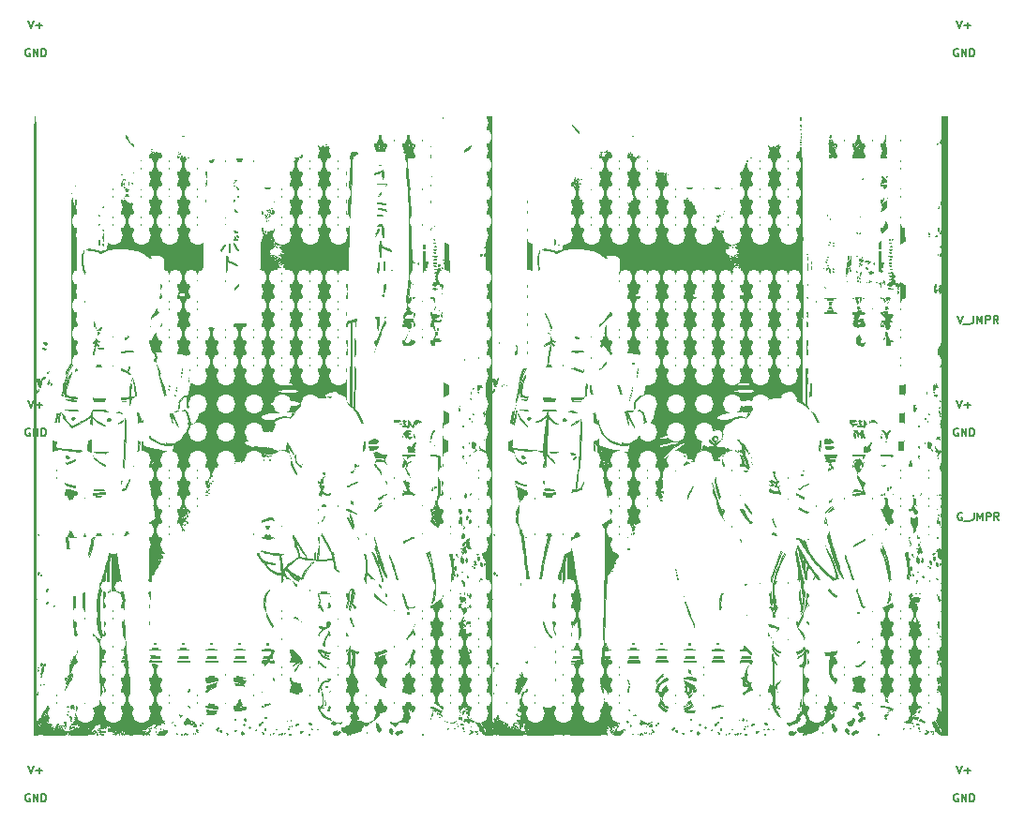
<source format=gto>
G04 #@! TF.GenerationSoftware,KiCad,Pcbnew,5.1.5+dfsg1-2~bpo10+1*
G04 #@! TF.CreationDate,2020-04-06T16:16:11-04:00*
G04 #@! TF.ProjectId,EDIT_C,45444954-5f43-42e6-9b69-6361645f7063,0.10.a*
G04 #@! TF.SameCoordinates,Original*
G04 #@! TF.FileFunction,Legend,Top*
G04 #@! TF.FilePolarity,Positive*
%FSLAX46Y46*%
G04 Gerber Fmt 4.6, Leading zero omitted, Abs format (unit mm)*
G04 Created by KiCad (PCBNEW 5.1.5+dfsg1-2~bpo10+1) date 2020-04-06 16:16:11*
%MOMM*%
%LPD*%
G04 APERTURE LIST*
%ADD10C,0.175000*%
%ADD11C,0.010000*%
%ADD12C,1.000000*%
%ADD13O,1.700000X1.700000*%
%ADD14O,1.200000X1.400000*%
%ADD15C,4.300000*%
G04 APERTURE END LIST*
D10*
X97193333Y-70101666D02*
X97426666Y-70801666D01*
X97660000Y-70101666D01*
X97726666Y-70868333D02*
X98260000Y-70868333D01*
X98626666Y-70101666D02*
X98626666Y-70601666D01*
X98593333Y-70701666D01*
X98526666Y-70768333D01*
X98426666Y-70801666D01*
X98360000Y-70801666D01*
X98960000Y-70801666D02*
X98960000Y-70101666D01*
X99193333Y-70601666D01*
X99426666Y-70101666D01*
X99426666Y-70801666D01*
X99760000Y-70801666D02*
X99760000Y-70101666D01*
X100026666Y-70101666D01*
X100093333Y-70135000D01*
X100126666Y-70168333D01*
X100160000Y-70235000D01*
X100160000Y-70335000D01*
X100126666Y-70401666D01*
X100093333Y-70435000D01*
X100026666Y-70468333D01*
X99760000Y-70468333D01*
X100860000Y-70801666D02*
X100626666Y-70468333D01*
X100460000Y-70801666D02*
X100460000Y-70101666D01*
X100726666Y-70101666D01*
X100793333Y-70135000D01*
X100826666Y-70168333D01*
X100860000Y-70235000D01*
X100860000Y-70335000D01*
X100826666Y-70401666D01*
X100793333Y-70435000D01*
X100726666Y-70468333D01*
X100460000Y-70468333D01*
X97610000Y-87915000D02*
X97543333Y-87881666D01*
X97443333Y-87881666D01*
X97343333Y-87915000D01*
X97276666Y-87981666D01*
X97243333Y-88048333D01*
X97210000Y-88181666D01*
X97210000Y-88281666D01*
X97243333Y-88415000D01*
X97276666Y-88481666D01*
X97343333Y-88548333D01*
X97443333Y-88581666D01*
X97510000Y-88581666D01*
X97610000Y-88548333D01*
X97643333Y-88515000D01*
X97643333Y-88281666D01*
X97510000Y-88281666D01*
X97776666Y-88648333D02*
X98310000Y-88648333D01*
X98676666Y-87881666D02*
X98676666Y-88381666D01*
X98643333Y-88481666D01*
X98576666Y-88548333D01*
X98476666Y-88581666D01*
X98410000Y-88581666D01*
X99010000Y-88581666D02*
X99010000Y-87881666D01*
X99243333Y-88381666D01*
X99476666Y-87881666D01*
X99476666Y-88581666D01*
X99810000Y-88581666D02*
X99810000Y-87881666D01*
X100076666Y-87881666D01*
X100143333Y-87915000D01*
X100176666Y-87948333D01*
X100210000Y-88015000D01*
X100210000Y-88115000D01*
X100176666Y-88181666D01*
X100143333Y-88215000D01*
X100076666Y-88248333D01*
X99810000Y-88248333D01*
X100910000Y-88581666D02*
X100676666Y-88248333D01*
X100510000Y-88581666D02*
X100510000Y-87881666D01*
X100776666Y-87881666D01*
X100843333Y-87915000D01*
X100876666Y-87948333D01*
X100910000Y-88015000D01*
X100910000Y-88115000D01*
X100876666Y-88181666D01*
X100843333Y-88215000D01*
X100776666Y-88248333D01*
X100510000Y-88248333D01*
X13303333Y-43431666D02*
X13536666Y-44131666D01*
X13770000Y-43431666D01*
X14003333Y-43865000D02*
X14536666Y-43865000D01*
X14270000Y-44131666D02*
X14270000Y-43598333D01*
X13436666Y-46005000D02*
X13370000Y-45971666D01*
X13270000Y-45971666D01*
X13170000Y-46005000D01*
X13103333Y-46071666D01*
X13070000Y-46138333D01*
X13036666Y-46271666D01*
X13036666Y-46371666D01*
X13070000Y-46505000D01*
X13103333Y-46571666D01*
X13170000Y-46638333D01*
X13270000Y-46671666D01*
X13336666Y-46671666D01*
X13436666Y-46638333D01*
X13470000Y-46605000D01*
X13470000Y-46371666D01*
X13336666Y-46371666D01*
X13770000Y-46671666D02*
X13770000Y-45971666D01*
X14170000Y-46671666D01*
X14170000Y-45971666D01*
X14503333Y-46671666D02*
X14503333Y-45971666D01*
X14670000Y-45971666D01*
X14770000Y-46005000D01*
X14836666Y-46071666D01*
X14870000Y-46138333D01*
X14903333Y-46271666D01*
X14903333Y-46371666D01*
X14870000Y-46505000D01*
X14836666Y-46571666D01*
X14770000Y-46638333D01*
X14670000Y-46671666D01*
X14503333Y-46671666D01*
X97256666Y-46005000D02*
X97190000Y-45971666D01*
X97090000Y-45971666D01*
X96990000Y-46005000D01*
X96923333Y-46071666D01*
X96890000Y-46138333D01*
X96856666Y-46271666D01*
X96856666Y-46371666D01*
X96890000Y-46505000D01*
X96923333Y-46571666D01*
X96990000Y-46638333D01*
X97090000Y-46671666D01*
X97156666Y-46671666D01*
X97256666Y-46638333D01*
X97290000Y-46605000D01*
X97290000Y-46371666D01*
X97156666Y-46371666D01*
X97590000Y-46671666D02*
X97590000Y-45971666D01*
X97990000Y-46671666D01*
X97990000Y-45971666D01*
X98323333Y-46671666D02*
X98323333Y-45971666D01*
X98490000Y-45971666D01*
X98590000Y-46005000D01*
X98656666Y-46071666D01*
X98690000Y-46138333D01*
X98723333Y-46271666D01*
X98723333Y-46371666D01*
X98690000Y-46505000D01*
X98656666Y-46571666D01*
X98590000Y-46638333D01*
X98490000Y-46671666D01*
X98323333Y-46671666D01*
X97123333Y-43431666D02*
X97356666Y-44131666D01*
X97590000Y-43431666D01*
X97823333Y-43865000D02*
X98356666Y-43865000D01*
X98090000Y-44131666D02*
X98090000Y-43598333D01*
X13303333Y-77721666D02*
X13536666Y-78421666D01*
X13770000Y-77721666D01*
X14003333Y-78155000D02*
X14536666Y-78155000D01*
X14270000Y-78421666D02*
X14270000Y-77888333D01*
X13436666Y-80295000D02*
X13370000Y-80261666D01*
X13270000Y-80261666D01*
X13170000Y-80295000D01*
X13103333Y-80361666D01*
X13070000Y-80428333D01*
X13036666Y-80561666D01*
X13036666Y-80661666D01*
X13070000Y-80795000D01*
X13103333Y-80861666D01*
X13170000Y-80928333D01*
X13270000Y-80961666D01*
X13336666Y-80961666D01*
X13436666Y-80928333D01*
X13470000Y-80895000D01*
X13470000Y-80661666D01*
X13336666Y-80661666D01*
X13770000Y-80961666D02*
X13770000Y-80261666D01*
X14170000Y-80961666D01*
X14170000Y-80261666D01*
X14503333Y-80961666D02*
X14503333Y-80261666D01*
X14670000Y-80261666D01*
X14770000Y-80295000D01*
X14836666Y-80361666D01*
X14870000Y-80428333D01*
X14903333Y-80561666D01*
X14903333Y-80661666D01*
X14870000Y-80795000D01*
X14836666Y-80861666D01*
X14770000Y-80928333D01*
X14670000Y-80961666D01*
X14503333Y-80961666D01*
X97256666Y-80295000D02*
X97190000Y-80261666D01*
X97090000Y-80261666D01*
X96990000Y-80295000D01*
X96923333Y-80361666D01*
X96890000Y-80428333D01*
X96856666Y-80561666D01*
X96856666Y-80661666D01*
X96890000Y-80795000D01*
X96923333Y-80861666D01*
X96990000Y-80928333D01*
X97090000Y-80961666D01*
X97156666Y-80961666D01*
X97256666Y-80928333D01*
X97290000Y-80895000D01*
X97290000Y-80661666D01*
X97156666Y-80661666D01*
X97590000Y-80961666D02*
X97590000Y-80261666D01*
X97990000Y-80961666D01*
X97990000Y-80261666D01*
X98323333Y-80961666D02*
X98323333Y-80261666D01*
X98490000Y-80261666D01*
X98590000Y-80295000D01*
X98656666Y-80361666D01*
X98690000Y-80428333D01*
X98723333Y-80561666D01*
X98723333Y-80661666D01*
X98690000Y-80795000D01*
X98656666Y-80861666D01*
X98590000Y-80928333D01*
X98490000Y-80961666D01*
X98323333Y-80961666D01*
X97123333Y-77721666D02*
X97356666Y-78421666D01*
X97590000Y-77721666D01*
X97823333Y-78155000D02*
X98356666Y-78155000D01*
X98090000Y-78421666D02*
X98090000Y-77888333D01*
X13436666Y-113315000D02*
X13370000Y-113281666D01*
X13270000Y-113281666D01*
X13170000Y-113315000D01*
X13103333Y-113381666D01*
X13070000Y-113448333D01*
X13036666Y-113581666D01*
X13036666Y-113681666D01*
X13070000Y-113815000D01*
X13103333Y-113881666D01*
X13170000Y-113948333D01*
X13270000Y-113981666D01*
X13336666Y-113981666D01*
X13436666Y-113948333D01*
X13470000Y-113915000D01*
X13470000Y-113681666D01*
X13336666Y-113681666D01*
X13770000Y-113981666D02*
X13770000Y-113281666D01*
X14170000Y-113981666D01*
X14170000Y-113281666D01*
X14503333Y-113981666D02*
X14503333Y-113281666D01*
X14670000Y-113281666D01*
X14770000Y-113315000D01*
X14836666Y-113381666D01*
X14870000Y-113448333D01*
X14903333Y-113581666D01*
X14903333Y-113681666D01*
X14870000Y-113815000D01*
X14836666Y-113881666D01*
X14770000Y-113948333D01*
X14670000Y-113981666D01*
X14503333Y-113981666D01*
X13303333Y-110741666D02*
X13536666Y-111441666D01*
X13770000Y-110741666D01*
X14003333Y-111175000D02*
X14536666Y-111175000D01*
X14270000Y-111441666D02*
X14270000Y-110908333D01*
X97256666Y-113315000D02*
X97190000Y-113281666D01*
X97090000Y-113281666D01*
X96990000Y-113315000D01*
X96923333Y-113381666D01*
X96890000Y-113448333D01*
X96856666Y-113581666D01*
X96856666Y-113681666D01*
X96890000Y-113815000D01*
X96923333Y-113881666D01*
X96990000Y-113948333D01*
X97090000Y-113981666D01*
X97156666Y-113981666D01*
X97256666Y-113948333D01*
X97290000Y-113915000D01*
X97290000Y-113681666D01*
X97156666Y-113681666D01*
X97590000Y-113981666D02*
X97590000Y-113281666D01*
X97990000Y-113981666D01*
X97990000Y-113281666D01*
X98323333Y-113981666D02*
X98323333Y-113281666D01*
X98490000Y-113281666D01*
X98590000Y-113315000D01*
X98656666Y-113381666D01*
X98690000Y-113448333D01*
X98723333Y-113581666D01*
X98723333Y-113681666D01*
X98690000Y-113815000D01*
X98656666Y-113881666D01*
X98590000Y-113948333D01*
X98490000Y-113981666D01*
X98323333Y-113981666D01*
X97123333Y-110741666D02*
X97356666Y-111441666D01*
X97590000Y-110741666D01*
X97823333Y-111175000D02*
X98356666Y-111175000D01*
X98090000Y-111441666D02*
X98090000Y-110908333D01*
D11*
G36*
X87306593Y-54743082D02*
G01*
X87308800Y-54777800D01*
X87282214Y-54845415D01*
X87259594Y-54854000D01*
X87231643Y-54816763D01*
X87239629Y-54777800D01*
X87275686Y-54710959D01*
X87288835Y-54701600D01*
X87306593Y-54743082D01*
G37*
X87306593Y-54743082D02*
X87308800Y-54777800D01*
X87282214Y-54845415D01*
X87259594Y-54854000D01*
X87231643Y-54816763D01*
X87239629Y-54777800D01*
X87275686Y-54710959D01*
X87288835Y-54701600D01*
X87306593Y-54743082D01*
G36*
X89329149Y-54637502D02*
G01*
X89336794Y-54714552D01*
X89295755Y-54774242D01*
X89230034Y-54765323D01*
X89194596Y-54734466D01*
X89165866Y-54652350D01*
X89226115Y-54604870D01*
X89273066Y-54600000D01*
X89329149Y-54637502D01*
G37*
X89329149Y-54637502D02*
X89336794Y-54714552D01*
X89295755Y-54774242D01*
X89230034Y-54765323D01*
X89194596Y-54734466D01*
X89165866Y-54652350D01*
X89226115Y-54604870D01*
X89273066Y-54600000D01*
X89329149Y-54637502D01*
G36*
X46158593Y-54743082D02*
G01*
X46160800Y-54777800D01*
X46134214Y-54845415D01*
X46111594Y-54854000D01*
X46083643Y-54816763D01*
X46091629Y-54777800D01*
X46127686Y-54710959D01*
X46140835Y-54701600D01*
X46158593Y-54743082D01*
G37*
X46158593Y-54743082D02*
X46160800Y-54777800D01*
X46134214Y-54845415D01*
X46111594Y-54854000D01*
X46083643Y-54816763D01*
X46091629Y-54777800D01*
X46127686Y-54710959D01*
X46140835Y-54701600D01*
X46158593Y-54743082D01*
G36*
X48181149Y-54637502D02*
G01*
X48188794Y-54714552D01*
X48147755Y-54774242D01*
X48082034Y-54765323D01*
X48046596Y-54734466D01*
X48017866Y-54652350D01*
X48078115Y-54604870D01*
X48125066Y-54600000D01*
X48181149Y-54637502D01*
G37*
X48181149Y-54637502D02*
X48188794Y-54714552D01*
X48147755Y-54774242D01*
X48082034Y-54765323D01*
X48046596Y-54734466D01*
X48017866Y-54652350D01*
X48078115Y-54604870D01*
X48125066Y-54600000D01*
X48181149Y-54637502D01*
G36*
X65414000Y-56149400D02*
G01*
X65388600Y-56174800D01*
X65363200Y-56149400D01*
X65388600Y-56124000D01*
X65414000Y-56149400D01*
G37*
X65414000Y-56149400D02*
X65388600Y-56174800D01*
X65363200Y-56149400D01*
X65388600Y-56124000D01*
X65414000Y-56149400D01*
G36*
X67446000Y-59095800D02*
G01*
X67420600Y-59121200D01*
X67395200Y-59095800D01*
X67420600Y-59070400D01*
X67446000Y-59095800D01*
G37*
X67446000Y-59095800D02*
X67420600Y-59121200D01*
X67395200Y-59095800D01*
X67420600Y-59070400D01*
X67446000Y-59095800D01*
G36*
X67750800Y-59146600D02*
G01*
X67725400Y-59172000D01*
X67700000Y-59146600D01*
X67725400Y-59121200D01*
X67750800Y-59146600D01*
G37*
X67750800Y-59146600D02*
X67725400Y-59172000D01*
X67700000Y-59146600D01*
X67725400Y-59121200D01*
X67750800Y-59146600D01*
G36*
X67141200Y-59654600D02*
G01*
X67115800Y-59680000D01*
X67090400Y-59654600D01*
X67115800Y-59629200D01*
X67141200Y-59654600D01*
G37*
X67141200Y-59654600D02*
X67115800Y-59680000D01*
X67090400Y-59654600D01*
X67115800Y-59629200D01*
X67141200Y-59654600D01*
G36*
X67801600Y-59705400D02*
G01*
X67776200Y-59730800D01*
X67750800Y-59705400D01*
X67776200Y-59680000D01*
X67801600Y-59705400D01*
G37*
X67801600Y-59705400D02*
X67776200Y-59730800D01*
X67750800Y-59705400D01*
X67776200Y-59680000D01*
X67801600Y-59705400D01*
G36*
X26448332Y-58954876D02*
G01*
X26450400Y-58968800D01*
X26433067Y-59018279D01*
X26427998Y-59019600D01*
X26384626Y-58984002D01*
X26374200Y-58968800D01*
X26378227Y-58921988D01*
X26396601Y-58918000D01*
X26448332Y-58954876D01*
G37*
X26448332Y-58954876D02*
X26450400Y-58968800D01*
X26433067Y-59018279D01*
X26427998Y-59019600D01*
X26384626Y-58984002D01*
X26374200Y-58968800D01*
X26378227Y-58921988D01*
X26396601Y-58918000D01*
X26448332Y-58954876D01*
G36*
X26245652Y-58954970D02*
G01*
X26264729Y-58992009D01*
X26277728Y-59063589D01*
X26243603Y-59049696D01*
X26219711Y-59016220D01*
X26204096Y-58949732D01*
X26210437Y-58937829D01*
X26245652Y-58954970D01*
G37*
X26245652Y-58954970D02*
X26264729Y-58992009D01*
X26277728Y-59063589D01*
X26243603Y-59049696D01*
X26219711Y-59016220D01*
X26204096Y-58949732D01*
X26210437Y-58937829D01*
X26245652Y-58954970D01*
G36*
X26501200Y-59095800D02*
G01*
X26475800Y-59121200D01*
X26450400Y-59095800D01*
X26475800Y-59070400D01*
X26501200Y-59095800D01*
G37*
X26501200Y-59095800D02*
X26475800Y-59121200D01*
X26450400Y-59095800D01*
X26475800Y-59070400D01*
X26501200Y-59095800D01*
G36*
X26602800Y-59146600D02*
G01*
X26577400Y-59172000D01*
X26552000Y-59146600D01*
X26577400Y-59121200D01*
X26602800Y-59146600D01*
G37*
X26602800Y-59146600D02*
X26577400Y-59172000D01*
X26552000Y-59146600D01*
X26577400Y-59121200D01*
X26602800Y-59146600D01*
G36*
X26815295Y-59507944D02*
G01*
X26835901Y-59566848D01*
X26829230Y-59581910D01*
X26787531Y-59626273D01*
X26772435Y-59574005D01*
X26772133Y-59555234D01*
X26794551Y-59504286D01*
X26815295Y-59507944D01*
G37*
X26815295Y-59507944D02*
X26835901Y-59566848D01*
X26829230Y-59581910D01*
X26787531Y-59626273D01*
X26772435Y-59574005D01*
X26772133Y-59555234D01*
X26794551Y-59504286D01*
X26815295Y-59507944D01*
G36*
X26755200Y-59705400D02*
G01*
X26729800Y-59730800D01*
X26704400Y-59705400D01*
X26729800Y-59680000D01*
X26755200Y-59705400D01*
G37*
X26755200Y-59705400D02*
X26729800Y-59730800D01*
X26704400Y-59705400D01*
X26729800Y-59680000D01*
X26755200Y-59705400D01*
G36*
X26653600Y-59705400D02*
G01*
X26628200Y-59730800D01*
X26602800Y-59705400D01*
X26628200Y-59680000D01*
X26653600Y-59705400D01*
G37*
X26653600Y-59705400D02*
X26628200Y-59730800D01*
X26602800Y-59705400D01*
X26628200Y-59680000D01*
X26653600Y-59705400D01*
G36*
X64702800Y-58994200D02*
G01*
X64677400Y-59019600D01*
X64652000Y-58994200D01*
X64677400Y-58968800D01*
X64702800Y-58994200D01*
G37*
X64702800Y-58994200D02*
X64677400Y-59019600D01*
X64652000Y-58994200D01*
X64677400Y-58968800D01*
X64702800Y-58994200D01*
G36*
X62924800Y-59400600D02*
G01*
X62899400Y-59426000D01*
X62874000Y-59400600D01*
X62899400Y-59375200D01*
X62924800Y-59400600D01*
G37*
X62924800Y-59400600D02*
X62899400Y-59426000D01*
X62874000Y-59400600D01*
X62899400Y-59375200D01*
X62924800Y-59400600D01*
G36*
X63585200Y-59756200D02*
G01*
X63559800Y-59781600D01*
X63534400Y-59756200D01*
X63559800Y-59730800D01*
X63585200Y-59756200D01*
G37*
X63585200Y-59756200D02*
X63559800Y-59781600D01*
X63534400Y-59756200D01*
X63559800Y-59730800D01*
X63585200Y-59756200D01*
G36*
X63788400Y-59807000D02*
G01*
X63763000Y-59832400D01*
X63737600Y-59807000D01*
X63763000Y-59781600D01*
X63788400Y-59807000D01*
G37*
X63788400Y-59807000D02*
X63763000Y-59832400D01*
X63737600Y-59807000D01*
X63763000Y-59781600D01*
X63788400Y-59807000D01*
G36*
X64347200Y-59857800D02*
G01*
X64321800Y-59883200D01*
X64296400Y-59857800D01*
X64321800Y-59832400D01*
X64347200Y-59857800D01*
G37*
X64347200Y-59857800D02*
X64321800Y-59883200D01*
X64296400Y-59857800D01*
X64321800Y-59832400D01*
X64347200Y-59857800D01*
G36*
X21963066Y-59442933D02*
G01*
X21956093Y-59473133D01*
X21929200Y-59476800D01*
X21887385Y-59458213D01*
X21895333Y-59442933D01*
X21955621Y-59436853D01*
X21963066Y-59442933D01*
G37*
X21963066Y-59442933D02*
X21956093Y-59473133D01*
X21929200Y-59476800D01*
X21887385Y-59458213D01*
X21895333Y-59442933D01*
X21955621Y-59436853D01*
X21963066Y-59442933D01*
G36*
X35899200Y-58791000D02*
G01*
X35873800Y-58816400D01*
X35848400Y-58791000D01*
X35873800Y-58765600D01*
X35899200Y-58791000D01*
G37*
X35899200Y-58791000D02*
X35873800Y-58816400D01*
X35848400Y-58791000D01*
X35873800Y-58765600D01*
X35899200Y-58791000D01*
G36*
X35899200Y-59045000D02*
G01*
X35873800Y-59070400D01*
X35848400Y-59045000D01*
X35873800Y-59019600D01*
X35899200Y-59045000D01*
G37*
X35899200Y-59045000D02*
X35873800Y-59070400D01*
X35848400Y-59045000D01*
X35873800Y-59019600D01*
X35899200Y-59045000D01*
G36*
X35797600Y-59299000D02*
G01*
X35772200Y-59324400D01*
X35746800Y-59299000D01*
X35772200Y-59273600D01*
X35797600Y-59299000D01*
G37*
X35797600Y-59299000D02*
X35772200Y-59324400D01*
X35746800Y-59299000D01*
X35772200Y-59273600D01*
X35797600Y-59299000D01*
G36*
X35789750Y-59395749D02*
G01*
X35844287Y-59446899D01*
X35833099Y-59476305D01*
X35825998Y-59476800D01*
X35783030Y-59440717D01*
X35767349Y-59418150D01*
X35761361Y-59383388D01*
X35789750Y-59395749D01*
G37*
X35789750Y-59395749D02*
X35844287Y-59446899D01*
X35833099Y-59476305D01*
X35825998Y-59476800D01*
X35783030Y-59440717D01*
X35767349Y-59418150D01*
X35761361Y-59383388D01*
X35789750Y-59395749D01*
G36*
X35780666Y-59595333D02*
G01*
X35786746Y-59655621D01*
X35780666Y-59663066D01*
X35750466Y-59656093D01*
X35746800Y-59629200D01*
X35765386Y-59587385D01*
X35780666Y-59595333D01*
G37*
X35780666Y-59595333D02*
X35786746Y-59655621D01*
X35780666Y-59663066D01*
X35750466Y-59656093D01*
X35746800Y-59629200D01*
X35765386Y-59587385D01*
X35780666Y-59595333D01*
G36*
X35696000Y-59654600D02*
G01*
X35670600Y-59680000D01*
X35645200Y-59654600D01*
X35670600Y-59629200D01*
X35696000Y-59654600D01*
G37*
X35696000Y-59654600D02*
X35670600Y-59680000D01*
X35645200Y-59654600D01*
X35670600Y-59629200D01*
X35696000Y-59654600D01*
G36*
X35577466Y-59747733D02*
G01*
X35570493Y-59777933D01*
X35543600Y-59781600D01*
X35501785Y-59763013D01*
X35509733Y-59747733D01*
X35570021Y-59741653D01*
X35577466Y-59747733D01*
G37*
X35577466Y-59747733D02*
X35570493Y-59777933D01*
X35543600Y-59781600D01*
X35501785Y-59763013D01*
X35509733Y-59747733D01*
X35570021Y-59741653D01*
X35577466Y-59747733D01*
G36*
X35491323Y-60125057D02*
G01*
X35492800Y-60137200D01*
X35454142Y-60186523D01*
X35442000Y-60188000D01*
X35392676Y-60149342D01*
X35391200Y-60137200D01*
X35429857Y-60087876D01*
X35442000Y-60086400D01*
X35491323Y-60125057D01*
G37*
X35491323Y-60125057D02*
X35492800Y-60137200D01*
X35454142Y-60186523D01*
X35442000Y-60188000D01*
X35392676Y-60149342D01*
X35391200Y-60137200D01*
X35429857Y-60087876D01*
X35442000Y-60086400D01*
X35491323Y-60125057D01*
G36*
X35377441Y-60360508D02*
G01*
X35362291Y-60383597D01*
X35310766Y-60387189D01*
X35256561Y-60374783D01*
X35280075Y-60356497D01*
X35359469Y-60350441D01*
X35377441Y-60360508D01*
G37*
X35377441Y-60360508D02*
X35362291Y-60383597D01*
X35310766Y-60387189D01*
X35256561Y-60374783D01*
X35280075Y-60356497D01*
X35359469Y-60350441D01*
X35377441Y-60360508D01*
G36*
X35035600Y-60518200D02*
G01*
X35010200Y-60543600D01*
X34984800Y-60518200D01*
X35010200Y-60492800D01*
X35035600Y-60518200D01*
G37*
X35035600Y-60518200D02*
X35010200Y-60543600D01*
X34984800Y-60518200D01*
X35010200Y-60492800D01*
X35035600Y-60518200D01*
G36*
X34883200Y-60569000D02*
G01*
X34857800Y-60594400D01*
X34832400Y-60569000D01*
X34857800Y-60543600D01*
X34883200Y-60569000D01*
G37*
X34883200Y-60569000D02*
X34857800Y-60594400D01*
X34832400Y-60569000D01*
X34857800Y-60543600D01*
X34883200Y-60569000D01*
G36*
X35165719Y-60538990D02*
G01*
X35171066Y-60571234D01*
X35159985Y-60640257D01*
X35123205Y-60612224D01*
X35113969Y-60597910D01*
X35116527Y-60533867D01*
X35127904Y-60523944D01*
X35165719Y-60538990D01*
G37*
X35165719Y-60538990D02*
X35171066Y-60571234D01*
X35159985Y-60640257D01*
X35123205Y-60612224D01*
X35113969Y-60597910D01*
X35116527Y-60533867D01*
X35127904Y-60523944D01*
X35165719Y-60538990D01*
G36*
X35035600Y-60721400D02*
G01*
X35010200Y-60746800D01*
X34984800Y-60721400D01*
X35010200Y-60696000D01*
X35035600Y-60721400D01*
G37*
X35035600Y-60721400D02*
X35010200Y-60746800D01*
X34984800Y-60721400D01*
X35010200Y-60696000D01*
X35035600Y-60721400D01*
G36*
X35171066Y-60712933D02*
G01*
X35177146Y-60773221D01*
X35171066Y-60780666D01*
X35140866Y-60773693D01*
X35137200Y-60746800D01*
X35155786Y-60704985D01*
X35171066Y-60712933D01*
G37*
X35171066Y-60712933D02*
X35177146Y-60773221D01*
X35171066Y-60780666D01*
X35140866Y-60773693D01*
X35137200Y-60746800D01*
X35155786Y-60704985D01*
X35171066Y-60712933D01*
G36*
X35069466Y-60865333D02*
G01*
X35075546Y-60925621D01*
X35069466Y-60933066D01*
X35039266Y-60926093D01*
X35035600Y-60899200D01*
X35054186Y-60857385D01*
X35069466Y-60865333D01*
G37*
X35069466Y-60865333D02*
X35075546Y-60925621D01*
X35069466Y-60933066D01*
X35039266Y-60926093D01*
X35035600Y-60899200D01*
X35054186Y-60857385D01*
X35069466Y-60865333D01*
G36*
X34917066Y-60916133D02*
G01*
X34910093Y-60946333D01*
X34883200Y-60950000D01*
X34841385Y-60931413D01*
X34849333Y-60916133D01*
X34909621Y-60910053D01*
X34917066Y-60916133D01*
G37*
X34917066Y-60916133D02*
X34910093Y-60946333D01*
X34883200Y-60950000D01*
X34841385Y-60931413D01*
X34849333Y-60916133D01*
X34909621Y-60910053D01*
X34917066Y-60916133D01*
G36*
X34762347Y-61033829D02*
G01*
X34769197Y-61104528D01*
X34720576Y-61172155D01*
X34680000Y-61190957D01*
X34629582Y-61200199D01*
X34663890Y-61168724D01*
X34680000Y-61157067D01*
X34730597Y-61105934D01*
X34692010Y-61060418D01*
X34680000Y-61052377D01*
X34634284Y-61012650D01*
X34683440Y-61001771D01*
X34696424Y-61001577D01*
X34762347Y-61033829D01*
G37*
X34762347Y-61033829D02*
X34769197Y-61104528D01*
X34720576Y-61172155D01*
X34680000Y-61190957D01*
X34629582Y-61200199D01*
X34663890Y-61168724D01*
X34680000Y-61157067D01*
X34730597Y-61105934D01*
X34692010Y-61060418D01*
X34680000Y-61052377D01*
X34634284Y-61012650D01*
X34683440Y-61001771D01*
X34696424Y-61001577D01*
X34762347Y-61033829D01*
G36*
X34962285Y-61136336D02*
G01*
X34953383Y-61175961D01*
X34912389Y-61247465D01*
X34885882Y-61235487D01*
X34883200Y-61206998D01*
X34920095Y-61138112D01*
X34933418Y-61128159D01*
X34962285Y-61136336D01*
G37*
X34962285Y-61136336D02*
X34953383Y-61175961D01*
X34912389Y-61247465D01*
X34885882Y-61235487D01*
X34883200Y-61206998D01*
X34920095Y-61138112D01*
X34933418Y-61128159D01*
X34962285Y-61136336D01*
G36*
X34764666Y-61271733D02*
G01*
X34770746Y-61332021D01*
X34764666Y-61339466D01*
X34734466Y-61332493D01*
X34730800Y-61305600D01*
X34749386Y-61263785D01*
X34764666Y-61271733D01*
G37*
X34764666Y-61271733D02*
X34770746Y-61332021D01*
X34764666Y-61339466D01*
X34734466Y-61332493D01*
X34730800Y-61305600D01*
X34749386Y-61263785D01*
X34764666Y-61271733D01*
G36*
X35594400Y-61381800D02*
G01*
X35569000Y-61407200D01*
X35543600Y-61381800D01*
X35569000Y-61356400D01*
X35594400Y-61381800D01*
G37*
X35594400Y-61381800D02*
X35569000Y-61407200D01*
X35543600Y-61381800D01*
X35569000Y-61356400D01*
X35594400Y-61381800D01*
G36*
X35245293Y-61345682D02*
G01*
X35290064Y-61382359D01*
X35333320Y-61440017D01*
X35312055Y-61447239D01*
X35216771Y-61412392D01*
X35157502Y-61369485D01*
X35172915Y-61340322D01*
X35245293Y-61345682D01*
G37*
X35245293Y-61345682D02*
X35290064Y-61382359D01*
X35333320Y-61440017D01*
X35312055Y-61447239D01*
X35216771Y-61412392D01*
X35157502Y-61369485D01*
X35172915Y-61340322D01*
X35245293Y-61345682D01*
G36*
X35238800Y-61483400D02*
G01*
X35213400Y-61508800D01*
X35188000Y-61483400D01*
X35213400Y-61458000D01*
X35238800Y-61483400D01*
G37*
X35238800Y-61483400D02*
X35213400Y-61508800D01*
X35188000Y-61483400D01*
X35213400Y-61458000D01*
X35238800Y-61483400D01*
G36*
X35137200Y-61483400D02*
G01*
X35111800Y-61508800D01*
X35086400Y-61483400D01*
X35111800Y-61458000D01*
X35137200Y-61483400D01*
G37*
X35137200Y-61483400D02*
X35111800Y-61508800D01*
X35086400Y-61483400D01*
X35111800Y-61458000D01*
X35137200Y-61483400D01*
G36*
X34976950Y-61478549D02*
G01*
X35031487Y-61529699D01*
X35020299Y-61559105D01*
X35013198Y-61559600D01*
X34970230Y-61523517D01*
X34954549Y-61500950D01*
X34948561Y-61466188D01*
X34976950Y-61478549D01*
G37*
X34976950Y-61478549D02*
X35031487Y-61529699D01*
X35020299Y-61559105D01*
X35013198Y-61559600D01*
X34970230Y-61523517D01*
X34954549Y-61500950D01*
X34948561Y-61466188D01*
X34976950Y-61478549D01*
G36*
X34732906Y-61430888D02*
G01*
X34749014Y-61436872D01*
X34820576Y-61486484D01*
X34832400Y-61514235D01*
X34814688Y-61556826D01*
X34756894Y-61513400D01*
X34729834Y-61482237D01*
X34692770Y-61427162D01*
X34732906Y-61430888D01*
G37*
X34732906Y-61430888D02*
X34749014Y-61436872D01*
X34820576Y-61486484D01*
X34832400Y-61514235D01*
X34814688Y-61556826D01*
X34756894Y-61513400D01*
X34729834Y-61482237D01*
X34692770Y-61427162D01*
X34732906Y-61430888D01*
G36*
X34628617Y-61497303D02*
G01*
X34629200Y-61508800D01*
X34590147Y-61557647D01*
X34575401Y-61559600D01*
X34545062Y-61528478D01*
X34553000Y-61508800D01*
X34598649Y-61460337D01*
X34606798Y-61458000D01*
X34628617Y-61497303D01*
G37*
X34628617Y-61497303D02*
X34629200Y-61508800D01*
X34590147Y-61557647D01*
X34575401Y-61559600D01*
X34545062Y-61528478D01*
X34553000Y-61508800D01*
X34598649Y-61460337D01*
X34606798Y-61458000D01*
X34628617Y-61497303D01*
G36*
X34578400Y-62397800D02*
G01*
X34553000Y-62423200D01*
X34527600Y-62397800D01*
X34553000Y-62372400D01*
X34578400Y-62397800D01*
G37*
X34578400Y-62397800D02*
X34553000Y-62423200D01*
X34527600Y-62397800D01*
X34553000Y-62372400D01*
X34578400Y-62397800D01*
G36*
X35679066Y-62440133D02*
G01*
X35672093Y-62470333D01*
X35645200Y-62474000D01*
X35603385Y-62455413D01*
X35611333Y-62440133D01*
X35671621Y-62434053D01*
X35679066Y-62440133D01*
G37*
X35679066Y-62440133D02*
X35672093Y-62470333D01*
X35645200Y-62474000D01*
X35603385Y-62455413D01*
X35611333Y-62440133D01*
X35671621Y-62434053D01*
X35679066Y-62440133D01*
G36*
X34706744Y-62433010D02*
G01*
X34691499Y-62470799D01*
X34644090Y-62496133D01*
X34584742Y-62511600D01*
X34609089Y-62474386D01*
X34615653Y-62467696D01*
X34682258Y-62427570D01*
X34706744Y-62433010D01*
G37*
X34706744Y-62433010D02*
X34691499Y-62470799D01*
X34644090Y-62496133D01*
X34584742Y-62511600D01*
X34609089Y-62474386D01*
X34615653Y-62467696D01*
X34682258Y-62427570D01*
X34706744Y-62433010D01*
G36*
X34713866Y-62541733D02*
G01*
X34719946Y-62602021D01*
X34713866Y-62609466D01*
X34683666Y-62602493D01*
X34680000Y-62575600D01*
X34698586Y-62533785D01*
X34713866Y-62541733D01*
G37*
X34713866Y-62541733D02*
X34719946Y-62602021D01*
X34713866Y-62609466D01*
X34683666Y-62602493D01*
X34680000Y-62575600D01*
X34698586Y-62533785D01*
X34713866Y-62541733D01*
G36*
X76844000Y-63566200D02*
G01*
X76818600Y-63591600D01*
X76793200Y-63566200D01*
X76818600Y-63540800D01*
X76844000Y-63566200D01*
G37*
X76844000Y-63566200D02*
X76818600Y-63591600D01*
X76793200Y-63566200D01*
X76818600Y-63540800D01*
X76844000Y-63566200D01*
G36*
X77034277Y-63596100D02*
G01*
X77047200Y-63645398D01*
X77004369Y-63683475D01*
X76939379Y-63693200D01*
X76866049Y-63681991D01*
X76880792Y-63634557D01*
X76894335Y-63617559D01*
X76972453Y-63569310D01*
X77034277Y-63596100D01*
G37*
X77034277Y-63596100D02*
X77047200Y-63645398D01*
X77004369Y-63683475D01*
X76939379Y-63693200D01*
X76866049Y-63681991D01*
X76880792Y-63634557D01*
X76894335Y-63617559D01*
X76972453Y-63569310D01*
X77034277Y-63596100D01*
G36*
X76894800Y-63871000D02*
G01*
X76869400Y-63896400D01*
X76844000Y-63871000D01*
X76869400Y-63845600D01*
X76894800Y-63871000D01*
G37*
X76894800Y-63871000D02*
X76869400Y-63896400D01*
X76844000Y-63871000D01*
X76869400Y-63845600D01*
X76894800Y-63871000D01*
G36*
X76234400Y-64125000D02*
G01*
X76209000Y-64150400D01*
X76183600Y-64125000D01*
X76209000Y-64099600D01*
X76234400Y-64125000D01*
G37*
X76234400Y-64125000D02*
X76209000Y-64150400D01*
X76183600Y-64125000D01*
X76209000Y-64099600D01*
X76234400Y-64125000D01*
G36*
X77098000Y-64633000D02*
G01*
X77072600Y-64658400D01*
X77047200Y-64633000D01*
X77072600Y-64607600D01*
X77098000Y-64633000D01*
G37*
X77098000Y-64633000D02*
X77072600Y-64658400D01*
X77047200Y-64633000D01*
X77072600Y-64607600D01*
X77098000Y-64633000D01*
G36*
X76793200Y-64683800D02*
G01*
X76767800Y-64709200D01*
X76742400Y-64683800D01*
X76767800Y-64658400D01*
X76793200Y-64683800D01*
G37*
X76793200Y-64683800D02*
X76767800Y-64709200D01*
X76742400Y-64683800D01*
X76767800Y-64658400D01*
X76793200Y-64683800D01*
G36*
X77344447Y-64600717D02*
G01*
X77337922Y-64676632D01*
X77321187Y-64697880D01*
X77250008Y-64728838D01*
X77224687Y-64708694D01*
X77233964Y-64663161D01*
X77260101Y-64657622D01*
X77299127Y-64646943D01*
X77257676Y-64613172D01*
X77219768Y-64563056D01*
X77232276Y-64543081D01*
X77301168Y-64542161D01*
X77344447Y-64600717D01*
G37*
X77344447Y-64600717D02*
X77337922Y-64676632D01*
X77321187Y-64697880D01*
X77250008Y-64728838D01*
X77224687Y-64708694D01*
X77233964Y-64663161D01*
X77260101Y-64657622D01*
X77299127Y-64646943D01*
X77257676Y-64613172D01*
X77219768Y-64563056D01*
X77232276Y-64543081D01*
X77301168Y-64542161D01*
X77344447Y-64600717D01*
G36*
X76384546Y-64527933D02*
G01*
X76386800Y-64548333D01*
X76424348Y-64595264D01*
X76447282Y-64594900D01*
X76507125Y-64625198D01*
X76527207Y-64671100D01*
X76521160Y-64746394D01*
X76471674Y-64750928D01*
X76405037Y-64687843D01*
X76387119Y-64658400D01*
X76437600Y-64658400D01*
X76456186Y-64700214D01*
X76471466Y-64692266D01*
X76477546Y-64631978D01*
X76471466Y-64624533D01*
X76441266Y-64631506D01*
X76437600Y-64658400D01*
X76387119Y-64658400D01*
X76384471Y-64654049D01*
X76351473Y-64561234D01*
X76357284Y-64518582D01*
X76384546Y-64527933D01*
G37*
X76384546Y-64527933D02*
X76386800Y-64548333D01*
X76424348Y-64595264D01*
X76447282Y-64594900D01*
X76507125Y-64625198D01*
X76527207Y-64671100D01*
X76521160Y-64746394D01*
X76471674Y-64750928D01*
X76405037Y-64687843D01*
X76387119Y-64658400D01*
X76437600Y-64658400D01*
X76456186Y-64700214D01*
X76471466Y-64692266D01*
X76477546Y-64631978D01*
X76471466Y-64624533D01*
X76441266Y-64631506D01*
X76437600Y-64658400D01*
X76387119Y-64658400D01*
X76384471Y-64654049D01*
X76351473Y-64561234D01*
X76357284Y-64518582D01*
X76384546Y-64527933D01*
G36*
X77148217Y-64799303D02*
G01*
X77148800Y-64810800D01*
X77109747Y-64859647D01*
X77095001Y-64861600D01*
X77064662Y-64830478D01*
X77072600Y-64810800D01*
X77118249Y-64762337D01*
X77126398Y-64760000D01*
X77148217Y-64799303D01*
G37*
X77148217Y-64799303D02*
X77148800Y-64810800D01*
X77109747Y-64859647D01*
X77095001Y-64861600D01*
X77064662Y-64830478D01*
X77072600Y-64810800D01*
X77118249Y-64762337D01*
X77126398Y-64760000D01*
X77148217Y-64799303D01*
G36*
X35425902Y-63683675D02*
G01*
X35431958Y-63763069D01*
X35421891Y-63781041D01*
X35398802Y-63765891D01*
X35395210Y-63714366D01*
X35407616Y-63660161D01*
X35425902Y-63683675D01*
G37*
X35425902Y-63683675D02*
X35431958Y-63763069D01*
X35421891Y-63781041D01*
X35398802Y-63765891D01*
X35395210Y-63714366D01*
X35407616Y-63660161D01*
X35425902Y-63683675D01*
G36*
X35729866Y-63862533D02*
G01*
X35722893Y-63892733D01*
X35696000Y-63896400D01*
X35654185Y-63877813D01*
X35662133Y-63862533D01*
X35722421Y-63856453D01*
X35729866Y-63862533D01*
G37*
X35729866Y-63862533D02*
X35722893Y-63892733D01*
X35696000Y-63896400D01*
X35654185Y-63877813D01*
X35662133Y-63862533D01*
X35722421Y-63856453D01*
X35729866Y-63862533D01*
G36*
X35645200Y-64683800D02*
G01*
X35619800Y-64709200D01*
X35594400Y-64683800D01*
X35619800Y-64658400D01*
X35645200Y-64683800D01*
G37*
X35645200Y-64683800D02*
X35619800Y-64709200D01*
X35594400Y-64683800D01*
X35619800Y-64658400D01*
X35645200Y-64683800D01*
G36*
X35412361Y-64588033D02*
G01*
X35442000Y-64637494D01*
X35413084Y-64702161D01*
X35391200Y-64709200D01*
X35342352Y-64670147D01*
X35340400Y-64655401D01*
X35307210Y-64627270D01*
X35276900Y-64638146D01*
X35241728Y-64648229D01*
X35252970Y-64631207D01*
X35334862Y-64582514D01*
X35412361Y-64588033D01*
G37*
X35412361Y-64588033D02*
X35442000Y-64637494D01*
X35413084Y-64702161D01*
X35391200Y-64709200D01*
X35342352Y-64670147D01*
X35340400Y-64655401D01*
X35307210Y-64627270D01*
X35276900Y-64638146D01*
X35241728Y-64648229D01*
X35252970Y-64631207D01*
X35334862Y-64582514D01*
X35412361Y-64588033D01*
G36*
X35820040Y-64779555D02*
G01*
X35823000Y-64810800D01*
X35749498Y-64857542D01*
X35718401Y-64861600D01*
X35652745Y-64833196D01*
X35645200Y-64810800D01*
X35687875Y-64769924D01*
X35749798Y-64760000D01*
X35820040Y-64779555D01*
G37*
X35820040Y-64779555D02*
X35823000Y-64810800D01*
X35749498Y-64857542D01*
X35718401Y-64861600D01*
X35652745Y-64833196D01*
X35645200Y-64810800D01*
X35687875Y-64769924D01*
X35749798Y-64760000D01*
X35820040Y-64779555D01*
G36*
X77352000Y-65547400D02*
G01*
X77326600Y-65572800D01*
X77301200Y-65547400D01*
X77326600Y-65522000D01*
X77352000Y-65547400D01*
G37*
X77352000Y-65547400D02*
X77326600Y-65572800D01*
X77301200Y-65547400D01*
X77326600Y-65522000D01*
X77352000Y-65547400D01*
G36*
X77125111Y-65524106D02*
G01*
X77119127Y-65540214D01*
X77073440Y-65602637D01*
X77019335Y-65629091D01*
X76996400Y-65604420D01*
X77030100Y-65560640D01*
X77073762Y-65521034D01*
X77128837Y-65483970D01*
X77125111Y-65524106D01*
G37*
X77125111Y-65524106D02*
X77119127Y-65540214D01*
X77073440Y-65602637D01*
X77019335Y-65629091D01*
X76996400Y-65604420D01*
X77030100Y-65560640D01*
X77073762Y-65521034D01*
X77128837Y-65483970D01*
X77125111Y-65524106D01*
G36*
X77402800Y-65699800D02*
G01*
X77377400Y-65725200D01*
X77352000Y-65699800D01*
X77377400Y-65674400D01*
X77402800Y-65699800D01*
G37*
X77402800Y-65699800D02*
X77377400Y-65725200D01*
X77352000Y-65699800D01*
X77377400Y-65674400D01*
X77402800Y-65699800D01*
G36*
X77199600Y-65699800D02*
G01*
X77174200Y-65725200D01*
X77148800Y-65699800D01*
X77174200Y-65674400D01*
X77199600Y-65699800D01*
G37*
X77199600Y-65699800D02*
X77174200Y-65725200D01*
X77148800Y-65699800D01*
X77174200Y-65674400D01*
X77199600Y-65699800D01*
G36*
X76894800Y-66106200D02*
G01*
X76869400Y-66131600D01*
X76844000Y-66106200D01*
X76869400Y-66080800D01*
X76894800Y-66106200D01*
G37*
X76894800Y-66106200D02*
X76869400Y-66131600D01*
X76844000Y-66106200D01*
X76869400Y-66080800D01*
X76894800Y-66106200D01*
G36*
X77589066Y-66148533D02*
G01*
X77595146Y-66208821D01*
X77589066Y-66216266D01*
X77558866Y-66209293D01*
X77555200Y-66182400D01*
X77573786Y-66140585D01*
X77589066Y-66148533D01*
G37*
X77589066Y-66148533D02*
X77595146Y-66208821D01*
X77589066Y-66216266D01*
X77558866Y-66209293D01*
X77555200Y-66182400D01*
X77573786Y-66140585D01*
X77589066Y-66148533D01*
G36*
X35983866Y-65335733D02*
G01*
X35976893Y-65365933D01*
X35950000Y-65369600D01*
X35908185Y-65351013D01*
X35916133Y-65335733D01*
X35976421Y-65329653D01*
X35983866Y-65335733D01*
G37*
X35983866Y-65335733D02*
X35976893Y-65365933D01*
X35950000Y-65369600D01*
X35908185Y-65351013D01*
X35916133Y-65335733D01*
X35976421Y-65329653D01*
X35983866Y-65335733D01*
G36*
X35848400Y-65445800D02*
G01*
X35823000Y-65471200D01*
X35797600Y-65445800D01*
X35823000Y-65420400D01*
X35848400Y-65445800D01*
G37*
X35848400Y-65445800D02*
X35823000Y-65471200D01*
X35797600Y-65445800D01*
X35823000Y-65420400D01*
X35848400Y-65445800D01*
G36*
X35882266Y-65538933D02*
G01*
X35888346Y-65599221D01*
X35882266Y-65606666D01*
X35852066Y-65599693D01*
X35848400Y-65572800D01*
X35866986Y-65530985D01*
X35882266Y-65538933D01*
G37*
X35882266Y-65538933D02*
X35888346Y-65599221D01*
X35882266Y-65606666D01*
X35852066Y-65599693D01*
X35848400Y-65572800D01*
X35866986Y-65530985D01*
X35882266Y-65538933D01*
G36*
X36102400Y-65699800D02*
G01*
X36077000Y-65725200D01*
X36051600Y-65699800D01*
X36077000Y-65674400D01*
X36102400Y-65699800D01*
G37*
X36102400Y-65699800D02*
X36077000Y-65725200D01*
X36051600Y-65699800D01*
X36077000Y-65674400D01*
X36102400Y-65699800D01*
G36*
X35950000Y-65699800D02*
G01*
X35924600Y-65725200D01*
X35899200Y-65699800D01*
X35924600Y-65674400D01*
X35950000Y-65699800D01*
G37*
X35950000Y-65699800D02*
X35924600Y-65725200D01*
X35899200Y-65699800D01*
X35924600Y-65674400D01*
X35950000Y-65699800D01*
G36*
X36413369Y-65564469D02*
G01*
X36490578Y-65635042D01*
X36493279Y-65673881D01*
X36422819Y-65716842D01*
X36419172Y-65718792D01*
X36354244Y-65737374D01*
X36328175Y-65683212D01*
X36325581Y-65649000D01*
X36407200Y-65649000D01*
X36432600Y-65674400D01*
X36458000Y-65649000D01*
X36432600Y-65623600D01*
X36407200Y-65649000D01*
X36325581Y-65649000D01*
X36323742Y-65624759D01*
X36325327Y-65528486D01*
X36355766Y-65519501D01*
X36413369Y-65564469D01*
G37*
X36413369Y-65564469D02*
X36490578Y-65635042D01*
X36493279Y-65673881D01*
X36422819Y-65716842D01*
X36419172Y-65718792D01*
X36354244Y-65737374D01*
X36328175Y-65683212D01*
X36325581Y-65649000D01*
X36407200Y-65649000D01*
X36432600Y-65674400D01*
X36458000Y-65649000D01*
X36432600Y-65623600D01*
X36407200Y-65649000D01*
X36325581Y-65649000D01*
X36323742Y-65624759D01*
X36325327Y-65528486D01*
X36355766Y-65519501D01*
X36413369Y-65564469D01*
G36*
X36508800Y-65801400D02*
G01*
X36483400Y-65826800D01*
X36458000Y-65801400D01*
X36483400Y-65776000D01*
X36508800Y-65801400D01*
G37*
X36508800Y-65801400D02*
X36483400Y-65826800D01*
X36458000Y-65801400D01*
X36483400Y-65776000D01*
X36508800Y-65801400D01*
G36*
X36339466Y-66199333D02*
G01*
X36345546Y-66259621D01*
X36339466Y-66267066D01*
X36309266Y-66260093D01*
X36305600Y-66233200D01*
X36324186Y-66191385D01*
X36339466Y-66199333D01*
G37*
X36339466Y-66199333D02*
X36345546Y-66259621D01*
X36339466Y-66267066D01*
X36309266Y-66260093D01*
X36305600Y-66233200D01*
X36324186Y-66191385D01*
X36339466Y-66199333D01*
G36*
X36762800Y-66919000D02*
G01*
X36737400Y-66944400D01*
X36712000Y-66919000D01*
X36737400Y-66893600D01*
X36762800Y-66919000D01*
G37*
X36762800Y-66919000D02*
X36737400Y-66944400D01*
X36712000Y-66919000D01*
X36737400Y-66893600D01*
X36762800Y-66919000D01*
G36*
X31769934Y-58350958D02*
G01*
X31885115Y-58391197D01*
X32025842Y-58453668D01*
X32161145Y-58523655D01*
X32260054Y-58586444D01*
X32292400Y-58623782D01*
X32278965Y-58655139D01*
X32227436Y-58651268D01*
X32120975Y-58607102D01*
X31947258Y-58519911D01*
X31810630Y-58441602D01*
X31726123Y-58378215D01*
X31711268Y-58347664D01*
X31769934Y-58350958D01*
G37*
X31769934Y-58350958D02*
X31885115Y-58391197D01*
X32025842Y-58453668D01*
X32161145Y-58523655D01*
X32260054Y-58586444D01*
X32292400Y-58623782D01*
X32278965Y-58655139D01*
X32227436Y-58651268D01*
X32120975Y-58607102D01*
X31947258Y-58519911D01*
X31810630Y-58441602D01*
X31726123Y-58378215D01*
X31711268Y-58347664D01*
X31769934Y-58350958D01*
G36*
X31478125Y-57639875D02*
G01*
X31479600Y-57673400D01*
X31486564Y-57744996D01*
X31523685Y-57783245D01*
X31615304Y-57798920D01*
X31771700Y-57802690D01*
X32063800Y-57804980D01*
X31479600Y-58344252D01*
X31479600Y-58707326D01*
X31473013Y-58892584D01*
X31455305Y-59020929D01*
X31429554Y-59070365D01*
X31428800Y-59070400D01*
X31402253Y-59023745D01*
X31384079Y-58900156D01*
X31378000Y-58740200D01*
X31372100Y-58572040D01*
X31356664Y-58453110D01*
X31335958Y-58410000D01*
X31270439Y-58427904D01*
X31140047Y-58474731D01*
X30981367Y-58537000D01*
X30798036Y-58610488D01*
X30689191Y-58649365D01*
X30635492Y-58657994D01*
X30617597Y-58640736D01*
X30616000Y-58619393D01*
X30659858Y-58580281D01*
X30774615Y-58521300D01*
X30928724Y-58457836D01*
X31104750Y-58381705D01*
X31299164Y-58281561D01*
X31490636Y-58170582D01*
X31657835Y-58061948D01*
X31779430Y-57968836D01*
X31834090Y-57904425D01*
X31835200Y-57897796D01*
X31787857Y-57878132D01*
X31659658Y-57860900D01*
X31471346Y-57848194D01*
X31289100Y-57842660D01*
X31063427Y-57838264D01*
X30933476Y-57833075D01*
X30893369Y-57826164D01*
X30937227Y-57816603D01*
X31047800Y-57804560D01*
X31219787Y-57783288D01*
X31314814Y-57754542D01*
X31357455Y-57707309D01*
X31368833Y-57660700D01*
X31403648Y-57563648D01*
X31449148Y-57557746D01*
X31478125Y-57639875D01*
G37*
X31478125Y-57639875D02*
X31479600Y-57673400D01*
X31486564Y-57744996D01*
X31523685Y-57783245D01*
X31615304Y-57798920D01*
X31771700Y-57802690D01*
X32063800Y-57804980D01*
X31479600Y-58344252D01*
X31479600Y-58707326D01*
X31473013Y-58892584D01*
X31455305Y-59020929D01*
X31429554Y-59070365D01*
X31428800Y-59070400D01*
X31402253Y-59023745D01*
X31384079Y-58900156D01*
X31378000Y-58740200D01*
X31372100Y-58572040D01*
X31356664Y-58453110D01*
X31335958Y-58410000D01*
X31270439Y-58427904D01*
X31140047Y-58474731D01*
X30981367Y-58537000D01*
X30798036Y-58610488D01*
X30689191Y-58649365D01*
X30635492Y-58657994D01*
X30617597Y-58640736D01*
X30616000Y-58619393D01*
X30659858Y-58580281D01*
X30774615Y-58521300D01*
X30928724Y-58457836D01*
X31104750Y-58381705D01*
X31299164Y-58281561D01*
X31490636Y-58170582D01*
X31657835Y-58061948D01*
X31779430Y-57968836D01*
X31834090Y-57904425D01*
X31835200Y-57897796D01*
X31787857Y-57878132D01*
X31659658Y-57860900D01*
X31471346Y-57848194D01*
X31289100Y-57842660D01*
X31063427Y-57838264D01*
X30933476Y-57833075D01*
X30893369Y-57826164D01*
X30937227Y-57816603D01*
X31047800Y-57804560D01*
X31219787Y-57783288D01*
X31314814Y-57754542D01*
X31357455Y-57707309D01*
X31368833Y-57660700D01*
X31403648Y-57563648D01*
X31449148Y-57557746D01*
X31478125Y-57639875D01*
G36*
X32235167Y-59261359D02*
G01*
X32276017Y-59340100D01*
X32280201Y-59403615D01*
X32277509Y-59407024D01*
X32232951Y-59392239D01*
X32200113Y-59364193D01*
X32145187Y-59281614D01*
X32158200Y-59228992D01*
X32185364Y-59222800D01*
X32235167Y-59261359D01*
G37*
X32235167Y-59261359D02*
X32276017Y-59340100D01*
X32280201Y-59403615D01*
X32277509Y-59407024D01*
X32232951Y-59392239D01*
X32200113Y-59364193D01*
X32145187Y-59281614D01*
X32158200Y-59228992D01*
X32185364Y-59222800D01*
X32235167Y-59261359D01*
G36*
X31982459Y-59313093D02*
G01*
X32021609Y-59394070D01*
X32020675Y-59460276D01*
X32018311Y-59463021D01*
X31981010Y-59442522D01*
X31939128Y-59379550D01*
X31912619Y-59299407D01*
X31929577Y-59273600D01*
X31982459Y-59313093D01*
G37*
X31982459Y-59313093D02*
X32021609Y-59394070D01*
X32020675Y-59460276D01*
X32018311Y-59463021D01*
X31981010Y-59442522D01*
X31939128Y-59379550D01*
X31912619Y-59299407D01*
X31929577Y-59273600D01*
X31982459Y-59313093D01*
G36*
X31881903Y-59616500D02*
G01*
X31819494Y-59747001D01*
X31727272Y-59903166D01*
X31695968Y-59950284D01*
X31562414Y-60144368D01*
X31876923Y-60424523D01*
X32017444Y-60558593D01*
X32117351Y-60671285D01*
X32160666Y-60743868D01*
X32159707Y-60756011D01*
X32109934Y-60750884D01*
X32010777Y-60685900D01*
X31892691Y-60583689D01*
X31721612Y-60421414D01*
X31601873Y-60322415D01*
X31508140Y-60283302D01*
X31415084Y-60300684D01*
X31297371Y-60371171D01*
X31141193Y-60483119D01*
X30906923Y-60644805D01*
X30744324Y-60741538D01*
X30648881Y-60775580D01*
X30616077Y-60749194D01*
X30616000Y-60746238D01*
X30657223Y-60695770D01*
X30760882Y-60625847D01*
X30812490Y-60597822D01*
X30982918Y-60492636D01*
X31162161Y-60351736D01*
X31337779Y-60189372D01*
X31497329Y-60019792D01*
X31628371Y-59857243D01*
X31718463Y-59715972D01*
X31755163Y-59610229D01*
X31726030Y-59554261D01*
X31724310Y-59553608D01*
X31645878Y-59541100D01*
X31493171Y-59528275D01*
X31293490Y-59517221D01*
X31200200Y-59513540D01*
X31015165Y-59506820D01*
X30914437Y-59501860D01*
X30901684Y-59497963D01*
X30980575Y-59494433D01*
X31154778Y-59490574D01*
X31338642Y-59487246D01*
X31934285Y-59476800D01*
X31881903Y-59616500D01*
G37*
X31881903Y-59616500D02*
X31819494Y-59747001D01*
X31727272Y-59903166D01*
X31695968Y-59950284D01*
X31562414Y-60144368D01*
X31876923Y-60424523D01*
X32017444Y-60558593D01*
X32117351Y-60671285D01*
X32160666Y-60743868D01*
X32159707Y-60756011D01*
X32109934Y-60750884D01*
X32010777Y-60685900D01*
X31892691Y-60583689D01*
X31721612Y-60421414D01*
X31601873Y-60322415D01*
X31508140Y-60283302D01*
X31415084Y-60300684D01*
X31297371Y-60371171D01*
X31141193Y-60483119D01*
X30906923Y-60644805D01*
X30744324Y-60741538D01*
X30648881Y-60775580D01*
X30616077Y-60749194D01*
X30616000Y-60746238D01*
X30657223Y-60695770D01*
X30760882Y-60625847D01*
X30812490Y-60597822D01*
X30982918Y-60492636D01*
X31162161Y-60351736D01*
X31337779Y-60189372D01*
X31497329Y-60019792D01*
X31628371Y-59857243D01*
X31718463Y-59715972D01*
X31755163Y-59610229D01*
X31726030Y-59554261D01*
X31724310Y-59553608D01*
X31645878Y-59541100D01*
X31493171Y-59528275D01*
X31293490Y-59517221D01*
X31200200Y-59513540D01*
X31015165Y-59506820D01*
X30914437Y-59501860D01*
X30901684Y-59497963D01*
X30980575Y-59494433D01*
X31154778Y-59490574D01*
X31338642Y-59487246D01*
X31934285Y-59476800D01*
X31881903Y-59616500D01*
G36*
X31195891Y-61218117D02*
G01*
X31230313Y-61221577D01*
X31501802Y-61254824D01*
X31746704Y-61294249D01*
X31946788Y-61335997D01*
X32083826Y-61376219D01*
X32139590Y-61411062D01*
X32140000Y-61413809D01*
X32122621Y-61441971D01*
X32059998Y-61449652D01*
X31936402Y-61435746D01*
X31736103Y-61399148D01*
X31632000Y-61378115D01*
X31432257Y-61341844D01*
X31248166Y-61316331D01*
X31139698Y-61307971D01*
X31015890Y-61289421D01*
X30942001Y-61247951D01*
X30941211Y-61246728D01*
X30948401Y-61216292D01*
X31029250Y-61207107D01*
X31195891Y-61218117D01*
G37*
X31195891Y-61218117D02*
X31230313Y-61221577D01*
X31501802Y-61254824D01*
X31746704Y-61294249D01*
X31946788Y-61335997D01*
X32083826Y-61376219D01*
X32139590Y-61411062D01*
X32140000Y-61413809D01*
X32122621Y-61441971D01*
X32059998Y-61449652D01*
X31936402Y-61435746D01*
X31736103Y-61399148D01*
X31632000Y-61378115D01*
X31432257Y-61341844D01*
X31248166Y-61316331D01*
X31139698Y-61307971D01*
X31015890Y-61289421D01*
X30942001Y-61247951D01*
X30941211Y-61246728D01*
X30948401Y-61216292D01*
X31029250Y-61207107D01*
X31195891Y-61218117D01*
G36*
X31238300Y-61734203D02*
G01*
X31520325Y-61776999D01*
X31742645Y-61821833D01*
X31893094Y-61865580D01*
X31959504Y-61905115D01*
X31959551Y-61919484D01*
X31905138Y-61959288D01*
X31895701Y-61958986D01*
X31830384Y-61944540D01*
X31698831Y-61914656D01*
X31581200Y-61887684D01*
X31390806Y-61849905D01*
X31212932Y-61824373D01*
X31136700Y-61818498D01*
X31024272Y-61799718D01*
X30972060Y-61760556D01*
X30971600Y-61756255D01*
X31011331Y-61724420D01*
X31135936Y-61722983D01*
X31238300Y-61734203D01*
G37*
X31238300Y-61734203D02*
X31520325Y-61776999D01*
X31742645Y-61821833D01*
X31893094Y-61865580D01*
X31959504Y-61905115D01*
X31959551Y-61919484D01*
X31905138Y-61959288D01*
X31895701Y-61958986D01*
X31830384Y-61944540D01*
X31698831Y-61914656D01*
X31581200Y-61887684D01*
X31390806Y-61849905D01*
X31212932Y-61824373D01*
X31136700Y-61818498D01*
X31024272Y-61799718D01*
X30972060Y-61760556D01*
X30971600Y-61756255D01*
X31011331Y-61724420D01*
X31135936Y-61722983D01*
X31238300Y-61734203D01*
G36*
X31033794Y-62284991D02*
G01*
X31270613Y-62317887D01*
X31428800Y-62343588D01*
X31725717Y-62394556D01*
X31934997Y-62433949D01*
X32069511Y-62465058D01*
X32142128Y-62491176D01*
X32165718Y-62515593D01*
X32161577Y-62530985D01*
X32133483Y-62559156D01*
X32081070Y-62567223D01*
X31982378Y-62553391D01*
X31815446Y-62515864D01*
X31733600Y-62496008D01*
X31524996Y-62453093D01*
X31278910Y-62413846D01*
X31111300Y-62393462D01*
X30939715Y-62370377D01*
X30816731Y-62342428D01*
X30768425Y-62315581D01*
X30768400Y-62315036D01*
X30794088Y-62284058D01*
X30878752Y-62273879D01*
X31033794Y-62284991D01*
G37*
X31033794Y-62284991D02*
X31270613Y-62317887D01*
X31428800Y-62343588D01*
X31725717Y-62394556D01*
X31934997Y-62433949D01*
X32069511Y-62465058D01*
X32142128Y-62491176D01*
X32165718Y-62515593D01*
X32161577Y-62530985D01*
X32133483Y-62559156D01*
X32081070Y-62567223D01*
X31982378Y-62553391D01*
X31815446Y-62515864D01*
X31733600Y-62496008D01*
X31524996Y-62453093D01*
X31278910Y-62413846D01*
X31111300Y-62393462D01*
X30939715Y-62370377D01*
X30816731Y-62342428D01*
X30768425Y-62315581D01*
X30768400Y-62315036D01*
X30794088Y-62284058D01*
X30878752Y-62273879D01*
X31033794Y-62284991D01*
G36*
X32158543Y-62851193D02*
G01*
X32163784Y-62857990D01*
X32222258Y-62948643D01*
X32239984Y-62994700D01*
X32215289Y-63033557D01*
X32161052Y-63011389D01*
X32120035Y-62952445D01*
X32089919Y-62843013D01*
X32104549Y-62805388D01*
X32158543Y-62851193D01*
G37*
X32158543Y-62851193D02*
X32163784Y-62857990D01*
X32222258Y-62948643D01*
X32239984Y-62994700D01*
X32215289Y-63033557D01*
X32161052Y-63011389D01*
X32120035Y-62952445D01*
X32089919Y-62843013D01*
X32104549Y-62805388D01*
X32158543Y-62851193D01*
G36*
X31911400Y-62931200D02*
G01*
X31976896Y-63010437D01*
X31978751Y-63069874D01*
X31942235Y-63083600D01*
X31887271Y-63043000D01*
X31866035Y-63003245D01*
X31837645Y-62908183D01*
X31861820Y-62895564D01*
X31911400Y-62931200D01*
G37*
X31911400Y-62931200D02*
X31976896Y-63010437D01*
X31978751Y-63069874D01*
X31942235Y-63083600D01*
X31887271Y-63043000D01*
X31866035Y-63003245D01*
X31837645Y-62908183D01*
X31861820Y-62895564D01*
X31911400Y-62931200D01*
G36*
X31907279Y-63569754D02*
G01*
X31983145Y-63676044D01*
X32027603Y-63756700D01*
X32112798Y-63912606D01*
X32194551Y-64047123D01*
X32218508Y-64082059D01*
X32264250Y-64177367D01*
X32248466Y-64222356D01*
X32189248Y-64206501D01*
X32110210Y-64127016D01*
X32099911Y-64112897D01*
X31999993Y-63956853D01*
X31911930Y-63795590D01*
X31851984Y-63660978D01*
X31835200Y-63594122D01*
X31854801Y-63539774D01*
X31907279Y-63569754D01*
G37*
X31907279Y-63569754D02*
X31983145Y-63676044D01*
X32027603Y-63756700D01*
X32112798Y-63912606D01*
X32194551Y-64047123D01*
X32218508Y-64082059D01*
X32264250Y-64177367D01*
X32248466Y-64222356D01*
X32189248Y-64206501D01*
X32110210Y-64127016D01*
X32099911Y-64112897D01*
X31999993Y-63956853D01*
X31911930Y-63795590D01*
X31851984Y-63660978D01*
X31835200Y-63594122D01*
X31854801Y-63539774D01*
X31907279Y-63569754D01*
G36*
X31094069Y-63551866D02*
G01*
X31094825Y-63602414D01*
X31051130Y-63718464D01*
X31051082Y-63718580D01*
X30995536Y-63827873D01*
X30913818Y-63963628D01*
X30824526Y-64098016D01*
X30746254Y-64203208D01*
X30697600Y-64251373D01*
X30694637Y-64252000D01*
X30655858Y-64224123D01*
X30655325Y-64223592D01*
X30666310Y-64170136D01*
X30723435Y-64059669D01*
X30799259Y-63939087D01*
X30891380Y-63791111D01*
X30953914Y-63669452D01*
X30971600Y-63611895D01*
X31012427Y-63549156D01*
X31048481Y-63540800D01*
X31094069Y-63551866D01*
G37*
X31094069Y-63551866D02*
X31094825Y-63602414D01*
X31051130Y-63718464D01*
X31051082Y-63718580D01*
X30995536Y-63827873D01*
X30913818Y-63963628D01*
X30824526Y-64098016D01*
X30746254Y-64203208D01*
X30697600Y-64251373D01*
X30694637Y-64252000D01*
X30655858Y-64224123D01*
X30655325Y-64223592D01*
X30666310Y-64170136D01*
X30723435Y-64059669D01*
X30799259Y-63939087D01*
X30891380Y-63791111D01*
X30953914Y-63669452D01*
X30971600Y-63611895D01*
X31012427Y-63549156D01*
X31048481Y-63540800D01*
X31094069Y-63551866D01*
G36*
X31515485Y-62975360D02*
G01*
X31530400Y-63058200D01*
X31536190Y-63126469D01*
X31568862Y-63164495D01*
X31651371Y-63181104D01*
X31806670Y-63185126D01*
X31860600Y-63185200D01*
X32033149Y-63192377D01*
X32151285Y-63211391D01*
X32190800Y-63236000D01*
X32144145Y-63262546D01*
X32020556Y-63280720D01*
X31860600Y-63286800D01*
X31530400Y-63286800D01*
X31530400Y-63820200D01*
X31528063Y-64063779D01*
X31519493Y-64222235D01*
X31502345Y-64311967D01*
X31474277Y-64349378D01*
X31454200Y-64353600D01*
X31419402Y-64337247D01*
X31396766Y-64277254D01*
X31383947Y-64157221D01*
X31378603Y-63960745D01*
X31378000Y-63820200D01*
X31378000Y-63286800D01*
X31022400Y-63286800D01*
X30839985Y-63280087D01*
X30713939Y-63262097D01*
X30666800Y-63236049D01*
X30666800Y-63236000D01*
X30713785Y-63209940D01*
X30839717Y-63191934D01*
X31022054Y-63185200D01*
X31022400Y-63185200D01*
X31208181Y-63183332D01*
X31314508Y-63172458D01*
X31363518Y-63144671D01*
X31377352Y-63092064D01*
X31378000Y-63058200D01*
X31404496Y-62956056D01*
X31454200Y-62931200D01*
X31515485Y-62975360D01*
G37*
X31515485Y-62975360D02*
X31530400Y-63058200D01*
X31536190Y-63126469D01*
X31568862Y-63164495D01*
X31651371Y-63181104D01*
X31806670Y-63185126D01*
X31860600Y-63185200D01*
X32033149Y-63192377D01*
X32151285Y-63211391D01*
X32190800Y-63236000D01*
X32144145Y-63262546D01*
X32020556Y-63280720D01*
X31860600Y-63286800D01*
X31530400Y-63286800D01*
X31530400Y-63820200D01*
X31528063Y-64063779D01*
X31519493Y-64222235D01*
X31502345Y-64311967D01*
X31474277Y-64349378D01*
X31454200Y-64353600D01*
X31419402Y-64337247D01*
X31396766Y-64277254D01*
X31383947Y-64157221D01*
X31378603Y-63960745D01*
X31378000Y-63820200D01*
X31378000Y-63286800D01*
X31022400Y-63286800D01*
X30839985Y-63280087D01*
X30713939Y-63262097D01*
X30666800Y-63236049D01*
X30666800Y-63236000D01*
X30713785Y-63209940D01*
X30839717Y-63191934D01*
X31022054Y-63185200D01*
X31022400Y-63185200D01*
X31208181Y-63183332D01*
X31314508Y-63172458D01*
X31363518Y-63144671D01*
X31377352Y-63092064D01*
X31378000Y-63058200D01*
X31404496Y-62956056D01*
X31454200Y-62931200D01*
X31515485Y-62975360D01*
G36*
X31250170Y-64698538D02*
G01*
X31280365Y-64825495D01*
X31286316Y-64892592D01*
X31301800Y-65126784D01*
X31612073Y-65243150D01*
X31904323Y-65359550D01*
X32099575Y-65453388D01*
X32199653Y-65525697D01*
X32206383Y-65577507D01*
X32205448Y-65578471D01*
X32130655Y-65585145D01*
X31992665Y-65532174D01*
X31930351Y-65499272D01*
X31744393Y-65404765D01*
X31549715Y-65319603D01*
X31489739Y-65296977D01*
X31276400Y-65221706D01*
X31276400Y-65676653D01*
X31273407Y-65899074D01*
X31262486Y-66037411D01*
X31240724Y-66109057D01*
X31205209Y-66131404D01*
X31200200Y-66131600D01*
X31169933Y-66117578D01*
X31148690Y-66065957D01*
X31134990Y-65962401D01*
X31127348Y-65792577D01*
X31124282Y-65542149D01*
X31124000Y-65395000D01*
X31125582Y-65100779D01*
X31131257Y-64894142D01*
X31142420Y-64761109D01*
X31160463Y-64687698D01*
X31186779Y-64659930D01*
X31197416Y-64658400D01*
X31250170Y-64698538D01*
G37*
X31250170Y-64698538D02*
X31280365Y-64825495D01*
X31286316Y-64892592D01*
X31301800Y-65126784D01*
X31612073Y-65243150D01*
X31904323Y-65359550D01*
X32099575Y-65453388D01*
X32199653Y-65525697D01*
X32206383Y-65577507D01*
X32205448Y-65578471D01*
X32130655Y-65585145D01*
X31992665Y-65532174D01*
X31930351Y-65499272D01*
X31744393Y-65404765D01*
X31549715Y-65319603D01*
X31489739Y-65296977D01*
X31276400Y-65221706D01*
X31276400Y-65676653D01*
X31273407Y-65899074D01*
X31262486Y-66037411D01*
X31240724Y-66109057D01*
X31205209Y-66131404D01*
X31200200Y-66131600D01*
X31169933Y-66117578D01*
X31148690Y-66065957D01*
X31134990Y-65962401D01*
X31127348Y-65792577D01*
X31124282Y-65542149D01*
X31124000Y-65395000D01*
X31125582Y-65100779D01*
X31131257Y-64894142D01*
X31142420Y-64761109D01*
X31160463Y-64687698D01*
X31186779Y-64659930D01*
X31197416Y-64658400D01*
X31250170Y-64698538D01*
G36*
X31588622Y-66553268D02*
G01*
X31610715Y-66609426D01*
X31624016Y-66722003D01*
X31630460Y-66906528D01*
X31632000Y-67148904D01*
X31632000Y-67759809D01*
X31776859Y-67684899D01*
X31900267Y-67599611D01*
X32038124Y-67474390D01*
X32084790Y-67424260D01*
X32194698Y-67314603D01*
X32265356Y-67272287D01*
X32285540Y-67297491D01*
X32244024Y-67390394D01*
X32224126Y-67422032D01*
X32119427Y-67545882D01*
X31977282Y-67668939D01*
X31821052Y-67776465D01*
X31674095Y-67853719D01*
X31559771Y-67885963D01*
X31510223Y-67872490D01*
X31498707Y-67812854D01*
X31489168Y-67671816D01*
X31482513Y-67469563D01*
X31479647Y-67226288D01*
X31479600Y-67189933D01*
X31481330Y-66916894D01*
X31487699Y-66730304D01*
X31500473Y-66615051D01*
X31521418Y-66556024D01*
X31552300Y-66538112D01*
X31555800Y-66538000D01*
X31588622Y-66553268D01*
G37*
X31588622Y-66553268D02*
X31610715Y-66609426D01*
X31624016Y-66722003D01*
X31630460Y-66906528D01*
X31632000Y-67148904D01*
X31632000Y-67759809D01*
X31776859Y-67684899D01*
X31900267Y-67599611D01*
X32038124Y-67474390D01*
X32084790Y-67424260D01*
X32194698Y-67314603D01*
X32265356Y-67272287D01*
X32285540Y-67297491D01*
X32244024Y-67390394D01*
X32224126Y-67422032D01*
X32119427Y-67545882D01*
X31977282Y-67668939D01*
X31821052Y-67776465D01*
X31674095Y-67853719D01*
X31559771Y-67885963D01*
X31510223Y-67872490D01*
X31498707Y-67812854D01*
X31489168Y-67671816D01*
X31482513Y-67469563D01*
X31479647Y-67226288D01*
X31479600Y-67189933D01*
X31481330Y-66916894D01*
X31487699Y-66730304D01*
X31500473Y-66615051D01*
X31521418Y-66556024D01*
X31552300Y-66538112D01*
X31555800Y-66538000D01*
X31588622Y-66553268D01*
G36*
X31047894Y-66636136D02*
G01*
X31065698Y-66764535D01*
X31073130Y-66953585D01*
X31073200Y-66975583D01*
X31065320Y-67210822D01*
X31037106Y-67381443D01*
X30981693Y-67523528D01*
X30961990Y-67560237D01*
X30871501Y-67695064D01*
X30773700Y-67802364D01*
X30686846Y-67867370D01*
X30629200Y-67875320D01*
X30616000Y-67840006D01*
X30656696Y-67759012D01*
X30685686Y-67741328D01*
X30778994Y-67658319D01*
X30862792Y-67499321D01*
X30928072Y-67289945D01*
X30965827Y-67055801D01*
X30971600Y-66928361D01*
X30978598Y-66752139D01*
X30997223Y-66631069D01*
X31022400Y-66588800D01*
X31047894Y-66636136D01*
G37*
X31047894Y-66636136D02*
X31065698Y-66764535D01*
X31073130Y-66953585D01*
X31073200Y-66975583D01*
X31065320Y-67210822D01*
X31037106Y-67381443D01*
X30981693Y-67523528D01*
X30961990Y-67560237D01*
X30871501Y-67695064D01*
X30773700Y-67802364D01*
X30686846Y-67867370D01*
X30629200Y-67875320D01*
X30616000Y-67840006D01*
X30656696Y-67759012D01*
X30685686Y-67741328D01*
X30778994Y-67658319D01*
X30862792Y-67499321D01*
X30928072Y-67289945D01*
X30965827Y-67055801D01*
X30971600Y-66928361D01*
X30978598Y-66752139D01*
X30997223Y-66631069D01*
X31022400Y-66588800D01*
X31047894Y-66636136D01*
G36*
X31702165Y-68368828D02*
G01*
X31723207Y-68387084D01*
X31726574Y-68439824D01*
X31711770Y-68545303D01*
X31678300Y-68721777D01*
X31650487Y-68862100D01*
X31607079Y-69052819D01*
X31563442Y-69198120D01*
X31526958Y-69274834D01*
X31516955Y-69281200D01*
X31490062Y-69236429D01*
X31492105Y-69119420D01*
X31496070Y-69090700D01*
X31520636Y-68922917D01*
X31548608Y-68719501D01*
X31559908Y-68633500D01*
X31595989Y-68454718D01*
X31645113Y-68372271D01*
X31663944Y-68366800D01*
X31702165Y-68368828D01*
G37*
X31702165Y-68368828D02*
X31723207Y-68387084D01*
X31726574Y-68439824D01*
X31711770Y-68545303D01*
X31678300Y-68721777D01*
X31650487Y-68862100D01*
X31607079Y-69052819D01*
X31563442Y-69198120D01*
X31526958Y-69274834D01*
X31516955Y-69281200D01*
X31490062Y-69236429D01*
X31492105Y-69119420D01*
X31496070Y-69090700D01*
X31520636Y-68922917D01*
X31548608Y-68719501D01*
X31559908Y-68633500D01*
X31595989Y-68454718D01*
X31645113Y-68372271D01*
X31663944Y-68366800D01*
X31702165Y-68368828D01*
G36*
X31521549Y-69525063D02*
G01*
X31530400Y-69560600D01*
X31489736Y-69627949D01*
X31454200Y-69636800D01*
X31386850Y-69596136D01*
X31378000Y-69560600D01*
X31418663Y-69493250D01*
X31454200Y-69484400D01*
X31521549Y-69525063D01*
G37*
X31521549Y-69525063D02*
X31530400Y-69560600D01*
X31489736Y-69627949D01*
X31454200Y-69636800D01*
X31386850Y-69596136D01*
X31378000Y-69560600D01*
X31418663Y-69493250D01*
X31454200Y-69484400D01*
X31521549Y-69525063D01*
G36*
X45638334Y-57030158D02*
G01*
X45753515Y-57070397D01*
X45894242Y-57132868D01*
X46029545Y-57202855D01*
X46128454Y-57265644D01*
X46160800Y-57302982D01*
X46147365Y-57334339D01*
X46095836Y-57330468D01*
X45989375Y-57286302D01*
X45815658Y-57199111D01*
X45679030Y-57120802D01*
X45594523Y-57057415D01*
X45579668Y-57026864D01*
X45638334Y-57030158D01*
G37*
X45638334Y-57030158D02*
X45753515Y-57070397D01*
X45894242Y-57132868D01*
X46029545Y-57202855D01*
X46128454Y-57265644D01*
X46160800Y-57302982D01*
X46147365Y-57334339D01*
X46095836Y-57330468D01*
X45989375Y-57286302D01*
X45815658Y-57199111D01*
X45679030Y-57120802D01*
X45594523Y-57057415D01*
X45579668Y-57026864D01*
X45638334Y-57030158D01*
G36*
X45346525Y-56319075D02*
G01*
X45348000Y-56352600D01*
X45354964Y-56424196D01*
X45392085Y-56462445D01*
X45483704Y-56478120D01*
X45640100Y-56481890D01*
X45932200Y-56484180D01*
X45348000Y-57023452D01*
X45348000Y-57386526D01*
X45341413Y-57571784D01*
X45323705Y-57700129D01*
X45297954Y-57749565D01*
X45297200Y-57749600D01*
X45270653Y-57702945D01*
X45252479Y-57579356D01*
X45246400Y-57419400D01*
X45240500Y-57251240D01*
X45225064Y-57132310D01*
X45204358Y-57089200D01*
X45138839Y-57107104D01*
X45008447Y-57153931D01*
X44849767Y-57216200D01*
X44666436Y-57289688D01*
X44557591Y-57328565D01*
X44503892Y-57337194D01*
X44485997Y-57319936D01*
X44484400Y-57298593D01*
X44528258Y-57259481D01*
X44643015Y-57200500D01*
X44797124Y-57137036D01*
X44973150Y-57060905D01*
X45167564Y-56960761D01*
X45359036Y-56849782D01*
X45526235Y-56741148D01*
X45647830Y-56648036D01*
X45702490Y-56583625D01*
X45703600Y-56576996D01*
X45656257Y-56557332D01*
X45528058Y-56540100D01*
X45339746Y-56527394D01*
X45157500Y-56521860D01*
X44931827Y-56517464D01*
X44801876Y-56512275D01*
X44761769Y-56505364D01*
X44805627Y-56495803D01*
X44916200Y-56483760D01*
X45088187Y-56462488D01*
X45183214Y-56433742D01*
X45225855Y-56386509D01*
X45237233Y-56339900D01*
X45272048Y-56242848D01*
X45317548Y-56236946D01*
X45346525Y-56319075D01*
G37*
X45346525Y-56319075D02*
X45348000Y-56352600D01*
X45354964Y-56424196D01*
X45392085Y-56462445D01*
X45483704Y-56478120D01*
X45640100Y-56481890D01*
X45932200Y-56484180D01*
X45348000Y-57023452D01*
X45348000Y-57386526D01*
X45341413Y-57571784D01*
X45323705Y-57700129D01*
X45297954Y-57749565D01*
X45297200Y-57749600D01*
X45270653Y-57702945D01*
X45252479Y-57579356D01*
X45246400Y-57419400D01*
X45240500Y-57251240D01*
X45225064Y-57132310D01*
X45204358Y-57089200D01*
X45138839Y-57107104D01*
X45008447Y-57153931D01*
X44849767Y-57216200D01*
X44666436Y-57289688D01*
X44557591Y-57328565D01*
X44503892Y-57337194D01*
X44485997Y-57319936D01*
X44484400Y-57298593D01*
X44528258Y-57259481D01*
X44643015Y-57200500D01*
X44797124Y-57137036D01*
X44973150Y-57060905D01*
X45167564Y-56960761D01*
X45359036Y-56849782D01*
X45526235Y-56741148D01*
X45647830Y-56648036D01*
X45702490Y-56583625D01*
X45703600Y-56576996D01*
X45656257Y-56557332D01*
X45528058Y-56540100D01*
X45339746Y-56527394D01*
X45157500Y-56521860D01*
X44931827Y-56517464D01*
X44801876Y-56512275D01*
X44761769Y-56505364D01*
X44805627Y-56495803D01*
X44916200Y-56483760D01*
X45088187Y-56462488D01*
X45183214Y-56433742D01*
X45225855Y-56386509D01*
X45237233Y-56339900D01*
X45272048Y-56242848D01*
X45317548Y-56236946D01*
X45346525Y-56319075D01*
G36*
X46103567Y-57940559D02*
G01*
X46144417Y-58019300D01*
X46148601Y-58082815D01*
X46145909Y-58086224D01*
X46101351Y-58071439D01*
X46068513Y-58043393D01*
X46013587Y-57960814D01*
X46026600Y-57908192D01*
X46053764Y-57902000D01*
X46103567Y-57940559D01*
G37*
X46103567Y-57940559D02*
X46144417Y-58019300D01*
X46148601Y-58082815D01*
X46145909Y-58086224D01*
X46101351Y-58071439D01*
X46068513Y-58043393D01*
X46013587Y-57960814D01*
X46026600Y-57908192D01*
X46053764Y-57902000D01*
X46103567Y-57940559D01*
G36*
X45850859Y-57992293D02*
G01*
X45890009Y-58073270D01*
X45889075Y-58139476D01*
X45886711Y-58142221D01*
X45849410Y-58121722D01*
X45807528Y-58058750D01*
X45781019Y-57978607D01*
X45797977Y-57952800D01*
X45850859Y-57992293D01*
G37*
X45850859Y-57992293D02*
X45890009Y-58073270D01*
X45889075Y-58139476D01*
X45886711Y-58142221D01*
X45849410Y-58121722D01*
X45807528Y-58058750D01*
X45781019Y-57978607D01*
X45797977Y-57952800D01*
X45850859Y-57992293D01*
G36*
X45750303Y-58295700D02*
G01*
X45687894Y-58426201D01*
X45595672Y-58582366D01*
X45564368Y-58629484D01*
X45430814Y-58823568D01*
X45745323Y-59103723D01*
X45885844Y-59237793D01*
X45985751Y-59350485D01*
X46029066Y-59423068D01*
X46028107Y-59435211D01*
X45978334Y-59430084D01*
X45879177Y-59365100D01*
X45761091Y-59262889D01*
X45590012Y-59100614D01*
X45470273Y-59001615D01*
X45376540Y-58962502D01*
X45283484Y-58979884D01*
X45165771Y-59050371D01*
X45009593Y-59162319D01*
X44775323Y-59324005D01*
X44612724Y-59420738D01*
X44517281Y-59454780D01*
X44484477Y-59428394D01*
X44484400Y-59425438D01*
X44525623Y-59374970D01*
X44629282Y-59305047D01*
X44680890Y-59277022D01*
X44851318Y-59171836D01*
X45030561Y-59030936D01*
X45206179Y-58868572D01*
X45365729Y-58698992D01*
X45496771Y-58536443D01*
X45586863Y-58395172D01*
X45623563Y-58289429D01*
X45594430Y-58233461D01*
X45592710Y-58232808D01*
X45514278Y-58220300D01*
X45361571Y-58207475D01*
X45161890Y-58196421D01*
X45068600Y-58192740D01*
X44883565Y-58186020D01*
X44782837Y-58181060D01*
X44770084Y-58177163D01*
X44848975Y-58173633D01*
X45023178Y-58169774D01*
X45207042Y-58166446D01*
X45802685Y-58156000D01*
X45750303Y-58295700D01*
G37*
X45750303Y-58295700D02*
X45687894Y-58426201D01*
X45595672Y-58582366D01*
X45564368Y-58629484D01*
X45430814Y-58823568D01*
X45745323Y-59103723D01*
X45885844Y-59237793D01*
X45985751Y-59350485D01*
X46029066Y-59423068D01*
X46028107Y-59435211D01*
X45978334Y-59430084D01*
X45879177Y-59365100D01*
X45761091Y-59262889D01*
X45590012Y-59100614D01*
X45470273Y-59001615D01*
X45376540Y-58962502D01*
X45283484Y-58979884D01*
X45165771Y-59050371D01*
X45009593Y-59162319D01*
X44775323Y-59324005D01*
X44612724Y-59420738D01*
X44517281Y-59454780D01*
X44484477Y-59428394D01*
X44484400Y-59425438D01*
X44525623Y-59374970D01*
X44629282Y-59305047D01*
X44680890Y-59277022D01*
X44851318Y-59171836D01*
X45030561Y-59030936D01*
X45206179Y-58868572D01*
X45365729Y-58698992D01*
X45496771Y-58536443D01*
X45586863Y-58395172D01*
X45623563Y-58289429D01*
X45594430Y-58233461D01*
X45592710Y-58232808D01*
X45514278Y-58220300D01*
X45361571Y-58207475D01*
X45161890Y-58196421D01*
X45068600Y-58192740D01*
X44883565Y-58186020D01*
X44782837Y-58181060D01*
X44770084Y-58177163D01*
X44848975Y-58173633D01*
X45023178Y-58169774D01*
X45207042Y-58166446D01*
X45802685Y-58156000D01*
X45750303Y-58295700D01*
G36*
X45064291Y-59897317D02*
G01*
X45098713Y-59900777D01*
X45370202Y-59934024D01*
X45615104Y-59973449D01*
X45815188Y-60015197D01*
X45952226Y-60055419D01*
X46007990Y-60090262D01*
X46008400Y-60093009D01*
X45991021Y-60121171D01*
X45928398Y-60128852D01*
X45804802Y-60114946D01*
X45604503Y-60078348D01*
X45500400Y-60057315D01*
X45300657Y-60021044D01*
X45116566Y-59995531D01*
X45008098Y-59987171D01*
X44884290Y-59968621D01*
X44810401Y-59927151D01*
X44809611Y-59925928D01*
X44816801Y-59895492D01*
X44897650Y-59886307D01*
X45064291Y-59897317D01*
G37*
X45064291Y-59897317D02*
X45098713Y-59900777D01*
X45370202Y-59934024D01*
X45615104Y-59973449D01*
X45815188Y-60015197D01*
X45952226Y-60055419D01*
X46007990Y-60090262D01*
X46008400Y-60093009D01*
X45991021Y-60121171D01*
X45928398Y-60128852D01*
X45804802Y-60114946D01*
X45604503Y-60078348D01*
X45500400Y-60057315D01*
X45300657Y-60021044D01*
X45116566Y-59995531D01*
X45008098Y-59987171D01*
X44884290Y-59968621D01*
X44810401Y-59927151D01*
X44809611Y-59925928D01*
X44816801Y-59895492D01*
X44897650Y-59886307D01*
X45064291Y-59897317D01*
G36*
X45106700Y-60413403D02*
G01*
X45388725Y-60456199D01*
X45611045Y-60501033D01*
X45761494Y-60544780D01*
X45827904Y-60584315D01*
X45827951Y-60598684D01*
X45773538Y-60638488D01*
X45764101Y-60638186D01*
X45698784Y-60623740D01*
X45567231Y-60593856D01*
X45449600Y-60566884D01*
X45259206Y-60529105D01*
X45081332Y-60503573D01*
X45005100Y-60497698D01*
X44892672Y-60478918D01*
X44840460Y-60439756D01*
X44840000Y-60435455D01*
X44879731Y-60403620D01*
X45004336Y-60402183D01*
X45106700Y-60413403D01*
G37*
X45106700Y-60413403D02*
X45388725Y-60456199D01*
X45611045Y-60501033D01*
X45761494Y-60544780D01*
X45827904Y-60584315D01*
X45827951Y-60598684D01*
X45773538Y-60638488D01*
X45764101Y-60638186D01*
X45698784Y-60623740D01*
X45567231Y-60593856D01*
X45449600Y-60566884D01*
X45259206Y-60529105D01*
X45081332Y-60503573D01*
X45005100Y-60497698D01*
X44892672Y-60478918D01*
X44840460Y-60439756D01*
X44840000Y-60435455D01*
X44879731Y-60403620D01*
X45004336Y-60402183D01*
X45106700Y-60413403D01*
G36*
X44902194Y-60964191D02*
G01*
X45139013Y-60997087D01*
X45297200Y-61022788D01*
X45594117Y-61073756D01*
X45803397Y-61113149D01*
X45937911Y-61144258D01*
X46010528Y-61170376D01*
X46034118Y-61194793D01*
X46029977Y-61210185D01*
X46001883Y-61238356D01*
X45949470Y-61246423D01*
X45850778Y-61232591D01*
X45683846Y-61195064D01*
X45602000Y-61175208D01*
X45393396Y-61132293D01*
X45147310Y-61093046D01*
X44979700Y-61072662D01*
X44808115Y-61049577D01*
X44685131Y-61021628D01*
X44636825Y-60994781D01*
X44636800Y-60994236D01*
X44662488Y-60963258D01*
X44747152Y-60953079D01*
X44902194Y-60964191D01*
G37*
X44902194Y-60964191D02*
X45139013Y-60997087D01*
X45297200Y-61022788D01*
X45594117Y-61073756D01*
X45803397Y-61113149D01*
X45937911Y-61144258D01*
X46010528Y-61170376D01*
X46034118Y-61194793D01*
X46029977Y-61210185D01*
X46001883Y-61238356D01*
X45949470Y-61246423D01*
X45850778Y-61232591D01*
X45683846Y-61195064D01*
X45602000Y-61175208D01*
X45393396Y-61132293D01*
X45147310Y-61093046D01*
X44979700Y-61072662D01*
X44808115Y-61049577D01*
X44685131Y-61021628D01*
X44636825Y-60994781D01*
X44636800Y-60994236D01*
X44662488Y-60963258D01*
X44747152Y-60953079D01*
X44902194Y-60964191D01*
G36*
X46026943Y-61530393D02*
G01*
X46032184Y-61537190D01*
X46090658Y-61627843D01*
X46108384Y-61673900D01*
X46083689Y-61712757D01*
X46029452Y-61690589D01*
X45988435Y-61631645D01*
X45958319Y-61522213D01*
X45972949Y-61484588D01*
X46026943Y-61530393D01*
G37*
X46026943Y-61530393D02*
X46032184Y-61537190D01*
X46090658Y-61627843D01*
X46108384Y-61673900D01*
X46083689Y-61712757D01*
X46029452Y-61690589D01*
X45988435Y-61631645D01*
X45958319Y-61522213D01*
X45972949Y-61484588D01*
X46026943Y-61530393D01*
G36*
X45779800Y-61610400D02*
G01*
X45845296Y-61689637D01*
X45847151Y-61749074D01*
X45810635Y-61762800D01*
X45755671Y-61722200D01*
X45734435Y-61682445D01*
X45706045Y-61587383D01*
X45730220Y-61574764D01*
X45779800Y-61610400D01*
G37*
X45779800Y-61610400D02*
X45845296Y-61689637D01*
X45847151Y-61749074D01*
X45810635Y-61762800D01*
X45755671Y-61722200D01*
X45734435Y-61682445D01*
X45706045Y-61587383D01*
X45730220Y-61574764D01*
X45779800Y-61610400D01*
G36*
X45775679Y-62248954D02*
G01*
X45851545Y-62355244D01*
X45896003Y-62435900D01*
X45981198Y-62591806D01*
X46062951Y-62726323D01*
X46086908Y-62761259D01*
X46132650Y-62856567D01*
X46116866Y-62901556D01*
X46057648Y-62885701D01*
X45978610Y-62806216D01*
X45968311Y-62792097D01*
X45868393Y-62636053D01*
X45780330Y-62474790D01*
X45720384Y-62340178D01*
X45703600Y-62273322D01*
X45723201Y-62218974D01*
X45775679Y-62248954D01*
G37*
X45775679Y-62248954D02*
X45851545Y-62355244D01*
X45896003Y-62435900D01*
X45981198Y-62591806D01*
X46062951Y-62726323D01*
X46086908Y-62761259D01*
X46132650Y-62856567D01*
X46116866Y-62901556D01*
X46057648Y-62885701D01*
X45978610Y-62806216D01*
X45968311Y-62792097D01*
X45868393Y-62636053D01*
X45780330Y-62474790D01*
X45720384Y-62340178D01*
X45703600Y-62273322D01*
X45723201Y-62218974D01*
X45775679Y-62248954D01*
G36*
X44962469Y-62231066D02*
G01*
X44963225Y-62281614D01*
X44919530Y-62397664D01*
X44919482Y-62397780D01*
X44863936Y-62507073D01*
X44782218Y-62642828D01*
X44692926Y-62777216D01*
X44614654Y-62882408D01*
X44566000Y-62930573D01*
X44563037Y-62931200D01*
X44524258Y-62903323D01*
X44523725Y-62902792D01*
X44534710Y-62849336D01*
X44591835Y-62738869D01*
X44667659Y-62618287D01*
X44759780Y-62470311D01*
X44822314Y-62348652D01*
X44840000Y-62291095D01*
X44880827Y-62228356D01*
X44916881Y-62220000D01*
X44962469Y-62231066D01*
G37*
X44962469Y-62231066D02*
X44963225Y-62281614D01*
X44919530Y-62397664D01*
X44919482Y-62397780D01*
X44863936Y-62507073D01*
X44782218Y-62642828D01*
X44692926Y-62777216D01*
X44614654Y-62882408D01*
X44566000Y-62930573D01*
X44563037Y-62931200D01*
X44524258Y-62903323D01*
X44523725Y-62902792D01*
X44534710Y-62849336D01*
X44591835Y-62738869D01*
X44667659Y-62618287D01*
X44759780Y-62470311D01*
X44822314Y-62348652D01*
X44840000Y-62291095D01*
X44880827Y-62228356D01*
X44916881Y-62220000D01*
X44962469Y-62231066D01*
G36*
X45383885Y-61654560D02*
G01*
X45398800Y-61737400D01*
X45404590Y-61805669D01*
X45437262Y-61843695D01*
X45519771Y-61860304D01*
X45675070Y-61864326D01*
X45729000Y-61864400D01*
X45901549Y-61871577D01*
X46019685Y-61890591D01*
X46059200Y-61915200D01*
X46012545Y-61941746D01*
X45888956Y-61959920D01*
X45729000Y-61966000D01*
X45398800Y-61966000D01*
X45398800Y-62499400D01*
X45396463Y-62742979D01*
X45387893Y-62901435D01*
X45370745Y-62991167D01*
X45342677Y-63028578D01*
X45322600Y-63032800D01*
X45287802Y-63016447D01*
X45265166Y-62956454D01*
X45252347Y-62836421D01*
X45247003Y-62639945D01*
X45246400Y-62499400D01*
X45246400Y-61966000D01*
X44890800Y-61966000D01*
X44708385Y-61959287D01*
X44582339Y-61941297D01*
X44535200Y-61915249D01*
X44535200Y-61915200D01*
X44582185Y-61889140D01*
X44708117Y-61871134D01*
X44890454Y-61864400D01*
X44890800Y-61864400D01*
X45076581Y-61862532D01*
X45182908Y-61851658D01*
X45231918Y-61823871D01*
X45245752Y-61771264D01*
X45246400Y-61737400D01*
X45272896Y-61635256D01*
X45322600Y-61610400D01*
X45383885Y-61654560D01*
G37*
X45383885Y-61654560D02*
X45398800Y-61737400D01*
X45404590Y-61805669D01*
X45437262Y-61843695D01*
X45519771Y-61860304D01*
X45675070Y-61864326D01*
X45729000Y-61864400D01*
X45901549Y-61871577D01*
X46019685Y-61890591D01*
X46059200Y-61915200D01*
X46012545Y-61941746D01*
X45888956Y-61959920D01*
X45729000Y-61966000D01*
X45398800Y-61966000D01*
X45398800Y-62499400D01*
X45396463Y-62742979D01*
X45387893Y-62901435D01*
X45370745Y-62991167D01*
X45342677Y-63028578D01*
X45322600Y-63032800D01*
X45287802Y-63016447D01*
X45265166Y-62956454D01*
X45252347Y-62836421D01*
X45247003Y-62639945D01*
X45246400Y-62499400D01*
X45246400Y-61966000D01*
X44890800Y-61966000D01*
X44708385Y-61959287D01*
X44582339Y-61941297D01*
X44535200Y-61915249D01*
X44535200Y-61915200D01*
X44582185Y-61889140D01*
X44708117Y-61871134D01*
X44890454Y-61864400D01*
X44890800Y-61864400D01*
X45076581Y-61862532D01*
X45182908Y-61851658D01*
X45231918Y-61823871D01*
X45245752Y-61771264D01*
X45246400Y-61737400D01*
X45272896Y-61635256D01*
X45322600Y-61610400D01*
X45383885Y-61654560D01*
G36*
X45118570Y-63377738D02*
G01*
X45148765Y-63504695D01*
X45154716Y-63571792D01*
X45170200Y-63805984D01*
X45480473Y-63922350D01*
X45772723Y-64038750D01*
X45967975Y-64132588D01*
X46068053Y-64204897D01*
X46074783Y-64256707D01*
X46073848Y-64257671D01*
X45999055Y-64264345D01*
X45861065Y-64211374D01*
X45798751Y-64178472D01*
X45612793Y-64083965D01*
X45418115Y-63998803D01*
X45358139Y-63976177D01*
X45144800Y-63900906D01*
X45144800Y-64355853D01*
X45141807Y-64578274D01*
X45130886Y-64716611D01*
X45109124Y-64788257D01*
X45073609Y-64810604D01*
X45068600Y-64810800D01*
X45038333Y-64796778D01*
X45017090Y-64745157D01*
X45003390Y-64641601D01*
X44995748Y-64471777D01*
X44992682Y-64221349D01*
X44992400Y-64074200D01*
X44993982Y-63779979D01*
X44999657Y-63573342D01*
X45010820Y-63440309D01*
X45028863Y-63366898D01*
X45055179Y-63339130D01*
X45065816Y-63337600D01*
X45118570Y-63377738D01*
G37*
X45118570Y-63377738D02*
X45148765Y-63504695D01*
X45154716Y-63571792D01*
X45170200Y-63805984D01*
X45480473Y-63922350D01*
X45772723Y-64038750D01*
X45967975Y-64132588D01*
X46068053Y-64204897D01*
X46074783Y-64256707D01*
X46073848Y-64257671D01*
X45999055Y-64264345D01*
X45861065Y-64211374D01*
X45798751Y-64178472D01*
X45612793Y-64083965D01*
X45418115Y-63998803D01*
X45358139Y-63976177D01*
X45144800Y-63900906D01*
X45144800Y-64355853D01*
X45141807Y-64578274D01*
X45130886Y-64716611D01*
X45109124Y-64788257D01*
X45073609Y-64810604D01*
X45068600Y-64810800D01*
X45038333Y-64796778D01*
X45017090Y-64745157D01*
X45003390Y-64641601D01*
X44995748Y-64471777D01*
X44992682Y-64221349D01*
X44992400Y-64074200D01*
X44993982Y-63779979D01*
X44999657Y-63573342D01*
X45010820Y-63440309D01*
X45028863Y-63366898D01*
X45055179Y-63339130D01*
X45065816Y-63337600D01*
X45118570Y-63377738D01*
G36*
X45457022Y-65232468D02*
G01*
X45479115Y-65288626D01*
X45492416Y-65401203D01*
X45498860Y-65585728D01*
X45500400Y-65828104D01*
X45500400Y-66439009D01*
X45645259Y-66364099D01*
X45768667Y-66278811D01*
X45906524Y-66153590D01*
X45953190Y-66103460D01*
X46063098Y-65993803D01*
X46133756Y-65951487D01*
X46153940Y-65976691D01*
X46112424Y-66069594D01*
X46092526Y-66101232D01*
X45987827Y-66225082D01*
X45845682Y-66348139D01*
X45689452Y-66455665D01*
X45542495Y-66532919D01*
X45428171Y-66565163D01*
X45378623Y-66551690D01*
X45367107Y-66492054D01*
X45357568Y-66351016D01*
X45350913Y-66148763D01*
X45348047Y-65905488D01*
X45348000Y-65869133D01*
X45349730Y-65596094D01*
X45356099Y-65409504D01*
X45368873Y-65294251D01*
X45389818Y-65235224D01*
X45420700Y-65217312D01*
X45424200Y-65217200D01*
X45457022Y-65232468D01*
G37*
X45457022Y-65232468D02*
X45479115Y-65288626D01*
X45492416Y-65401203D01*
X45498860Y-65585728D01*
X45500400Y-65828104D01*
X45500400Y-66439009D01*
X45645259Y-66364099D01*
X45768667Y-66278811D01*
X45906524Y-66153590D01*
X45953190Y-66103460D01*
X46063098Y-65993803D01*
X46133756Y-65951487D01*
X46153940Y-65976691D01*
X46112424Y-66069594D01*
X46092526Y-66101232D01*
X45987827Y-66225082D01*
X45845682Y-66348139D01*
X45689452Y-66455665D01*
X45542495Y-66532919D01*
X45428171Y-66565163D01*
X45378623Y-66551690D01*
X45367107Y-66492054D01*
X45357568Y-66351016D01*
X45350913Y-66148763D01*
X45348047Y-65905488D01*
X45348000Y-65869133D01*
X45349730Y-65596094D01*
X45356099Y-65409504D01*
X45368873Y-65294251D01*
X45389818Y-65235224D01*
X45420700Y-65217312D01*
X45424200Y-65217200D01*
X45457022Y-65232468D01*
G36*
X44916294Y-65315336D02*
G01*
X44934098Y-65443735D01*
X44941530Y-65632785D01*
X44941600Y-65654783D01*
X44933720Y-65890022D01*
X44905506Y-66060643D01*
X44850093Y-66202728D01*
X44830390Y-66239437D01*
X44739901Y-66374264D01*
X44642100Y-66481564D01*
X44555246Y-66546570D01*
X44497600Y-66554520D01*
X44484400Y-66519206D01*
X44525096Y-66438212D01*
X44554086Y-66420528D01*
X44647394Y-66337519D01*
X44731192Y-66178521D01*
X44796472Y-65969145D01*
X44834227Y-65735001D01*
X44840000Y-65607561D01*
X44846998Y-65431339D01*
X44865623Y-65310269D01*
X44890800Y-65268000D01*
X44916294Y-65315336D01*
G37*
X44916294Y-65315336D02*
X44934098Y-65443735D01*
X44941530Y-65632785D01*
X44941600Y-65654783D01*
X44933720Y-65890022D01*
X44905506Y-66060643D01*
X44850093Y-66202728D01*
X44830390Y-66239437D01*
X44739901Y-66374264D01*
X44642100Y-66481564D01*
X44555246Y-66546570D01*
X44497600Y-66554520D01*
X44484400Y-66519206D01*
X44525096Y-66438212D01*
X44554086Y-66420528D01*
X44647394Y-66337519D01*
X44731192Y-66178521D01*
X44796472Y-65969145D01*
X44834227Y-65735001D01*
X44840000Y-65607561D01*
X44846998Y-65431339D01*
X44865623Y-65310269D01*
X44890800Y-65268000D01*
X44916294Y-65315336D01*
G36*
X45571761Y-67048144D02*
G01*
X45592080Y-67066747D01*
X45594966Y-67120066D01*
X45579840Y-67226355D01*
X45546124Y-67403871D01*
X45518887Y-67541300D01*
X45476208Y-67731970D01*
X45434489Y-67877254D01*
X45400747Y-67954004D01*
X45391848Y-67960400D01*
X45350840Y-67920123D01*
X45347664Y-67896900D01*
X45354783Y-67818840D01*
X45373930Y-67669844D01*
X45401271Y-67479329D01*
X45407253Y-67439700D01*
X45451047Y-67208321D01*
X45496682Y-67077953D01*
X45534589Y-67046000D01*
X45571761Y-67048144D01*
G37*
X45571761Y-67048144D02*
X45592080Y-67066747D01*
X45594966Y-67120066D01*
X45579840Y-67226355D01*
X45546124Y-67403871D01*
X45518887Y-67541300D01*
X45476208Y-67731970D01*
X45434489Y-67877254D01*
X45400747Y-67954004D01*
X45391848Y-67960400D01*
X45350840Y-67920123D01*
X45347664Y-67896900D01*
X45354783Y-67818840D01*
X45373930Y-67669844D01*
X45401271Y-67479329D01*
X45407253Y-67439700D01*
X45451047Y-67208321D01*
X45496682Y-67077953D01*
X45534589Y-67046000D01*
X45571761Y-67048144D01*
G36*
X45389949Y-68204263D02*
G01*
X45398800Y-68239800D01*
X45358136Y-68307149D01*
X45322600Y-68316000D01*
X45255250Y-68275336D01*
X45246400Y-68239800D01*
X45287063Y-68172450D01*
X45322600Y-68163600D01*
X45389949Y-68204263D01*
G37*
X45389949Y-68204263D02*
X45398800Y-68239800D01*
X45358136Y-68307149D01*
X45322600Y-68316000D01*
X45255250Y-68275336D01*
X45246400Y-68239800D01*
X45287063Y-68172450D01*
X45322600Y-68163600D01*
X45389949Y-68204263D01*
G36*
X76386800Y-78044200D02*
G01*
X76361400Y-78069600D01*
X76336000Y-78044200D01*
X76361400Y-78018800D01*
X76386800Y-78044200D01*
G37*
X76386800Y-78044200D02*
X76361400Y-78069600D01*
X76336000Y-78044200D01*
X76361400Y-78018800D01*
X76386800Y-78044200D01*
G36*
X69156043Y-74043700D02*
G01*
X69162753Y-74147705D01*
X69156043Y-74170700D01*
X69137502Y-74177081D01*
X69130421Y-74107200D01*
X69138404Y-74035082D01*
X69156043Y-74043700D01*
G37*
X69156043Y-74043700D02*
X69162753Y-74147705D01*
X69156043Y-74170700D01*
X69137502Y-74177081D01*
X69130421Y-74107200D01*
X69138404Y-74035082D01*
X69156043Y-74043700D01*
G36*
X67398975Y-74276592D02*
G01*
X67615073Y-74303406D01*
X67852133Y-74343287D01*
X67928600Y-74358496D01*
X68107515Y-74398608D01*
X68221629Y-74430247D01*
X68257734Y-74449317D01*
X68233400Y-74453032D01*
X68079892Y-74440624D01*
X67903490Y-74410789D01*
X67880056Y-74405521D01*
X67718813Y-74373294D01*
X67509067Y-74338512D01*
X67346656Y-74315450D01*
X67181020Y-74292973D01*
X67110446Y-74279400D01*
X67129057Y-74272046D01*
X67230980Y-74268224D01*
X67242800Y-74267986D01*
X67398975Y-74276592D01*
G37*
X67398975Y-74276592D02*
X67615073Y-74303406D01*
X67852133Y-74343287D01*
X67928600Y-74358496D01*
X68107515Y-74398608D01*
X68221629Y-74430247D01*
X68257734Y-74449317D01*
X68233400Y-74453032D01*
X68079892Y-74440624D01*
X67903490Y-74410789D01*
X67880056Y-74405521D01*
X67718813Y-74373294D01*
X67509067Y-74338512D01*
X67346656Y-74315450D01*
X67181020Y-74292973D01*
X67110446Y-74279400D01*
X67129057Y-74272046D01*
X67230980Y-74268224D01*
X67242800Y-74267986D01*
X67398975Y-74276592D01*
G36*
X68343243Y-74856500D02*
G01*
X68349953Y-74960505D01*
X68343243Y-74983500D01*
X68324702Y-74989881D01*
X68317621Y-74920000D01*
X68325604Y-74847882D01*
X68343243Y-74856500D01*
G37*
X68343243Y-74856500D02*
X68349953Y-74960505D01*
X68343243Y-74983500D01*
X68324702Y-74989881D01*
X68317621Y-74920000D01*
X68325604Y-74847882D01*
X68343243Y-74856500D01*
G36*
X68292443Y-75161300D02*
G01*
X68299153Y-75265305D01*
X68292443Y-75288300D01*
X68273902Y-75294681D01*
X68266821Y-75224800D01*
X68274804Y-75152682D01*
X68292443Y-75161300D01*
G37*
X68292443Y-75161300D02*
X68299153Y-75265305D01*
X68292443Y-75288300D01*
X68273902Y-75294681D01*
X68266821Y-75224800D01*
X68274804Y-75152682D01*
X68292443Y-75161300D01*
G36*
X68241643Y-75466100D02*
G01*
X68248353Y-75570105D01*
X68241643Y-75593100D01*
X68223102Y-75599481D01*
X68216021Y-75529600D01*
X68224004Y-75457482D01*
X68241643Y-75466100D01*
G37*
X68241643Y-75466100D02*
X68248353Y-75570105D01*
X68241643Y-75593100D01*
X68223102Y-75599481D01*
X68216021Y-75529600D01*
X68224004Y-75457482D01*
X68241643Y-75466100D01*
G36*
X69096192Y-74573632D02*
G01*
X69090298Y-74666000D01*
X69074045Y-74842802D01*
X69050841Y-75042455D01*
X69023587Y-75246303D01*
X68995186Y-75435693D01*
X68968543Y-75591970D01*
X68946558Y-75696481D01*
X68932137Y-75730571D01*
X68928237Y-75707400D01*
X68933987Y-75620461D01*
X68952388Y-75455631D01*
X68980682Y-75235445D01*
X69016111Y-74982437D01*
X69021524Y-74945400D01*
X69058200Y-74703964D01*
X69082688Y-74562259D01*
X69095262Y-74519183D01*
X69096192Y-74573632D01*
G37*
X69096192Y-74573632D02*
X69090298Y-74666000D01*
X69074045Y-74842802D01*
X69050841Y-75042455D01*
X69023587Y-75246303D01*
X68995186Y-75435693D01*
X68968543Y-75591970D01*
X68946558Y-75696481D01*
X68932137Y-75730571D01*
X68928237Y-75707400D01*
X68933987Y-75620461D01*
X68952388Y-75455631D01*
X68980682Y-75235445D01*
X69016111Y-74982437D01*
X69021524Y-74945400D01*
X69058200Y-74703964D01*
X69082688Y-74562259D01*
X69095262Y-74519183D01*
X69096192Y-74573632D01*
G36*
X67276666Y-75749733D02*
G01*
X67269693Y-75779933D01*
X67242800Y-75783600D01*
X67200985Y-75765013D01*
X67208933Y-75749733D01*
X67269221Y-75743653D01*
X67276666Y-75749733D01*
G37*
X67276666Y-75749733D02*
X67269693Y-75779933D01*
X67242800Y-75783600D01*
X67200985Y-75765013D01*
X67208933Y-75749733D01*
X67269221Y-75743653D01*
X67276666Y-75749733D01*
G36*
X68903102Y-75926475D02*
G01*
X68909158Y-76005869D01*
X68899091Y-76023841D01*
X68876002Y-76008691D01*
X68872410Y-75957166D01*
X68884816Y-75902961D01*
X68903102Y-75926475D01*
G37*
X68903102Y-75926475D02*
X68909158Y-76005869D01*
X68899091Y-76023841D01*
X68876002Y-76008691D01*
X68872410Y-75957166D01*
X68884816Y-75902961D01*
X68903102Y-75926475D01*
G36*
X67835466Y-76562533D02*
G01*
X67841546Y-76622821D01*
X67835466Y-76630266D01*
X67805266Y-76623293D01*
X67801600Y-76596400D01*
X67820186Y-76554585D01*
X67835466Y-76562533D01*
G37*
X67835466Y-76562533D02*
X67841546Y-76622821D01*
X67835466Y-76630266D01*
X67805266Y-76623293D01*
X67801600Y-76596400D01*
X67820186Y-76554585D01*
X67835466Y-76562533D01*
G36*
X67801600Y-76825000D02*
G01*
X67776200Y-76850400D01*
X67750800Y-76825000D01*
X67776200Y-76799600D01*
X67801600Y-76825000D01*
G37*
X67801600Y-76825000D02*
X67776200Y-76850400D01*
X67750800Y-76825000D01*
X67776200Y-76799600D01*
X67801600Y-76825000D01*
G36*
X67750800Y-77079000D02*
G01*
X67725400Y-77104400D01*
X67700000Y-77079000D01*
X67725400Y-77053600D01*
X67750800Y-77079000D01*
G37*
X67750800Y-77079000D02*
X67725400Y-77104400D01*
X67700000Y-77079000D01*
X67725400Y-77053600D01*
X67750800Y-77079000D01*
G36*
X67700000Y-77282200D02*
G01*
X67674600Y-77307600D01*
X67649200Y-77282200D01*
X67674600Y-77256800D01*
X67700000Y-77282200D01*
G37*
X67700000Y-77282200D02*
X67674600Y-77307600D01*
X67649200Y-77282200D01*
X67674600Y-77256800D01*
X67700000Y-77282200D01*
G36*
X67649200Y-77485400D02*
G01*
X67623800Y-77510800D01*
X67598400Y-77485400D01*
X67623800Y-77460000D01*
X67649200Y-77485400D01*
G37*
X67649200Y-77485400D02*
X67623800Y-77510800D01*
X67598400Y-77485400D01*
X67623800Y-77460000D01*
X67649200Y-77485400D01*
G36*
X67598400Y-77688600D02*
G01*
X67573000Y-77714000D01*
X67547600Y-77688600D01*
X67573000Y-77663200D01*
X67598400Y-77688600D01*
G37*
X67598400Y-77688600D02*
X67573000Y-77714000D01*
X67547600Y-77688600D01*
X67573000Y-77663200D01*
X67598400Y-77688600D01*
G36*
X28008043Y-74043700D02*
G01*
X28014753Y-74147705D01*
X28008043Y-74170700D01*
X27989502Y-74177081D01*
X27982421Y-74107200D01*
X27990404Y-74035082D01*
X28008043Y-74043700D01*
G37*
X28008043Y-74043700D02*
X28014753Y-74147705D01*
X28008043Y-74170700D01*
X27989502Y-74177081D01*
X27982421Y-74107200D01*
X27990404Y-74035082D01*
X28008043Y-74043700D01*
G36*
X26212795Y-74276266D02*
G01*
X26418383Y-74302389D01*
X26649341Y-74341330D01*
X26729800Y-74357158D01*
X26912012Y-74397083D01*
X27032680Y-74428729D01*
X27077241Y-74447925D01*
X27060000Y-74451746D01*
X26925998Y-74440538D01*
X26760339Y-74411866D01*
X26732056Y-74405521D01*
X26570813Y-74373294D01*
X26361067Y-74338512D01*
X26198656Y-74315450D01*
X26040131Y-74292973D01*
X25978617Y-74278436D01*
X26009967Y-74270314D01*
X26069400Y-74267935D01*
X26212795Y-74276266D01*
G37*
X26212795Y-74276266D02*
X26418383Y-74302389D01*
X26649341Y-74341330D01*
X26729800Y-74357158D01*
X26912012Y-74397083D01*
X27032680Y-74428729D01*
X27077241Y-74447925D01*
X27060000Y-74451746D01*
X26925998Y-74440538D01*
X26760339Y-74411866D01*
X26732056Y-74405521D01*
X26570813Y-74373294D01*
X26361067Y-74338512D01*
X26198656Y-74315450D01*
X26040131Y-74292973D01*
X25978617Y-74278436D01*
X26009967Y-74270314D01*
X26069400Y-74267935D01*
X26212795Y-74276266D01*
G36*
X27196302Y-74910475D02*
G01*
X27202358Y-74989869D01*
X27192291Y-75007841D01*
X27169202Y-74992691D01*
X27165610Y-74941166D01*
X27178016Y-74886961D01*
X27196302Y-74910475D01*
G37*
X27196302Y-74910475D02*
X27202358Y-74989869D01*
X27192291Y-75007841D01*
X27169202Y-74992691D01*
X27165610Y-74941166D01*
X27178016Y-74886961D01*
X27196302Y-74910475D01*
G36*
X27962734Y-74418441D02*
G01*
X27963847Y-74462800D01*
X27956323Y-74629587D01*
X27933874Y-74822472D01*
X27926193Y-74869200D01*
X27901951Y-74988837D01*
X27888339Y-75010894D01*
X27883608Y-74945400D01*
X27890487Y-74802103D01*
X27910070Y-74617708D01*
X27921262Y-74539000D01*
X27943934Y-74405070D01*
X27956773Y-74366646D01*
X27962734Y-74418441D01*
G37*
X27962734Y-74418441D02*
X27963847Y-74462800D01*
X27956323Y-74629587D01*
X27933874Y-74822472D01*
X27926193Y-74869200D01*
X27901951Y-74988837D01*
X27888339Y-75010894D01*
X27883608Y-74945400D01*
X27890487Y-74802103D01*
X27910070Y-74617708D01*
X27921262Y-74539000D01*
X27943934Y-74405070D01*
X27956773Y-74366646D01*
X27962734Y-74418441D01*
G36*
X27145502Y-75215275D02*
G01*
X27151558Y-75294669D01*
X27141491Y-75312641D01*
X27118402Y-75297491D01*
X27114810Y-75245966D01*
X27127216Y-75191761D01*
X27145502Y-75215275D01*
G37*
X27145502Y-75215275D02*
X27151558Y-75294669D01*
X27141491Y-75312641D01*
X27118402Y-75297491D01*
X27114810Y-75245966D01*
X27127216Y-75191761D01*
X27145502Y-75215275D01*
G36*
X27857928Y-75212692D02*
G01*
X27866107Y-75345058D01*
X27856903Y-75415892D01*
X27843172Y-75427767D01*
X27835467Y-75354815D01*
X27834810Y-75301000D01*
X27839812Y-75202621D01*
X27851286Y-75187696D01*
X27857928Y-75212692D01*
G37*
X27857928Y-75212692D02*
X27866107Y-75345058D01*
X27856903Y-75415892D01*
X27843172Y-75427767D01*
X27835467Y-75354815D01*
X27834810Y-75301000D01*
X27839812Y-75202621D01*
X27851286Y-75187696D01*
X27857928Y-75212692D01*
G36*
X27094702Y-75520075D02*
G01*
X27100758Y-75599469D01*
X27090691Y-75617441D01*
X27067602Y-75602291D01*
X27064010Y-75550766D01*
X27076416Y-75496561D01*
X27094702Y-75520075D01*
G37*
X27094702Y-75520075D02*
X27100758Y-75599469D01*
X27090691Y-75617441D01*
X27067602Y-75602291D01*
X27064010Y-75550766D01*
X27076416Y-75496561D01*
X27094702Y-75520075D01*
G36*
X27803890Y-75585332D02*
G01*
X27806403Y-75594066D01*
X27813840Y-75704724D01*
X27804521Y-75746466D01*
X27787844Y-75748155D01*
X27781033Y-75668630D01*
X27781103Y-75656600D01*
X27788428Y-75577811D01*
X27803890Y-75585332D01*
G37*
X27803890Y-75585332D02*
X27806403Y-75594066D01*
X27813840Y-75704724D01*
X27804521Y-75746466D01*
X27787844Y-75748155D01*
X27781033Y-75668630D01*
X27781103Y-75656600D01*
X27788428Y-75577811D01*
X27803890Y-75585332D01*
G36*
X26128666Y-75749733D02*
G01*
X26121693Y-75779933D01*
X26094800Y-75783600D01*
X26052985Y-75765013D01*
X26060933Y-75749733D01*
X26121221Y-75743653D01*
X26128666Y-75749733D01*
G37*
X26128666Y-75749733D02*
X26121693Y-75779933D01*
X26094800Y-75783600D01*
X26052985Y-75765013D01*
X26060933Y-75749733D01*
X26121221Y-75743653D01*
X26128666Y-75749733D01*
G36*
X27755102Y-75926475D02*
G01*
X27761158Y-76005869D01*
X27751091Y-76023841D01*
X27728002Y-76008691D01*
X27724410Y-75957166D01*
X27736816Y-75902961D01*
X27755102Y-75926475D01*
G37*
X27755102Y-75926475D02*
X27761158Y-76005869D01*
X27751091Y-76023841D01*
X27728002Y-76008691D01*
X27724410Y-75957166D01*
X27736816Y-75902961D01*
X27755102Y-75926475D01*
G36*
X26027066Y-76410133D02*
G01*
X26033146Y-76470421D01*
X26027066Y-76477866D01*
X25996866Y-76470893D01*
X25993200Y-76444000D01*
X26011786Y-76402185D01*
X26027066Y-76410133D01*
G37*
X26027066Y-76410133D02*
X26033146Y-76470421D01*
X26027066Y-76477866D01*
X25996866Y-76470893D01*
X25993200Y-76444000D01*
X26011786Y-76402185D01*
X26027066Y-76410133D01*
G36*
X26704400Y-76571000D02*
G01*
X26679000Y-76596400D01*
X26653600Y-76571000D01*
X26679000Y-76545600D01*
X26704400Y-76571000D01*
G37*
X26704400Y-76571000D02*
X26679000Y-76596400D01*
X26653600Y-76571000D01*
X26679000Y-76545600D01*
X26704400Y-76571000D01*
G36*
X25976266Y-76714933D02*
G01*
X25982346Y-76775221D01*
X25976266Y-76782666D01*
X25946066Y-76775693D01*
X25942400Y-76748800D01*
X25960986Y-76706985D01*
X25976266Y-76714933D01*
G37*
X25976266Y-76714933D02*
X25982346Y-76775221D01*
X25976266Y-76782666D01*
X25946066Y-76775693D01*
X25942400Y-76748800D01*
X25960986Y-76706985D01*
X25976266Y-76714933D01*
G36*
X26653600Y-76825000D02*
G01*
X26628200Y-76850400D01*
X26602800Y-76825000D01*
X26628200Y-76799600D01*
X26653600Y-76825000D01*
G37*
X26653600Y-76825000D02*
X26628200Y-76850400D01*
X26602800Y-76825000D01*
X26628200Y-76799600D01*
X26653600Y-76825000D01*
G36*
X26552000Y-77282200D02*
G01*
X26526600Y-77307600D01*
X26501200Y-77282200D01*
X26526600Y-77256800D01*
X26552000Y-77282200D01*
G37*
X26552000Y-77282200D02*
X26526600Y-77307600D01*
X26501200Y-77282200D01*
X26526600Y-77256800D01*
X26552000Y-77282200D01*
G36*
X26501200Y-77485400D02*
G01*
X26475800Y-77510800D01*
X26450400Y-77485400D01*
X26475800Y-77460000D01*
X26501200Y-77485400D01*
G37*
X26501200Y-77485400D02*
X26475800Y-77510800D01*
X26450400Y-77485400D01*
X26475800Y-77460000D01*
X26501200Y-77485400D01*
G36*
X26450400Y-77688600D02*
G01*
X26425000Y-77714000D01*
X26399600Y-77688600D01*
X26425000Y-77663200D01*
X26450400Y-77688600D01*
G37*
X26450400Y-77688600D02*
X26425000Y-77714000D01*
X26399600Y-77688600D01*
X26425000Y-77663200D01*
X26450400Y-77688600D01*
G36*
X65155227Y-83350815D02*
G01*
X65166201Y-83369310D01*
X65198706Y-83454225D01*
X65186096Y-83494317D01*
X65143066Y-83471333D01*
X65113493Y-83395594D01*
X65110744Y-83357033D01*
X65120298Y-83309786D01*
X65155227Y-83350815D01*
G37*
X65155227Y-83350815D02*
X65166201Y-83369310D01*
X65198706Y-83454225D01*
X65186096Y-83494317D01*
X65143066Y-83471333D01*
X65113493Y-83395594D01*
X65110744Y-83357033D01*
X65120298Y-83309786D01*
X65155227Y-83350815D01*
G36*
X75963466Y-80982133D02*
G01*
X75969546Y-81042421D01*
X75963466Y-81049866D01*
X75933266Y-81042893D01*
X75929600Y-81016000D01*
X75948186Y-80974185D01*
X75963466Y-80982133D01*
G37*
X75963466Y-80982133D02*
X75969546Y-81042421D01*
X75963466Y-81049866D01*
X75933266Y-81042893D01*
X75929600Y-81016000D01*
X75948186Y-80974185D01*
X75963466Y-80982133D01*
G36*
X75929600Y-81193800D02*
G01*
X75904200Y-81219200D01*
X75878800Y-81193800D01*
X75904200Y-81168400D01*
X75929600Y-81193800D01*
G37*
X75929600Y-81193800D02*
X75904200Y-81219200D01*
X75878800Y-81193800D01*
X75904200Y-81168400D01*
X75929600Y-81193800D01*
G36*
X75477786Y-81050075D02*
G01*
X75516790Y-81190656D01*
X75516281Y-81216660D01*
X75509329Y-81299832D01*
X75498387Y-81285744D01*
X75487832Y-81235589D01*
X75438001Y-81117628D01*
X75393150Y-81064268D01*
X75301009Y-81037380D01*
X75218790Y-81090407D01*
X75171373Y-81202771D01*
X75167600Y-81250820D01*
X75187725Y-81340395D01*
X75267819Y-81370900D01*
X75307300Y-81372377D01*
X75395988Y-81379963D01*
X75393306Y-81406240D01*
X75370800Y-81422400D01*
X75240610Y-81469304D01*
X75123966Y-81419916D01*
X75095028Y-81393371D01*
X75022444Y-81274320D01*
X75047920Y-81152362D01*
X75116800Y-81066800D01*
X75253745Y-80979127D01*
X75382089Y-80976559D01*
X75477786Y-81050075D01*
G37*
X75477786Y-81050075D02*
X75516790Y-81190656D01*
X75516281Y-81216660D01*
X75509329Y-81299832D01*
X75498387Y-81285744D01*
X75487832Y-81235589D01*
X75438001Y-81117628D01*
X75393150Y-81064268D01*
X75301009Y-81037380D01*
X75218790Y-81090407D01*
X75171373Y-81202771D01*
X75167600Y-81250820D01*
X75187725Y-81340395D01*
X75267819Y-81370900D01*
X75307300Y-81372377D01*
X75395988Y-81379963D01*
X75393306Y-81406240D01*
X75370800Y-81422400D01*
X75240610Y-81469304D01*
X75123966Y-81419916D01*
X75095028Y-81393371D01*
X75022444Y-81274320D01*
X75047920Y-81152362D01*
X75116800Y-81066800D01*
X75253745Y-80979127D01*
X75382089Y-80976559D01*
X75477786Y-81050075D01*
G36*
X77402800Y-82260600D02*
G01*
X77377400Y-82286000D01*
X77352000Y-82260600D01*
X77377400Y-82235200D01*
X77402800Y-82260600D01*
G37*
X77402800Y-82260600D02*
X77377400Y-82286000D01*
X77352000Y-82260600D01*
X77377400Y-82235200D01*
X77402800Y-82260600D01*
G36*
X23999879Y-83334921D02*
G01*
X24012000Y-83352800D01*
X24059269Y-83457924D01*
X24029012Y-83503628D01*
X24012000Y-83505200D01*
X23972652Y-83462175D01*
X23961977Y-83390900D01*
X23969998Y-83316671D01*
X23999879Y-83334921D01*
G37*
X23999879Y-83334921D02*
X24012000Y-83352800D01*
X24059269Y-83457924D01*
X24029012Y-83503628D01*
X24012000Y-83505200D01*
X23972652Y-83462175D01*
X23961977Y-83390900D01*
X23969998Y-83316671D01*
X23999879Y-83334921D01*
G36*
X58093143Y-82791629D02*
G01*
X58124200Y-82871281D01*
X58084976Y-82955820D01*
X57993971Y-82988882D01*
X57891179Y-82962571D01*
X57848681Y-82925676D01*
X57808453Y-82832620D01*
X57857761Y-82773625D01*
X57985566Y-82760106D01*
X58093143Y-82791629D01*
G37*
X58093143Y-82791629D02*
X58124200Y-82871281D01*
X58084976Y-82955820D01*
X57993971Y-82988882D01*
X57891179Y-82962571D01*
X57848681Y-82925676D01*
X57808453Y-82832620D01*
X57857761Y-82773625D01*
X57985566Y-82760106D01*
X58093143Y-82791629D01*
G36*
X16945143Y-82791629D02*
G01*
X16976200Y-82871281D01*
X16936976Y-82955820D01*
X16845971Y-82988882D01*
X16743179Y-82962571D01*
X16700681Y-82925676D01*
X16660453Y-82832620D01*
X16709761Y-82773625D01*
X16837566Y-82760106D01*
X16945143Y-82791629D01*
G37*
X16945143Y-82791629D02*
X16976200Y-82871281D01*
X16936976Y-82955820D01*
X16845971Y-82988882D01*
X16743179Y-82962571D01*
X16700681Y-82925676D01*
X16660453Y-82832620D01*
X16709761Y-82773625D01*
X16837566Y-82760106D01*
X16945143Y-82791629D01*
G36*
X86697132Y-83034076D02*
G01*
X86699200Y-83048000D01*
X86681867Y-83097479D01*
X86676798Y-83098800D01*
X86633426Y-83063202D01*
X86623000Y-83048000D01*
X86627027Y-83001188D01*
X86645401Y-82997200D01*
X86697132Y-83034076D01*
G37*
X86697132Y-83034076D02*
X86699200Y-83048000D01*
X86681867Y-83097479D01*
X86676798Y-83098800D01*
X86633426Y-83063202D01*
X86623000Y-83048000D01*
X86627027Y-83001188D01*
X86645401Y-82997200D01*
X86697132Y-83034076D01*
G36*
X89009917Y-83224608D02*
G01*
X88938202Y-83274413D01*
X88934400Y-83276600D01*
X88825017Y-83329798D01*
X88756600Y-83349199D01*
X88757282Y-83328591D01*
X88828997Y-83278786D01*
X88832800Y-83276600D01*
X88942182Y-83223401D01*
X89010600Y-83204000D01*
X89009917Y-83224608D01*
G37*
X89009917Y-83224608D02*
X88938202Y-83274413D01*
X88934400Y-83276600D01*
X88825017Y-83329798D01*
X88756600Y-83349199D01*
X88757282Y-83328591D01*
X88828997Y-83278786D01*
X88832800Y-83276600D01*
X88942182Y-83223401D01*
X89010600Y-83204000D01*
X89009917Y-83224608D01*
G36*
X90616373Y-83585806D02*
G01*
X90636200Y-83606800D01*
X90625253Y-83650752D01*
X90591396Y-83657600D01*
X90503626Y-83627793D01*
X90483800Y-83606800D01*
X90494746Y-83562847D01*
X90528603Y-83556000D01*
X90616373Y-83585806D01*
G37*
X90616373Y-83585806D02*
X90636200Y-83606800D01*
X90625253Y-83650752D01*
X90591396Y-83657600D01*
X90503626Y-83627793D01*
X90483800Y-83606800D01*
X90494746Y-83562847D01*
X90528603Y-83556000D01*
X90616373Y-83585806D01*
G36*
X90399750Y-83627349D02*
G01*
X90453859Y-83674571D01*
X90458400Y-83685998D01*
X90434291Y-83706877D01*
X90384098Y-83660092D01*
X90377349Y-83649750D01*
X90371361Y-83614988D01*
X90399750Y-83627349D01*
G37*
X90399750Y-83627349D02*
X90453859Y-83674571D01*
X90458400Y-83685998D01*
X90434291Y-83706877D01*
X90384098Y-83660092D01*
X90377349Y-83649750D01*
X90371361Y-83614988D01*
X90399750Y-83627349D01*
G36*
X88121600Y-84292600D02*
G01*
X88096200Y-84318000D01*
X88070800Y-84292600D01*
X88096200Y-84267200D01*
X88121600Y-84292600D01*
G37*
X88121600Y-84292600D02*
X88096200Y-84318000D01*
X88070800Y-84292600D01*
X88096200Y-84267200D01*
X88121600Y-84292600D01*
G36*
X90001200Y-85156200D02*
G01*
X89975800Y-85181600D01*
X89950400Y-85156200D01*
X89975800Y-85130800D01*
X90001200Y-85156200D01*
G37*
X90001200Y-85156200D02*
X89975800Y-85181600D01*
X89950400Y-85156200D01*
X89975800Y-85130800D01*
X90001200Y-85156200D01*
G36*
X91307602Y-85524232D02*
G01*
X91223525Y-85589601D01*
X91189084Y-85612604D01*
X91098198Y-85660134D01*
X91076150Y-85640169D01*
X91077400Y-85635998D01*
X91137832Y-85569444D01*
X91210316Y-85530988D01*
X91303344Y-85504135D01*
X91307602Y-85524232D01*
G37*
X91307602Y-85524232D02*
X91223525Y-85589601D01*
X91189084Y-85612604D01*
X91098198Y-85660134D01*
X91076150Y-85640169D01*
X91077400Y-85635998D01*
X91137832Y-85569444D01*
X91210316Y-85530988D01*
X91303344Y-85504135D01*
X91307602Y-85524232D01*
G36*
X90921172Y-85646076D02*
G01*
X90960655Y-85752209D01*
X90956595Y-85847872D01*
X90911291Y-85892617D01*
X90907133Y-85892800D01*
X90872976Y-85872408D01*
X90881292Y-85859374D01*
X90883103Y-85798114D01*
X90859985Y-85759999D01*
X90830744Y-85672753D01*
X90841376Y-85635601D01*
X90886318Y-85608215D01*
X90921172Y-85646076D01*
G37*
X90921172Y-85646076D02*
X90960655Y-85752209D01*
X90956595Y-85847872D01*
X90911291Y-85892617D01*
X90907133Y-85892800D01*
X90872976Y-85872408D01*
X90881292Y-85859374D01*
X90883103Y-85798114D01*
X90859985Y-85759999D01*
X90830744Y-85672753D01*
X90841376Y-85635601D01*
X90886318Y-85608215D01*
X90921172Y-85646076D01*
G36*
X89171466Y-86011333D02*
G01*
X89177546Y-86071621D01*
X89171466Y-86079066D01*
X89141266Y-86072093D01*
X89137600Y-86045200D01*
X89156186Y-86003385D01*
X89171466Y-86011333D01*
G37*
X89171466Y-86011333D02*
X89177546Y-86071621D01*
X89171466Y-86079066D01*
X89141266Y-86072093D01*
X89137600Y-86045200D01*
X89156186Y-86003385D01*
X89171466Y-86011333D01*
G36*
X90609323Y-86185457D02*
G01*
X90610800Y-86197600D01*
X90572142Y-86246923D01*
X90560000Y-86248400D01*
X90510676Y-86209742D01*
X90509200Y-86197600D01*
X90547857Y-86148276D01*
X90560000Y-86146800D01*
X90609323Y-86185457D01*
G37*
X90609323Y-86185457D02*
X90610800Y-86197600D01*
X90572142Y-86246923D01*
X90560000Y-86248400D01*
X90510676Y-86209742D01*
X90509200Y-86197600D01*
X90547857Y-86148276D01*
X90560000Y-86146800D01*
X90609323Y-86185457D01*
G36*
X90360310Y-86225169D02*
G01*
X90405354Y-86274209D01*
X90354050Y-86298206D01*
X90328401Y-86299200D01*
X90276080Y-86274206D01*
X90281112Y-86247571D01*
X90341993Y-86218266D01*
X90360310Y-86225169D01*
G37*
X90360310Y-86225169D02*
X90405354Y-86274209D01*
X90354050Y-86298206D01*
X90328401Y-86299200D01*
X90276080Y-86274206D01*
X90281112Y-86247571D01*
X90341993Y-86218266D01*
X90360310Y-86225169D01*
G36*
X90090100Y-86264182D02*
G01*
X90105910Y-86278906D01*
X90035666Y-86286922D01*
X90001200Y-86287414D01*
X89908778Y-86282117D01*
X89897886Y-86268931D01*
X89912300Y-86264182D01*
X90041140Y-86256281D01*
X90090100Y-86264182D01*
G37*
X90090100Y-86264182D02*
X90105910Y-86278906D01*
X90035666Y-86286922D01*
X90001200Y-86287414D01*
X89908778Y-86282117D01*
X89897886Y-86268931D01*
X89912300Y-86264182D01*
X90041140Y-86256281D01*
X90090100Y-86264182D01*
G36*
X89798000Y-86273800D02*
G01*
X89772600Y-86299200D01*
X89747200Y-86273800D01*
X89772600Y-86248400D01*
X89798000Y-86273800D01*
G37*
X89798000Y-86273800D02*
X89772600Y-86299200D01*
X89747200Y-86273800D01*
X89772600Y-86248400D01*
X89798000Y-86273800D01*
G36*
X46045660Y-82919653D02*
G01*
X46059200Y-82946400D01*
X46051397Y-82990757D01*
X46007422Y-82977565D01*
X45957600Y-82946400D01*
X45910899Y-82907031D01*
X45958911Y-82896542D01*
X45970300Y-82896377D01*
X46045660Y-82919653D01*
G37*
X46045660Y-82919653D02*
X46059200Y-82946400D01*
X46051397Y-82990757D01*
X46007422Y-82977565D01*
X45957600Y-82946400D01*
X45910899Y-82907031D01*
X45958911Y-82896542D01*
X45970300Y-82896377D01*
X46045660Y-82919653D01*
G36*
X49434761Y-83587416D02*
G01*
X49506265Y-83628410D01*
X49494287Y-83654917D01*
X49465798Y-83657600D01*
X49396912Y-83620704D01*
X49386959Y-83607381D01*
X49395136Y-83578514D01*
X49434761Y-83587416D01*
G37*
X49434761Y-83587416D02*
X49506265Y-83628410D01*
X49494287Y-83654917D01*
X49465798Y-83657600D01*
X49396912Y-83620704D01*
X49386959Y-83607381D01*
X49395136Y-83578514D01*
X49434761Y-83587416D01*
G36*
X49251750Y-83627349D02*
G01*
X49306287Y-83678499D01*
X49295099Y-83707905D01*
X49287998Y-83708400D01*
X49245030Y-83672317D01*
X49229349Y-83649750D01*
X49223361Y-83614988D01*
X49251750Y-83627349D01*
G37*
X49251750Y-83627349D02*
X49306287Y-83678499D01*
X49295099Y-83707905D01*
X49287998Y-83708400D01*
X49245030Y-83672317D01*
X49229349Y-83649750D01*
X49223361Y-83614988D01*
X49251750Y-83627349D01*
G36*
X48853200Y-85156200D02*
G01*
X48827800Y-85181600D01*
X48802400Y-85156200D01*
X48827800Y-85130800D01*
X48853200Y-85156200D01*
G37*
X48853200Y-85156200D02*
X48827800Y-85181600D01*
X48802400Y-85156200D01*
X48827800Y-85130800D01*
X48853200Y-85156200D01*
G36*
X50159602Y-85524232D02*
G01*
X50075525Y-85589601D01*
X50041084Y-85612604D01*
X49950198Y-85660134D01*
X49928150Y-85640169D01*
X49929400Y-85635998D01*
X49989832Y-85569444D01*
X50062316Y-85530988D01*
X50155344Y-85504135D01*
X50159602Y-85524232D01*
G37*
X50159602Y-85524232D02*
X50075525Y-85589601D01*
X50041084Y-85612604D01*
X49950198Y-85660134D01*
X49928150Y-85640169D01*
X49929400Y-85635998D01*
X49989832Y-85569444D01*
X50062316Y-85530988D01*
X50155344Y-85504135D01*
X50159602Y-85524232D01*
G36*
X49779522Y-85657121D02*
G01*
X49813867Y-85754905D01*
X49809001Y-85848283D01*
X49767749Y-85892666D01*
X49764601Y-85892800D01*
X49734369Y-85861629D01*
X49742421Y-85841641D01*
X49731857Y-85783254D01*
X49696882Y-85760874D01*
X49647826Y-85721199D01*
X49680963Y-85665255D01*
X49744497Y-85627492D01*
X49779522Y-85657121D01*
G37*
X49779522Y-85657121D02*
X49813867Y-85754905D01*
X49809001Y-85848283D01*
X49767749Y-85892666D01*
X49764601Y-85892800D01*
X49734369Y-85861629D01*
X49742421Y-85841641D01*
X49731857Y-85783254D01*
X49696882Y-85760874D01*
X49647826Y-85721199D01*
X49680963Y-85665255D01*
X49744497Y-85627492D01*
X49779522Y-85657121D01*
G36*
X49445337Y-86177921D02*
G01*
X49437400Y-86197600D01*
X49391750Y-86246062D01*
X49383601Y-86248400D01*
X49361782Y-86209096D01*
X49361200Y-86197600D01*
X49400252Y-86148752D01*
X49414998Y-86146800D01*
X49445337Y-86177921D01*
G37*
X49445337Y-86177921D02*
X49437400Y-86197600D01*
X49391750Y-86246062D01*
X49383601Y-86248400D01*
X49361782Y-86209096D01*
X49361200Y-86197600D01*
X49400252Y-86148752D01*
X49414998Y-86146800D01*
X49445337Y-86177921D01*
G36*
X49208800Y-86273800D02*
G01*
X49183400Y-86299200D01*
X49158000Y-86273800D01*
X49183400Y-86248400D01*
X49208800Y-86273800D01*
G37*
X49208800Y-86273800D02*
X49183400Y-86299200D01*
X49158000Y-86273800D01*
X49183400Y-86248400D01*
X49208800Y-86273800D01*
G36*
X49963489Y-86793316D02*
G01*
X49970800Y-86829601D01*
X49944277Y-86899107D01*
X49920000Y-86908800D01*
X49870654Y-86872339D01*
X49869200Y-86860998D01*
X49906126Y-86792197D01*
X49920000Y-86781800D01*
X49963489Y-86793316D01*
G37*
X49963489Y-86793316D02*
X49970800Y-86829601D01*
X49944277Y-86899107D01*
X49920000Y-86908800D01*
X49870654Y-86872339D01*
X49869200Y-86860998D01*
X49906126Y-86792197D01*
X49920000Y-86781800D01*
X49963489Y-86793316D01*
G36*
X49590303Y-86562170D02*
G01*
X49615852Y-86623892D01*
X49645062Y-86740694D01*
X49646420Y-86747404D01*
X49678700Y-86908800D01*
X49367550Y-86908800D01*
X49202614Y-86901228D01*
X49090512Y-86881376D01*
X49056400Y-86858000D01*
X49095205Y-86808846D01*
X49108289Y-86807200D01*
X49178449Y-86781056D01*
X49297260Y-86714757D01*
X49363321Y-86672765D01*
X49486103Y-86598971D01*
X49570761Y-86561930D01*
X49590303Y-86562170D01*
G37*
X49590303Y-86562170D02*
X49615852Y-86623892D01*
X49645062Y-86740694D01*
X49646420Y-86747404D01*
X49678700Y-86908800D01*
X49367550Y-86908800D01*
X49202614Y-86901228D01*
X49090512Y-86881376D01*
X49056400Y-86858000D01*
X49095205Y-86808846D01*
X49108289Y-86807200D01*
X49178449Y-86781056D01*
X49297260Y-86714757D01*
X49363321Y-86672765D01*
X49486103Y-86598971D01*
X49570761Y-86561930D01*
X49590303Y-86562170D01*
G36*
X49666000Y-87696200D02*
G01*
X49640600Y-87721600D01*
X49615200Y-87696200D01*
X49640600Y-87670800D01*
X49666000Y-87696200D01*
G37*
X49666000Y-87696200D02*
X49640600Y-87721600D01*
X49615200Y-87696200D01*
X49640600Y-87670800D01*
X49666000Y-87696200D01*
G36*
X77947841Y-79258108D02*
G01*
X77932691Y-79281197D01*
X77881166Y-79284789D01*
X77826961Y-79272383D01*
X77850475Y-79254097D01*
X77929869Y-79248041D01*
X77947841Y-79258108D01*
G37*
X77947841Y-79258108D02*
X77932691Y-79281197D01*
X77881166Y-79284789D01*
X77826961Y-79272383D01*
X77850475Y-79254097D01*
X77929869Y-79248041D01*
X77947841Y-79258108D01*
G36*
X78309350Y-82458949D02*
G01*
X78363887Y-82510099D01*
X78352699Y-82539505D01*
X78345598Y-82540000D01*
X78302630Y-82503917D01*
X78286949Y-82481350D01*
X78280961Y-82446588D01*
X78309350Y-82458949D01*
G37*
X78309350Y-82458949D02*
X78363887Y-82510099D01*
X78352699Y-82539505D01*
X78345598Y-82540000D01*
X78302630Y-82503917D01*
X78286949Y-82481350D01*
X78280961Y-82446588D01*
X78309350Y-82458949D01*
G36*
X84397102Y-82936875D02*
G01*
X84403158Y-83016269D01*
X84393091Y-83034241D01*
X84370002Y-83019091D01*
X84366410Y-82967566D01*
X84378816Y-82913361D01*
X84397102Y-82936875D01*
G37*
X84397102Y-82936875D02*
X84403158Y-83016269D01*
X84393091Y-83034241D01*
X84370002Y-83019091D01*
X84366410Y-82967566D01*
X84378816Y-82913361D01*
X84397102Y-82936875D01*
G36*
X78561159Y-82971401D02*
G01*
X78575242Y-83041891D01*
X78666780Y-83321100D01*
X78821855Y-83524843D01*
X79050039Y-83663737D01*
X79174567Y-83706612D01*
X79287003Y-83732996D01*
X79324408Y-83716338D01*
X79291153Y-83643195D01*
X79226058Y-83548217D01*
X79151882Y-83428549D01*
X79143220Y-83376625D01*
X79191567Y-83390593D01*
X79288416Y-83468600D01*
X79405695Y-83587321D01*
X79522181Y-83718950D01*
X79605132Y-83822272D01*
X79635982Y-83873500D01*
X79603931Y-83909579D01*
X79537682Y-83893128D01*
X79521813Y-83880079D01*
X79456917Y-83852832D01*
X79328152Y-83819571D01*
X79251541Y-83803956D01*
X78974449Y-83709141D01*
X78752726Y-83546957D01*
X78599744Y-83332476D01*
X78528877Y-83080771D01*
X78525965Y-82986131D01*
X78531041Y-82894104D01*
X78540986Y-82887174D01*
X78561159Y-82971401D01*
G37*
X78561159Y-82971401D02*
X78575242Y-83041891D01*
X78666780Y-83321100D01*
X78821855Y-83524843D01*
X79050039Y-83663737D01*
X79174567Y-83706612D01*
X79287003Y-83732996D01*
X79324408Y-83716338D01*
X79291153Y-83643195D01*
X79226058Y-83548217D01*
X79151882Y-83428549D01*
X79143220Y-83376625D01*
X79191567Y-83390593D01*
X79288416Y-83468600D01*
X79405695Y-83587321D01*
X79522181Y-83718950D01*
X79605132Y-83822272D01*
X79635982Y-83873500D01*
X79603931Y-83909579D01*
X79537682Y-83893128D01*
X79521813Y-83880079D01*
X79456917Y-83852832D01*
X79328152Y-83819571D01*
X79251541Y-83803956D01*
X78974449Y-83709141D01*
X78752726Y-83546957D01*
X78599744Y-83332476D01*
X78528877Y-83080771D01*
X78525965Y-82986131D01*
X78531041Y-82894104D01*
X78540986Y-82887174D01*
X78561159Y-82971401D01*
G36*
X85768857Y-83887492D02*
G01*
X85740479Y-83924300D01*
X85666331Y-84003277D01*
X85633234Y-84002934D01*
X85632400Y-83994020D01*
X85667115Y-83951615D01*
X85721300Y-83905120D01*
X85781472Y-83861185D01*
X85768857Y-83887492D01*
G37*
X85768857Y-83887492D02*
X85740479Y-83924300D01*
X85666331Y-84003277D01*
X85633234Y-84002934D01*
X85632400Y-83994020D01*
X85667115Y-83951615D01*
X85721300Y-83905120D01*
X85781472Y-83861185D01*
X85768857Y-83887492D01*
G36*
X80584671Y-84195498D02*
G01*
X80808966Y-84228246D01*
X80914380Y-84246583D01*
X81205985Y-84303666D01*
X81397860Y-84350881D01*
X81491595Y-84385908D01*
X81488779Y-84406425D01*
X81391003Y-84410110D01*
X81199855Y-84394643D01*
X80916926Y-84357701D01*
X80845655Y-84346944D01*
X80655383Y-84314056D01*
X80505851Y-84281574D01*
X80424142Y-84255547D01*
X80418088Y-84251421D01*
X80396097Y-84207018D01*
X80449337Y-84188400D01*
X80584671Y-84195498D01*
G37*
X80584671Y-84195498D02*
X80808966Y-84228246D01*
X80914380Y-84246583D01*
X81205985Y-84303666D01*
X81397860Y-84350881D01*
X81491595Y-84385908D01*
X81488779Y-84406425D01*
X81391003Y-84410110D01*
X81199855Y-84394643D01*
X80916926Y-84357701D01*
X80845655Y-84346944D01*
X80655383Y-84314056D01*
X80505851Y-84281574D01*
X80424142Y-84255547D01*
X80418088Y-84251421D01*
X80396097Y-84207018D01*
X80449337Y-84188400D01*
X80584671Y-84195498D01*
G36*
X78563350Y-84440149D02*
G01*
X78617459Y-84487371D01*
X78622000Y-84498798D01*
X78597891Y-84519677D01*
X78547698Y-84472892D01*
X78540949Y-84462550D01*
X78534961Y-84427788D01*
X78563350Y-84440149D01*
G37*
X78563350Y-84440149D02*
X78617459Y-84487371D01*
X78622000Y-84498798D01*
X78597891Y-84519677D01*
X78547698Y-84472892D01*
X78540949Y-84462550D01*
X78534961Y-84427788D01*
X78563350Y-84440149D01*
G36*
X84349406Y-83376910D02*
G01*
X84371321Y-83537753D01*
X84404964Y-83660763D01*
X84423688Y-83695637D01*
X84459552Y-83768484D01*
X84412928Y-83791781D01*
X84292173Y-83761467D01*
X84289938Y-83760621D01*
X84138497Y-83715575D01*
X84051079Y-83733599D01*
X84004138Y-83826239D01*
X83987735Y-83908829D01*
X83915158Y-84104698D01*
X83776858Y-84226755D01*
X83589096Y-84267200D01*
X83476763Y-84291266D01*
X83448000Y-84342718D01*
X83401269Y-84424467D01*
X83277077Y-84496155D01*
X83099418Y-84553066D01*
X82892290Y-84590487D01*
X82679690Y-84603702D01*
X82485614Y-84587997D01*
X82367878Y-84554920D01*
X82246304Y-84507860D01*
X82186908Y-84506850D01*
X82158547Y-84557769D01*
X82148318Y-84596373D01*
X82105447Y-84697074D01*
X82040880Y-84786454D01*
X81975880Y-84843477D01*
X81931710Y-84847106D01*
X81924000Y-84818307D01*
X81896412Y-84745510D01*
X81822626Y-84613697D01*
X81716111Y-84446088D01*
X81661619Y-84365934D01*
X81542574Y-84192879D01*
X81479118Y-84094608D01*
X81468078Y-84063024D01*
X81506280Y-84090031D01*
X81579911Y-84157527D01*
X81713531Y-84304466D01*
X81828596Y-84466100D01*
X81854992Y-84513127D01*
X81917721Y-84635176D01*
X81959151Y-84713116D01*
X81964862Y-84722928D01*
X81999311Y-84725808D01*
X82034048Y-84650293D01*
X82062568Y-84519363D01*
X82078365Y-84355996D01*
X82079486Y-84318000D01*
X82084129Y-84038600D01*
X82145933Y-84209381D01*
X82215258Y-84346633D01*
X82299207Y-84446885D01*
X82304178Y-84450681D01*
X82423396Y-84498179D01*
X82594620Y-84518750D01*
X82792572Y-84515511D01*
X82991980Y-84491581D01*
X83167569Y-84450076D01*
X83294063Y-84394113D01*
X83346188Y-84326811D01*
X83346400Y-84322129D01*
X83312469Y-84211369D01*
X83286286Y-84176606D01*
X83243735Y-84109717D01*
X83275140Y-84085404D01*
X83359921Y-84109027D01*
X83418492Y-84142179D01*
X83535369Y-84198346D01*
X83647672Y-84186428D01*
X83695710Y-84168205D01*
X83827826Y-84071741D01*
X83918702Y-83927326D01*
X83957721Y-83767023D01*
X83934268Y-83622897D01*
X83895040Y-83566160D01*
X83865827Y-83517319D01*
X83924068Y-83505200D01*
X84033253Y-83539400D01*
X84090257Y-83581400D01*
X84194900Y-83657330D01*
X84266854Y-83640329D01*
X84308428Y-83528490D01*
X84320756Y-83390900D01*
X84329913Y-83124200D01*
X84349406Y-83376910D01*
G37*
X84349406Y-83376910D02*
X84371321Y-83537753D01*
X84404964Y-83660763D01*
X84423688Y-83695637D01*
X84459552Y-83768484D01*
X84412928Y-83791781D01*
X84292173Y-83761467D01*
X84289938Y-83760621D01*
X84138497Y-83715575D01*
X84051079Y-83733599D01*
X84004138Y-83826239D01*
X83987735Y-83908829D01*
X83915158Y-84104698D01*
X83776858Y-84226755D01*
X83589096Y-84267200D01*
X83476763Y-84291266D01*
X83448000Y-84342718D01*
X83401269Y-84424467D01*
X83277077Y-84496155D01*
X83099418Y-84553066D01*
X82892290Y-84590487D01*
X82679690Y-84603702D01*
X82485614Y-84587997D01*
X82367878Y-84554920D01*
X82246304Y-84507860D01*
X82186908Y-84506850D01*
X82158547Y-84557769D01*
X82148318Y-84596373D01*
X82105447Y-84697074D01*
X82040880Y-84786454D01*
X81975880Y-84843477D01*
X81931710Y-84847106D01*
X81924000Y-84818307D01*
X81896412Y-84745510D01*
X81822626Y-84613697D01*
X81716111Y-84446088D01*
X81661619Y-84365934D01*
X81542574Y-84192879D01*
X81479118Y-84094608D01*
X81468078Y-84063024D01*
X81506280Y-84090031D01*
X81579911Y-84157527D01*
X81713531Y-84304466D01*
X81828596Y-84466100D01*
X81854992Y-84513127D01*
X81917721Y-84635176D01*
X81959151Y-84713116D01*
X81964862Y-84722928D01*
X81999311Y-84725808D01*
X82034048Y-84650293D01*
X82062568Y-84519363D01*
X82078365Y-84355996D01*
X82079486Y-84318000D01*
X82084129Y-84038600D01*
X82145933Y-84209381D01*
X82215258Y-84346633D01*
X82299207Y-84446885D01*
X82304178Y-84450681D01*
X82423396Y-84498179D01*
X82594620Y-84518750D01*
X82792572Y-84515511D01*
X82991980Y-84491581D01*
X83167569Y-84450076D01*
X83294063Y-84394113D01*
X83346188Y-84326811D01*
X83346400Y-84322129D01*
X83312469Y-84211369D01*
X83286286Y-84176606D01*
X83243735Y-84109717D01*
X83275140Y-84085404D01*
X83359921Y-84109027D01*
X83418492Y-84142179D01*
X83535369Y-84198346D01*
X83647672Y-84186428D01*
X83695710Y-84168205D01*
X83827826Y-84071741D01*
X83918702Y-83927326D01*
X83957721Y-83767023D01*
X83934268Y-83622897D01*
X83895040Y-83566160D01*
X83865827Y-83517319D01*
X83924068Y-83505200D01*
X84033253Y-83539400D01*
X84090257Y-83581400D01*
X84194900Y-83657330D01*
X84266854Y-83640329D01*
X84308428Y-83528490D01*
X84320756Y-83390900D01*
X84329913Y-83124200D01*
X84349406Y-83376910D01*
G36*
X85613490Y-83890334D02*
G01*
X85575578Y-83970432D01*
X85481600Y-84088336D01*
X85343253Y-84231286D01*
X85172229Y-84386524D01*
X84980224Y-84541291D01*
X84917007Y-84588094D01*
X84685918Y-84753032D01*
X84496202Y-84883859D01*
X84356980Y-84974732D01*
X84277377Y-85019808D01*
X84266513Y-85013243D01*
X84286200Y-84992158D01*
X84344468Y-84944154D01*
X84466904Y-84848793D01*
X84636188Y-84719403D01*
X84835002Y-84569315D01*
X84857133Y-84552712D01*
X85062946Y-84391273D01*
X85243622Y-84236371D01*
X85380208Y-84105143D01*
X85453751Y-84014729D01*
X85455338Y-84011772D01*
X85522062Y-83908928D01*
X85579709Y-83861212D01*
X85583644Y-83860800D01*
X85613490Y-83890334D01*
G37*
X85613490Y-83890334D02*
X85575578Y-83970432D01*
X85481600Y-84088336D01*
X85343253Y-84231286D01*
X85172229Y-84386524D01*
X84980224Y-84541291D01*
X84917007Y-84588094D01*
X84685918Y-84753032D01*
X84496202Y-84883859D01*
X84356980Y-84974732D01*
X84277377Y-85019808D01*
X84266513Y-85013243D01*
X84286200Y-84992158D01*
X84344468Y-84944154D01*
X84466904Y-84848793D01*
X84636188Y-84719403D01*
X84835002Y-84569315D01*
X84857133Y-84552712D01*
X85062946Y-84391273D01*
X85243622Y-84236371D01*
X85380208Y-84105143D01*
X85453751Y-84014729D01*
X85455338Y-84011772D01*
X85522062Y-83908928D01*
X85579709Y-83861212D01*
X85583644Y-83860800D01*
X85613490Y-83890334D01*
G36*
X84210000Y-85051025D02*
G01*
X84171058Y-85091824D01*
X84108400Y-85130800D01*
X84029856Y-85163501D01*
X84006800Y-85159774D01*
X84045741Y-85118975D01*
X84108400Y-85080000D01*
X84186943Y-85047298D01*
X84210000Y-85051025D01*
G37*
X84210000Y-85051025D02*
X84171058Y-85091824D01*
X84108400Y-85130800D01*
X84029856Y-85163501D01*
X84006800Y-85159774D01*
X84045741Y-85118975D01*
X84108400Y-85080000D01*
X84186943Y-85047298D01*
X84210000Y-85051025D01*
G36*
X83939687Y-85204118D02*
G01*
X83905200Y-85232400D01*
X83812590Y-85275386D01*
X83778200Y-85281644D01*
X83769112Y-85260681D01*
X83803600Y-85232400D01*
X83896209Y-85189413D01*
X83930600Y-85183155D01*
X83939687Y-85204118D01*
G37*
X83939687Y-85204118D02*
X83905200Y-85232400D01*
X83812590Y-85275386D01*
X83778200Y-85281644D01*
X83769112Y-85260681D01*
X83803600Y-85232400D01*
X83896209Y-85189413D01*
X83930600Y-85183155D01*
X83939687Y-85204118D01*
G36*
X83702000Y-85308600D02*
G01*
X83676600Y-85334000D01*
X83651200Y-85308600D01*
X83676600Y-85283200D01*
X83702000Y-85308600D01*
G37*
X83702000Y-85308600D02*
X83676600Y-85334000D01*
X83651200Y-85308600D01*
X83676600Y-85283200D01*
X83702000Y-85308600D01*
G36*
X83576344Y-85343810D02*
G01*
X83561099Y-85381599D01*
X83513690Y-85406933D01*
X83454342Y-85422400D01*
X83478689Y-85385186D01*
X83485253Y-85378496D01*
X83551858Y-85338370D01*
X83576344Y-85343810D01*
G37*
X83576344Y-85343810D02*
X83561099Y-85381599D01*
X83513690Y-85406933D01*
X83454342Y-85422400D01*
X83478689Y-85385186D01*
X83485253Y-85378496D01*
X83551858Y-85338370D01*
X83576344Y-85343810D01*
G36*
X83308354Y-85426628D02*
G01*
X83388014Y-85452019D01*
X83371922Y-85465863D01*
X83315498Y-85475248D01*
X83211740Y-85530003D01*
X83143255Y-85613295D01*
X83054750Y-85731728D01*
X82950026Y-85761254D01*
X82863800Y-85739726D01*
X82761538Y-85720591D01*
X82716250Y-85729205D01*
X82694461Y-85722455D01*
X82705520Y-85699112D01*
X82776321Y-85665859D01*
X82878469Y-85669493D01*
X82985365Y-85671707D01*
X83062951Y-85610305D01*
X83105154Y-85545599D01*
X83183462Y-85442614D01*
X83265251Y-85418100D01*
X83308354Y-85426628D01*
G37*
X83308354Y-85426628D02*
X83388014Y-85452019D01*
X83371922Y-85465863D01*
X83315498Y-85475248D01*
X83211740Y-85530003D01*
X83143255Y-85613295D01*
X83054750Y-85731728D01*
X82950026Y-85761254D01*
X82863800Y-85739726D01*
X82761538Y-85720591D01*
X82716250Y-85729205D01*
X82694461Y-85722455D01*
X82705520Y-85699112D01*
X82776321Y-85665859D01*
X82878469Y-85669493D01*
X82985365Y-85671707D01*
X83062951Y-85610305D01*
X83105154Y-85545599D01*
X83183462Y-85442614D01*
X83265251Y-85418100D01*
X83308354Y-85426628D01*
G36*
X82662311Y-85844106D02*
G01*
X82656327Y-85860214D01*
X82610640Y-85922637D01*
X82556535Y-85949091D01*
X82533600Y-85924420D01*
X82567300Y-85880640D01*
X82610962Y-85841034D01*
X82666037Y-85803970D01*
X82662311Y-85844106D01*
G37*
X82662311Y-85844106D02*
X82656327Y-85860214D01*
X82610640Y-85922637D01*
X82556535Y-85949091D01*
X82533600Y-85924420D01*
X82567300Y-85880640D01*
X82610962Y-85841034D01*
X82666037Y-85803970D01*
X82662311Y-85844106D01*
G36*
X77058796Y-85489217D02*
G01*
X77123504Y-85562600D01*
X77202245Y-85671737D01*
X77298230Y-85829617D01*
X77400268Y-86014221D01*
X77497170Y-86203534D01*
X77577744Y-86375537D01*
X77630800Y-86508215D01*
X77645147Y-86579550D01*
X77642747Y-86584185D01*
X77608933Y-86556812D01*
X77547564Y-86456358D01*
X77470830Y-86303247D01*
X77456494Y-86272041D01*
X77352096Y-86053778D01*
X77236014Y-85828955D01*
X77146921Y-85669663D01*
X77066841Y-85532849D01*
X77038017Y-85475218D01*
X77058796Y-85489217D01*
G37*
X77058796Y-85489217D02*
X77123504Y-85562600D01*
X77202245Y-85671737D01*
X77298230Y-85829617D01*
X77400268Y-86014221D01*
X77497170Y-86203534D01*
X77577744Y-86375537D01*
X77630800Y-86508215D01*
X77645147Y-86579550D01*
X77642747Y-86584185D01*
X77608933Y-86556812D01*
X77547564Y-86456358D01*
X77470830Y-86303247D01*
X77456494Y-86272041D01*
X77352096Y-86053778D01*
X77236014Y-85828955D01*
X77146921Y-85669663D01*
X77066841Y-85532849D01*
X77038017Y-85475218D01*
X77058796Y-85489217D01*
G36*
X77714788Y-86717650D02*
G01*
X77770888Y-86787479D01*
X77873626Y-86928496D01*
X78027492Y-87145890D01*
X78108813Y-87261749D01*
X78284957Y-87501465D01*
X78485406Y-87756379D01*
X78678143Y-87986379D01*
X78761270Y-88079131D01*
X78926241Y-88262462D01*
X79020713Y-88377949D01*
X79045647Y-88423638D01*
X79002007Y-88397577D01*
X78890754Y-88297815D01*
X78730935Y-88140700D01*
X78482887Y-87870357D01*
X78234273Y-87564446D01*
X78008231Y-87253603D01*
X77827898Y-86968464D01*
X77781410Y-86883400D01*
X77724540Y-86770799D01*
X77700836Y-86713820D01*
X77714788Y-86717650D01*
G37*
X77714788Y-86717650D02*
X77770888Y-86787479D01*
X77873626Y-86928496D01*
X78027492Y-87145890D01*
X78108813Y-87261749D01*
X78284957Y-87501465D01*
X78485406Y-87756379D01*
X78678143Y-87986379D01*
X78761270Y-88079131D01*
X78926241Y-88262462D01*
X79020713Y-88377949D01*
X79045647Y-88423638D01*
X79002007Y-88397577D01*
X78890754Y-88297815D01*
X78730935Y-88140700D01*
X78482887Y-87870357D01*
X78234273Y-87564446D01*
X78008231Y-87253603D01*
X77827898Y-86968464D01*
X77781410Y-86883400D01*
X77724540Y-86770799D01*
X77700836Y-86713820D01*
X77714788Y-86717650D01*
G36*
X80501600Y-88458200D02*
G01*
X80476200Y-88483600D01*
X80450800Y-88458200D01*
X80476200Y-88432800D01*
X80501600Y-88458200D01*
G37*
X80501600Y-88458200D02*
X80476200Y-88483600D01*
X80450800Y-88458200D01*
X80476200Y-88432800D01*
X80501600Y-88458200D01*
G36*
X80558601Y-88652510D02*
G01*
X80592256Y-88736687D01*
X80588732Y-88769001D01*
X80554080Y-88750889D01*
X80533275Y-88710236D01*
X80504494Y-88613775D01*
X80516311Y-88594530D01*
X80558601Y-88652510D01*
G37*
X80558601Y-88652510D02*
X80592256Y-88736687D01*
X80588732Y-88769001D01*
X80554080Y-88750889D01*
X80533275Y-88710236D01*
X80504494Y-88613775D01*
X80516311Y-88594530D01*
X80558601Y-88652510D01*
G36*
X80644457Y-88901998D02*
G01*
X80718652Y-89000059D01*
X80817994Y-89144486D01*
X80839750Y-89177453D01*
X80938609Y-89330451D01*
X81009325Y-89444096D01*
X81039186Y-89497844D01*
X81039106Y-89499600D01*
X81000967Y-89466249D01*
X80925685Y-89385984D01*
X80925072Y-89385300D01*
X80842090Y-89280158D01*
X80752399Y-89148572D01*
X80672772Y-89017982D01*
X80619978Y-88915826D01*
X80610105Y-88869981D01*
X80644457Y-88901998D01*
G37*
X80644457Y-88901998D02*
X80718652Y-89000059D01*
X80817994Y-89144486D01*
X80839750Y-89177453D01*
X80938609Y-89330451D01*
X81009325Y-89444096D01*
X81039186Y-89497844D01*
X81039106Y-89499600D01*
X81000967Y-89466249D01*
X80925685Y-89385984D01*
X80925072Y-89385300D01*
X80842090Y-89280158D01*
X80752399Y-89148572D01*
X80672772Y-89017982D01*
X80619978Y-88915826D01*
X80610105Y-88869981D01*
X80644457Y-88901998D01*
G36*
X81225500Y-89648155D02*
G01*
X81316682Y-89732574D01*
X81363535Y-89783841D01*
X81365200Y-89787855D01*
X81346516Y-89801026D01*
X81283749Y-89746513D01*
X81208955Y-89664700D01*
X81085800Y-89525000D01*
X81225500Y-89648155D01*
G37*
X81225500Y-89648155D02*
X81316682Y-89732574D01*
X81363535Y-89783841D01*
X81365200Y-89787855D01*
X81346516Y-89801026D01*
X81283749Y-89746513D01*
X81208955Y-89664700D01*
X81085800Y-89525000D01*
X81225500Y-89648155D01*
G36*
X89950400Y-90083800D02*
G01*
X89925000Y-90109200D01*
X89899600Y-90083800D01*
X89925000Y-90058400D01*
X89950400Y-90083800D01*
G37*
X89950400Y-90083800D02*
X89925000Y-90109200D01*
X89899600Y-90083800D01*
X89925000Y-90058400D01*
X89950400Y-90083800D01*
G36*
X90102800Y-90287000D02*
G01*
X90077400Y-90312400D01*
X90052000Y-90287000D01*
X90077400Y-90261600D01*
X90102800Y-90287000D01*
G37*
X90102800Y-90287000D02*
X90077400Y-90312400D01*
X90052000Y-90287000D01*
X90077400Y-90261600D01*
X90102800Y-90287000D01*
G36*
X83970605Y-90255885D02*
G01*
X83980852Y-90292615D01*
X83907035Y-90307819D01*
X83826460Y-90308389D01*
X83701721Y-90304397D01*
X83670360Y-90293911D01*
X83724168Y-90268723D01*
X83769945Y-90251874D01*
X83900898Y-90225187D01*
X83970605Y-90255885D01*
G37*
X83970605Y-90255885D02*
X83980852Y-90292615D01*
X83907035Y-90307819D01*
X83826460Y-90308389D01*
X83701721Y-90304397D01*
X83670360Y-90293911D01*
X83724168Y-90268723D01*
X83769945Y-90251874D01*
X83900898Y-90225187D01*
X83970605Y-90255885D01*
G36*
X89790150Y-90282149D02*
G01*
X89844259Y-90329371D01*
X89848800Y-90340798D01*
X89824691Y-90361677D01*
X89774498Y-90314892D01*
X89767749Y-90304550D01*
X89761761Y-90269788D01*
X89790150Y-90282149D01*
G37*
X89790150Y-90282149D02*
X89844259Y-90329371D01*
X89848800Y-90340798D01*
X89824691Y-90361677D01*
X89774498Y-90314892D01*
X89767749Y-90304550D01*
X89761761Y-90269788D01*
X89790150Y-90282149D01*
G36*
X90145750Y-90383749D02*
G01*
X90199859Y-90430971D01*
X90204400Y-90442398D01*
X90180291Y-90463277D01*
X90130098Y-90416492D01*
X90123349Y-90406150D01*
X90117361Y-90371388D01*
X90145750Y-90383749D01*
G37*
X90145750Y-90383749D02*
X90199859Y-90430971D01*
X90204400Y-90442398D01*
X90180291Y-90463277D01*
X90130098Y-90416492D01*
X90123349Y-90406150D01*
X90117361Y-90371388D01*
X90145750Y-90383749D01*
G36*
X90255200Y-90541000D02*
G01*
X90229800Y-90566400D01*
X90204400Y-90541000D01*
X90229800Y-90515600D01*
X90255200Y-90541000D01*
G37*
X90255200Y-90541000D02*
X90229800Y-90566400D01*
X90204400Y-90541000D01*
X90229800Y-90515600D01*
X90255200Y-90541000D01*
G36*
X90306000Y-90642600D02*
G01*
X90280600Y-90668000D01*
X90255200Y-90642600D01*
X90280600Y-90617200D01*
X90306000Y-90642600D01*
G37*
X90306000Y-90642600D02*
X90280600Y-90668000D01*
X90255200Y-90642600D01*
X90280600Y-90617200D01*
X90306000Y-90642600D01*
G36*
X90356800Y-90744200D02*
G01*
X90331400Y-90769600D01*
X90306000Y-90744200D01*
X90331400Y-90718800D01*
X90356800Y-90744200D01*
G37*
X90356800Y-90744200D02*
X90331400Y-90769600D01*
X90306000Y-90744200D01*
X90331400Y-90718800D01*
X90356800Y-90744200D01*
G36*
X90707550Y-89389117D02*
G01*
X90593603Y-89451118D01*
X90417579Y-89540567D01*
X90194499Y-89649758D01*
X90039288Y-89723925D01*
X89775972Y-89852451D01*
X89449155Y-90017887D01*
X89083830Y-90207232D01*
X88704990Y-90407486D01*
X88337629Y-90605647D01*
X88216208Y-90672203D01*
X87909775Y-90839463D01*
X87630615Y-90988961D01*
X87391676Y-91113996D01*
X87205906Y-91207866D01*
X87086252Y-91263868D01*
X87047808Y-91276990D01*
X87064300Y-91253586D01*
X87156138Y-91189579D01*
X87309793Y-91093603D01*
X87511737Y-90974291D01*
X87613600Y-90915947D01*
X87907006Y-90750084D01*
X88213430Y-90578055D01*
X88519832Y-90407053D01*
X88813174Y-90244273D01*
X89080417Y-90096911D01*
X89308523Y-89972161D01*
X89484452Y-89877219D01*
X89595168Y-89819279D01*
X89627930Y-89804400D01*
X89679185Y-89785638D01*
X89804538Y-89734647D01*
X89984763Y-89659363D01*
X90186078Y-89573945D01*
X90399976Y-89484759D01*
X90577147Y-89414999D01*
X90698438Y-89371925D01*
X90744400Y-89362267D01*
X90707550Y-89389117D01*
G37*
X90707550Y-89389117D02*
X90593603Y-89451118D01*
X90417579Y-89540567D01*
X90194499Y-89649758D01*
X90039288Y-89723925D01*
X89775972Y-89852451D01*
X89449155Y-90017887D01*
X89083830Y-90207232D01*
X88704990Y-90407486D01*
X88337629Y-90605647D01*
X88216208Y-90672203D01*
X87909775Y-90839463D01*
X87630615Y-90988961D01*
X87391676Y-91113996D01*
X87205906Y-91207866D01*
X87086252Y-91263868D01*
X87047808Y-91276990D01*
X87064300Y-91253586D01*
X87156138Y-91189579D01*
X87309793Y-91093603D01*
X87511737Y-90974291D01*
X87613600Y-90915947D01*
X87907006Y-90750084D01*
X88213430Y-90578055D01*
X88519832Y-90407053D01*
X88813174Y-90244273D01*
X89080417Y-90096911D01*
X89308523Y-89972161D01*
X89484452Y-89877219D01*
X89595168Y-89819279D01*
X89627930Y-89804400D01*
X89679185Y-89785638D01*
X89804538Y-89734647D01*
X89984763Y-89659363D01*
X90186078Y-89573945D01*
X90399976Y-89484759D01*
X90577147Y-89414999D01*
X90698438Y-89371925D01*
X90744400Y-89362267D01*
X90707550Y-89389117D01*
G36*
X85150146Y-88214187D02*
G01*
X85167597Y-88346465D01*
X85178211Y-88432800D01*
X85207930Y-88644353D01*
X85242779Y-88848636D01*
X85267215Y-88966200D01*
X85289095Y-89044543D01*
X85301304Y-89048089D01*
X85304769Y-88968943D01*
X85300417Y-88799212D01*
X85297024Y-88712200D01*
X85278287Y-88255000D01*
X85355381Y-88737600D01*
X85476263Y-89377040D01*
X85642665Y-90060614D01*
X85858419Y-90802913D01*
X86062735Y-91430000D01*
X86177709Y-91774452D01*
X86292669Y-92128613D01*
X86399143Y-92465687D01*
X86488660Y-92758879D01*
X86549928Y-92971080D01*
X86618700Y-93209912D01*
X86686703Y-93426240D01*
X86745010Y-93592679D01*
X86777665Y-93669580D01*
X86828351Y-93780818D01*
X86827870Y-93813193D01*
X86783388Y-93771026D01*
X86702073Y-93658640D01*
X86665085Y-93601700D01*
X86586283Y-93455589D01*
X86540972Y-93328506D01*
X86536264Y-93284200D01*
X86527526Y-93179952D01*
X86496339Y-93020553D01*
X86466546Y-92903200D01*
X86415649Y-92733586D01*
X86345270Y-92516744D01*
X86261394Y-92269224D01*
X86170004Y-92007576D01*
X86077084Y-91748351D01*
X85988620Y-91508100D01*
X85910595Y-91303375D01*
X85848993Y-91150724D01*
X85809798Y-91066700D01*
X85799045Y-91057064D01*
X85809401Y-91118133D01*
X85847769Y-91260485D01*
X85909665Y-91469137D01*
X85990607Y-91729111D01*
X86086109Y-92025423D01*
X86116948Y-92119221D01*
X86240034Y-92491819D01*
X86333837Y-92776532D01*
X86400749Y-92982011D01*
X86443162Y-93116907D01*
X86463469Y-93189871D01*
X86464061Y-93209554D01*
X86447330Y-93184608D01*
X86415670Y-93123683D01*
X86371471Y-93035431D01*
X86368845Y-93030200D01*
X86276355Y-92819922D01*
X86166222Y-92527021D01*
X86043262Y-92167961D01*
X85912287Y-91759207D01*
X85778111Y-91317223D01*
X85656565Y-90896600D01*
X85734000Y-90896600D01*
X85759400Y-90922000D01*
X85784800Y-90896600D01*
X85759400Y-90871200D01*
X85734000Y-90896600D01*
X85656565Y-90896600D01*
X85645547Y-90858473D01*
X85519408Y-90399422D01*
X85404508Y-89956534D01*
X85305660Y-89546274D01*
X85251709Y-89296400D01*
X85327600Y-89296400D01*
X85346186Y-89338214D01*
X85361466Y-89330266D01*
X85367546Y-89269978D01*
X85361466Y-89262533D01*
X85331266Y-89269506D01*
X85327600Y-89296400D01*
X85251709Y-89296400D01*
X85227678Y-89185106D01*
X85196780Y-89021080D01*
X85162283Y-88787540D01*
X85138780Y-88555105D01*
X85130896Y-88370613D01*
X85131145Y-88356600D01*
X85135157Y-88224494D01*
X85140412Y-88175276D01*
X85150146Y-88214187D01*
G37*
X85150146Y-88214187D02*
X85167597Y-88346465D01*
X85178211Y-88432800D01*
X85207930Y-88644353D01*
X85242779Y-88848636D01*
X85267215Y-88966200D01*
X85289095Y-89044543D01*
X85301304Y-89048089D01*
X85304769Y-88968943D01*
X85300417Y-88799212D01*
X85297024Y-88712200D01*
X85278287Y-88255000D01*
X85355381Y-88737600D01*
X85476263Y-89377040D01*
X85642665Y-90060614D01*
X85858419Y-90802913D01*
X86062735Y-91430000D01*
X86177709Y-91774452D01*
X86292669Y-92128613D01*
X86399143Y-92465687D01*
X86488660Y-92758879D01*
X86549928Y-92971080D01*
X86618700Y-93209912D01*
X86686703Y-93426240D01*
X86745010Y-93592679D01*
X86777665Y-93669580D01*
X86828351Y-93780818D01*
X86827870Y-93813193D01*
X86783388Y-93771026D01*
X86702073Y-93658640D01*
X86665085Y-93601700D01*
X86586283Y-93455589D01*
X86540972Y-93328506D01*
X86536264Y-93284200D01*
X86527526Y-93179952D01*
X86496339Y-93020553D01*
X86466546Y-92903200D01*
X86415649Y-92733586D01*
X86345270Y-92516744D01*
X86261394Y-92269224D01*
X86170004Y-92007576D01*
X86077084Y-91748351D01*
X85988620Y-91508100D01*
X85910595Y-91303375D01*
X85848993Y-91150724D01*
X85809798Y-91066700D01*
X85799045Y-91057064D01*
X85809401Y-91118133D01*
X85847769Y-91260485D01*
X85909665Y-91469137D01*
X85990607Y-91729111D01*
X86086109Y-92025423D01*
X86116948Y-92119221D01*
X86240034Y-92491819D01*
X86333837Y-92776532D01*
X86400749Y-92982011D01*
X86443162Y-93116907D01*
X86463469Y-93189871D01*
X86464061Y-93209554D01*
X86447330Y-93184608D01*
X86415670Y-93123683D01*
X86371471Y-93035431D01*
X86368845Y-93030200D01*
X86276355Y-92819922D01*
X86166222Y-92527021D01*
X86043262Y-92167961D01*
X85912287Y-91759207D01*
X85778111Y-91317223D01*
X85656565Y-90896600D01*
X85734000Y-90896600D01*
X85759400Y-90922000D01*
X85784800Y-90896600D01*
X85759400Y-90871200D01*
X85734000Y-90896600D01*
X85656565Y-90896600D01*
X85645547Y-90858473D01*
X85519408Y-90399422D01*
X85404508Y-89956534D01*
X85305660Y-89546274D01*
X85251709Y-89296400D01*
X85327600Y-89296400D01*
X85346186Y-89338214D01*
X85361466Y-89330266D01*
X85367546Y-89269978D01*
X85361466Y-89262533D01*
X85331266Y-89269506D01*
X85327600Y-89296400D01*
X85251709Y-89296400D01*
X85227678Y-89185106D01*
X85196780Y-89021080D01*
X85162283Y-88787540D01*
X85138780Y-88555105D01*
X85130896Y-88370613D01*
X85131145Y-88356600D01*
X85135157Y-88224494D01*
X85140412Y-88175276D01*
X85150146Y-88214187D01*
G36*
X89897990Y-90438405D02*
G01*
X89958155Y-90510099D01*
X90046088Y-90659799D01*
X90153906Y-90870371D01*
X90273726Y-91124680D01*
X90397668Y-91405592D01*
X90517847Y-91695972D01*
X90626383Y-91978686D01*
X90691023Y-92162297D01*
X90770963Y-92395175D01*
X90838262Y-92581484D01*
X90887283Y-92706374D01*
X90912385Y-92754995D01*
X90914482Y-92750800D01*
X90900664Y-92653633D01*
X90863074Y-92482622D01*
X90807900Y-92261007D01*
X90741333Y-92012024D01*
X90669562Y-91758913D01*
X90598775Y-91524911D01*
X90542404Y-91353800D01*
X90458941Y-91113832D01*
X90406664Y-90959372D01*
X90383075Y-90880070D01*
X90385676Y-90865581D01*
X90411969Y-90905556D01*
X90450725Y-90973991D01*
X90570141Y-91232113D01*
X90690212Y-91572586D01*
X90806239Y-91976302D01*
X90913521Y-92424154D01*
X91007356Y-92897035D01*
X91083045Y-93375837D01*
X91122922Y-93706317D01*
X91143562Y-93974187D01*
X91155722Y-94281064D01*
X91159841Y-94606644D01*
X91156358Y-94930626D01*
X91145710Y-95232710D01*
X91128335Y-95492592D01*
X91104671Y-95689971D01*
X91077768Y-95798800D01*
X91038658Y-95879865D01*
X91021733Y-95870933D01*
X91016849Y-95824200D01*
X91010059Y-95722600D01*
X90962048Y-95824200D01*
X90930336Y-95883607D01*
X90928589Y-95853467D01*
X90939043Y-95794639D01*
X90986336Y-95487332D01*
X91022665Y-95135336D01*
X91045514Y-94776271D01*
X91052366Y-94447757D01*
X91044056Y-94224667D01*
X90951636Y-93521263D01*
X90786153Y-92779760D01*
X90554764Y-92024411D01*
X90264623Y-91279468D01*
X90021914Y-90760296D01*
X89945362Y-90599651D01*
X89899559Y-90485743D01*
X89891712Y-90437287D01*
X89897990Y-90438405D01*
G37*
X89897990Y-90438405D02*
X89958155Y-90510099D01*
X90046088Y-90659799D01*
X90153906Y-90870371D01*
X90273726Y-91124680D01*
X90397668Y-91405592D01*
X90517847Y-91695972D01*
X90626383Y-91978686D01*
X90691023Y-92162297D01*
X90770963Y-92395175D01*
X90838262Y-92581484D01*
X90887283Y-92706374D01*
X90912385Y-92754995D01*
X90914482Y-92750800D01*
X90900664Y-92653633D01*
X90863074Y-92482622D01*
X90807900Y-92261007D01*
X90741333Y-92012024D01*
X90669562Y-91758913D01*
X90598775Y-91524911D01*
X90542404Y-91353800D01*
X90458941Y-91113832D01*
X90406664Y-90959372D01*
X90383075Y-90880070D01*
X90385676Y-90865581D01*
X90411969Y-90905556D01*
X90450725Y-90973991D01*
X90570141Y-91232113D01*
X90690212Y-91572586D01*
X90806239Y-91976302D01*
X90913521Y-92424154D01*
X91007356Y-92897035D01*
X91083045Y-93375837D01*
X91122922Y-93706317D01*
X91143562Y-93974187D01*
X91155722Y-94281064D01*
X91159841Y-94606644D01*
X91156358Y-94930626D01*
X91145710Y-95232710D01*
X91128335Y-95492592D01*
X91104671Y-95689971D01*
X91077768Y-95798800D01*
X91038658Y-95879865D01*
X91021733Y-95870933D01*
X91016849Y-95824200D01*
X91010059Y-95722600D01*
X90962048Y-95824200D01*
X90930336Y-95883607D01*
X90928589Y-95853467D01*
X90939043Y-95794639D01*
X90986336Y-95487332D01*
X91022665Y-95135336D01*
X91045514Y-94776271D01*
X91052366Y-94447757D01*
X91044056Y-94224667D01*
X90951636Y-93521263D01*
X90786153Y-92779760D01*
X90554764Y-92024411D01*
X90264623Y-91279468D01*
X90021914Y-90760296D01*
X89945362Y-90599651D01*
X89899559Y-90485743D01*
X89891712Y-90437287D01*
X89897990Y-90438405D01*
G36*
X90898666Y-95968133D02*
G01*
X90904746Y-96028421D01*
X90898666Y-96035866D01*
X90868466Y-96028893D01*
X90864800Y-96002000D01*
X90883386Y-95960185D01*
X90898666Y-95968133D01*
G37*
X90898666Y-95968133D02*
X90904746Y-96028421D01*
X90898666Y-96035866D01*
X90868466Y-96028893D01*
X90864800Y-96002000D01*
X90883386Y-95960185D01*
X90898666Y-95968133D01*
G36*
X87049379Y-91734800D02*
G01*
X87076590Y-91800454D01*
X87132207Y-91951895D01*
X87212595Y-92178495D01*
X87314123Y-92469625D01*
X87433155Y-92814656D01*
X87566059Y-93202960D01*
X87709201Y-93623907D01*
X87858947Y-94066870D01*
X88011664Y-94521218D01*
X88163719Y-94976325D01*
X88311478Y-95421560D01*
X88360552Y-95570200D01*
X88611767Y-96332200D01*
X88852346Y-96379386D01*
X89035607Y-96399891D01*
X89233054Y-96384997D01*
X89452836Y-96340193D01*
X89663000Y-96293564D01*
X89786927Y-96273847D01*
X89821554Y-96279668D01*
X89763815Y-96309655D01*
X89610644Y-96362434D01*
X89546630Y-96382203D01*
X89227644Y-96447328D01*
X88962105Y-96444815D01*
X88784552Y-96433268D01*
X88697789Y-96447896D01*
X88693454Y-96492708D01*
X88741360Y-96550640D01*
X88775755Y-96601243D01*
X88742664Y-96611600D01*
X88680893Y-96570701D01*
X88610520Y-96471099D01*
X88604476Y-96459733D01*
X88569911Y-96376640D01*
X88507454Y-96209916D01*
X88421492Y-95972269D01*
X88316415Y-95676404D01*
X88196609Y-95335027D01*
X88066463Y-94960843D01*
X87930366Y-94566559D01*
X87792704Y-94164881D01*
X87657867Y-93768513D01*
X87530241Y-93390163D01*
X87414216Y-93042535D01*
X87314180Y-92738337D01*
X87244615Y-92522200D01*
X87140706Y-92187336D01*
X87068696Y-91938919D01*
X87029159Y-91779262D01*
X87022666Y-91710676D01*
X87049379Y-91734800D01*
G37*
X87049379Y-91734800D02*
X87076590Y-91800454D01*
X87132207Y-91951895D01*
X87212595Y-92178495D01*
X87314123Y-92469625D01*
X87433155Y-92814656D01*
X87566059Y-93202960D01*
X87709201Y-93623907D01*
X87858947Y-94066870D01*
X88011664Y-94521218D01*
X88163719Y-94976325D01*
X88311478Y-95421560D01*
X88360552Y-95570200D01*
X88611767Y-96332200D01*
X88852346Y-96379386D01*
X89035607Y-96399891D01*
X89233054Y-96384997D01*
X89452836Y-96340193D01*
X89663000Y-96293564D01*
X89786927Y-96273847D01*
X89821554Y-96279668D01*
X89763815Y-96309655D01*
X89610644Y-96362434D01*
X89546630Y-96382203D01*
X89227644Y-96447328D01*
X88962105Y-96444815D01*
X88784552Y-96433268D01*
X88697789Y-96447896D01*
X88693454Y-96492708D01*
X88741360Y-96550640D01*
X88775755Y-96601243D01*
X88742664Y-96611600D01*
X88680893Y-96570701D01*
X88610520Y-96471099D01*
X88604476Y-96459733D01*
X88569911Y-96376640D01*
X88507454Y-96209916D01*
X88421492Y-95972269D01*
X88316415Y-95676404D01*
X88196609Y-95335027D01*
X88066463Y-94960843D01*
X87930366Y-94566559D01*
X87792704Y-94164881D01*
X87657867Y-93768513D01*
X87530241Y-93390163D01*
X87414216Y-93042535D01*
X87314180Y-92738337D01*
X87244615Y-92522200D01*
X87140706Y-92187336D01*
X87068696Y-91938919D01*
X87029159Y-91779262D01*
X87022666Y-91710676D01*
X87049379Y-91734800D01*
G36*
X93303195Y-97208713D02*
G01*
X93303200Y-97211040D01*
X93290705Y-97308116D01*
X93253278Y-97306759D01*
X93224264Y-97267573D01*
X93224300Y-97188516D01*
X93246666Y-97155813D01*
X93290242Y-97136840D01*
X93303195Y-97208713D01*
G37*
X93303195Y-97208713D02*
X93303200Y-97211040D01*
X93290705Y-97308116D01*
X93253278Y-97306759D01*
X93224264Y-97267573D01*
X93224300Y-97188516D01*
X93246666Y-97155813D01*
X93290242Y-97136840D01*
X93303195Y-97208713D01*
G36*
X93048617Y-97311303D02*
G01*
X93049200Y-97322800D01*
X93010147Y-97371647D01*
X92995401Y-97373600D01*
X92965062Y-97342478D01*
X92973000Y-97322800D01*
X93018649Y-97274337D01*
X93026798Y-97272000D01*
X93048617Y-97311303D01*
G37*
X93048617Y-97311303D02*
X93049200Y-97322800D01*
X93010147Y-97371647D01*
X92995401Y-97373600D01*
X92965062Y-97342478D01*
X92973000Y-97322800D01*
X93018649Y-97274337D01*
X93026798Y-97272000D01*
X93048617Y-97311303D01*
G36*
X82291705Y-97533928D02*
G01*
X82304311Y-97557444D01*
X82279600Y-97576800D01*
X82153917Y-97624281D01*
X82062757Y-97592372D01*
X82051000Y-97576800D01*
X82071636Y-97541724D01*
X82173034Y-97526866D01*
X82187701Y-97526777D01*
X82291705Y-97533928D01*
G37*
X82291705Y-97533928D02*
X82304311Y-97557444D01*
X82279600Y-97576800D01*
X82153917Y-97624281D01*
X82062757Y-97592372D01*
X82051000Y-97576800D01*
X82071636Y-97541724D01*
X82173034Y-97526866D01*
X82187701Y-97526777D01*
X82291705Y-97533928D01*
G36*
X41143705Y-97533928D02*
G01*
X41156311Y-97557444D01*
X41131600Y-97576800D01*
X41005917Y-97624281D01*
X40914757Y-97592372D01*
X40903000Y-97576800D01*
X40923636Y-97541724D01*
X41025034Y-97526866D01*
X41039701Y-97526777D01*
X41143705Y-97533928D01*
G37*
X41143705Y-97533928D02*
X41156311Y-97557444D01*
X41131600Y-97576800D01*
X41005917Y-97624281D01*
X40914757Y-97592372D01*
X40903000Y-97576800D01*
X40923636Y-97541724D01*
X41025034Y-97526866D01*
X41039701Y-97526777D01*
X41143705Y-97533928D01*
G36*
X61248400Y-98821400D02*
G01*
X61223000Y-98846800D01*
X61197600Y-98821400D01*
X61223000Y-98796000D01*
X61248400Y-98821400D01*
G37*
X61248400Y-98821400D02*
X61223000Y-98846800D01*
X61197600Y-98821400D01*
X61223000Y-98796000D01*
X61248400Y-98821400D01*
G36*
X61248400Y-99024600D02*
G01*
X61223000Y-99050000D01*
X61197600Y-99024600D01*
X61223000Y-98999200D01*
X61248400Y-99024600D01*
G37*
X61248400Y-99024600D02*
X61223000Y-99050000D01*
X61197600Y-99024600D01*
X61223000Y-98999200D01*
X61248400Y-99024600D01*
G36*
X77301200Y-82717800D02*
G01*
X77275800Y-82743200D01*
X77250400Y-82717800D01*
X77275800Y-82692400D01*
X77301200Y-82717800D01*
G37*
X77301200Y-82717800D02*
X77275800Y-82743200D01*
X77250400Y-82717800D01*
X77275800Y-82692400D01*
X77301200Y-82717800D01*
G36*
X77148800Y-82717800D02*
G01*
X77123400Y-82743200D01*
X77098000Y-82717800D01*
X77123400Y-82692400D01*
X77148800Y-82717800D01*
G37*
X77148800Y-82717800D02*
X77123400Y-82743200D01*
X77098000Y-82717800D01*
X77123400Y-82692400D01*
X77148800Y-82717800D01*
G36*
X76322241Y-82712508D02*
G01*
X76307091Y-82735597D01*
X76255566Y-82739189D01*
X76201361Y-82726783D01*
X76224875Y-82708497D01*
X76304269Y-82702441D01*
X76322241Y-82712508D01*
G37*
X76322241Y-82712508D02*
X76307091Y-82735597D01*
X76255566Y-82739189D01*
X76201361Y-82726783D01*
X76224875Y-82708497D01*
X76304269Y-82702441D01*
X76322241Y-82712508D01*
G36*
X76014266Y-82709333D02*
G01*
X76007293Y-82739533D01*
X75980400Y-82743200D01*
X75938585Y-82724613D01*
X75946533Y-82709333D01*
X76006821Y-82703253D01*
X76014266Y-82709333D01*
G37*
X76014266Y-82709333D02*
X76007293Y-82739533D01*
X75980400Y-82743200D01*
X75938585Y-82724613D01*
X75946533Y-82709333D01*
X76006821Y-82703253D01*
X76014266Y-82709333D01*
G36*
X73237200Y-83022600D02*
G01*
X73211800Y-83048000D01*
X73186400Y-83022600D01*
X73211800Y-82997200D01*
X73237200Y-83022600D01*
G37*
X73237200Y-83022600D02*
X73211800Y-83048000D01*
X73186400Y-83022600D01*
X73211800Y-82997200D01*
X73237200Y-83022600D01*
G36*
X72464125Y-83298183D02*
G01*
X72507216Y-83326759D01*
X72565342Y-83398005D01*
X72576800Y-83425371D01*
X72541786Y-83453285D01*
X72475356Y-83434608D01*
X72459436Y-83421703D01*
X72393516Y-83401396D01*
X72261950Y-83386069D01*
X72173767Y-83381567D01*
X71991080Y-83369762D01*
X71907023Y-83350162D01*
X71922404Y-83326048D01*
X72038034Y-83300698D01*
X72150383Y-83286821D01*
X72345445Y-83276871D01*
X72464125Y-83298183D01*
G37*
X72464125Y-83298183D02*
X72507216Y-83326759D01*
X72565342Y-83398005D01*
X72576800Y-83425371D01*
X72541786Y-83453285D01*
X72475356Y-83434608D01*
X72459436Y-83421703D01*
X72393516Y-83401396D01*
X72261950Y-83386069D01*
X72173767Y-83381567D01*
X71991080Y-83369762D01*
X71907023Y-83350162D01*
X71922404Y-83326048D01*
X72038034Y-83300698D01*
X72150383Y-83286821D01*
X72345445Y-83276871D01*
X72464125Y-83298183D01*
G36*
X72784609Y-83290043D02*
G01*
X72797550Y-83314700D01*
X72819828Y-83344875D01*
X72878601Y-83352800D01*
X72962741Y-83374906D01*
X72983200Y-83407023D01*
X72943883Y-83438310D01*
X72885875Y-83430356D01*
X72792120Y-83427702D01*
X72755877Y-83452333D01*
X72688959Y-83502808D01*
X72672403Y-83505200D01*
X72645488Y-83473611D01*
X72654375Y-83452174D01*
X72655844Y-83371664D01*
X72636293Y-83337874D01*
X72622942Y-83290946D01*
X72698737Y-83276615D01*
X72703268Y-83276600D01*
X72784609Y-83290043D01*
G37*
X72784609Y-83290043D02*
X72797550Y-83314700D01*
X72819828Y-83344875D01*
X72878601Y-83352800D01*
X72962741Y-83374906D01*
X72983200Y-83407023D01*
X72943883Y-83438310D01*
X72885875Y-83430356D01*
X72792120Y-83427702D01*
X72755877Y-83452333D01*
X72688959Y-83502808D01*
X72672403Y-83505200D01*
X72645488Y-83473611D01*
X72654375Y-83452174D01*
X72655844Y-83371664D01*
X72636293Y-83337874D01*
X72622942Y-83290946D01*
X72698737Y-83276615D01*
X72703268Y-83276600D01*
X72784609Y-83290043D01*
G36*
X72563041Y-83525308D02*
G01*
X72547891Y-83548397D01*
X72496366Y-83551989D01*
X72442161Y-83539583D01*
X72465675Y-83521297D01*
X72545069Y-83515241D01*
X72563041Y-83525308D01*
G37*
X72563041Y-83525308D02*
X72547891Y-83548397D01*
X72496366Y-83551989D01*
X72442161Y-83539583D01*
X72465675Y-83521297D01*
X72545069Y-83515241D01*
X72563041Y-83525308D01*
G36*
X74151600Y-83886200D02*
G01*
X74126200Y-83911600D01*
X74100800Y-83886200D01*
X74126200Y-83860800D01*
X74151600Y-83886200D01*
G37*
X74151600Y-83886200D02*
X74126200Y-83911600D01*
X74100800Y-83886200D01*
X74126200Y-83860800D01*
X74151600Y-83886200D01*
G36*
X72255066Y-84080933D02*
G01*
X72248093Y-84111133D01*
X72221200Y-84114800D01*
X72179385Y-84096213D01*
X72187333Y-84080933D01*
X72247621Y-84074853D01*
X72255066Y-84080933D01*
G37*
X72255066Y-84080933D02*
X72248093Y-84111133D01*
X72221200Y-84114800D01*
X72179385Y-84096213D01*
X72187333Y-84080933D01*
X72247621Y-84074853D01*
X72255066Y-84080933D01*
G36*
X72102666Y-84080933D02*
G01*
X72095693Y-84111133D01*
X72068800Y-84114800D01*
X72026985Y-84096213D01*
X72034933Y-84080933D01*
X72095221Y-84074853D01*
X72102666Y-84080933D01*
G37*
X72102666Y-84080933D02*
X72095693Y-84111133D01*
X72068800Y-84114800D01*
X72026985Y-84096213D01*
X72034933Y-84080933D01*
X72095221Y-84074853D01*
X72102666Y-84080933D01*
G36*
X71929925Y-84071971D02*
G01*
X71940988Y-84095738D01*
X71916400Y-84114800D01*
X71811265Y-84156805D01*
X71713457Y-84159580D01*
X71663318Y-84123125D01*
X71662400Y-84114800D01*
X71706802Y-84080437D01*
X71814958Y-84064864D01*
X71827500Y-84064777D01*
X71929925Y-84071971D01*
G37*
X71929925Y-84071971D02*
X71940988Y-84095738D01*
X71916400Y-84114800D01*
X71811265Y-84156805D01*
X71713457Y-84159580D01*
X71663318Y-84123125D01*
X71662400Y-84114800D01*
X71706802Y-84080437D01*
X71814958Y-84064864D01*
X71827500Y-84064777D01*
X71929925Y-84071971D01*
G36*
X71391466Y-84080933D02*
G01*
X71397546Y-84141221D01*
X71391466Y-84148666D01*
X71361266Y-84141693D01*
X71357600Y-84114800D01*
X71376186Y-84072985D01*
X71391466Y-84080933D01*
G37*
X71391466Y-84080933D02*
X71397546Y-84141221D01*
X71391466Y-84148666D01*
X71361266Y-84141693D01*
X71357600Y-84114800D01*
X71376186Y-84072985D01*
X71391466Y-84080933D01*
G36*
X70900400Y-84343400D02*
G01*
X70875000Y-84368800D01*
X70849600Y-84343400D01*
X70875000Y-84318000D01*
X70900400Y-84343400D01*
G37*
X70900400Y-84343400D02*
X70875000Y-84368800D01*
X70849600Y-84343400D01*
X70875000Y-84318000D01*
X70900400Y-84343400D01*
G36*
X71060949Y-84353171D02*
G01*
X71103600Y-84394200D01*
X71148423Y-84458711D01*
X71118906Y-84454365D01*
X71030390Y-84392584D01*
X70975322Y-84337455D01*
X70986070Y-84318000D01*
X71060949Y-84353171D01*
G37*
X71060949Y-84353171D02*
X71103600Y-84394200D01*
X71148423Y-84458711D01*
X71118906Y-84454365D01*
X71030390Y-84392584D01*
X70975322Y-84337455D01*
X70986070Y-84318000D01*
X71060949Y-84353171D01*
G36*
X71035866Y-84487333D02*
G01*
X71041946Y-84547621D01*
X71035866Y-84555066D01*
X71005666Y-84548093D01*
X71002000Y-84521200D01*
X71020586Y-84479385D01*
X71035866Y-84487333D01*
G37*
X71035866Y-84487333D02*
X71041946Y-84547621D01*
X71035866Y-84555066D01*
X71005666Y-84548093D01*
X71002000Y-84521200D01*
X71020586Y-84479385D01*
X71035866Y-84487333D01*
G36*
X71035866Y-84639733D02*
G01*
X71041946Y-84700021D01*
X71035866Y-84707466D01*
X71005666Y-84700493D01*
X71002000Y-84673600D01*
X71020586Y-84631785D01*
X71035866Y-84639733D01*
G37*
X71035866Y-84639733D02*
X71041946Y-84700021D01*
X71035866Y-84707466D01*
X71005666Y-84700493D01*
X71002000Y-84673600D01*
X71020586Y-84631785D01*
X71035866Y-84639733D01*
G36*
X71137466Y-84995333D02*
G01*
X71130493Y-85025533D01*
X71103600Y-85029200D01*
X71061785Y-85010613D01*
X71069733Y-84995333D01*
X71130021Y-84989253D01*
X71137466Y-84995333D01*
G37*
X71137466Y-84995333D02*
X71130493Y-85025533D01*
X71103600Y-85029200D01*
X71061785Y-85010613D01*
X71069733Y-84995333D01*
X71130021Y-84989253D01*
X71137466Y-84995333D01*
G36*
X73286444Y-85511800D02*
G01*
X73261150Y-85595283D01*
X73237200Y-85638800D01*
X73196947Y-85679461D01*
X73187955Y-85664200D01*
X73213249Y-85580716D01*
X73237200Y-85537200D01*
X73277452Y-85496538D01*
X73286444Y-85511800D01*
G37*
X73286444Y-85511800D02*
X73261150Y-85595283D01*
X73237200Y-85638800D01*
X73196947Y-85679461D01*
X73187955Y-85664200D01*
X73213249Y-85580716D01*
X73237200Y-85537200D01*
X73277452Y-85496538D01*
X73286444Y-85511800D01*
G36*
X70629466Y-86011333D02*
G01*
X70635546Y-86071621D01*
X70629466Y-86079066D01*
X70599266Y-86072093D01*
X70595600Y-86045200D01*
X70614186Y-86003385D01*
X70629466Y-86011333D01*
G37*
X70629466Y-86011333D02*
X70635546Y-86071621D01*
X70629466Y-86079066D01*
X70599266Y-86072093D01*
X70595600Y-86045200D01*
X70614186Y-86003385D01*
X70629466Y-86011333D01*
G36*
X73155029Y-85807752D02*
G01*
X73105236Y-85932239D01*
X73014607Y-86134547D01*
X72890202Y-86400800D01*
X72802282Y-86582549D01*
X72732516Y-86718660D01*
X72690357Y-86791129D01*
X72682264Y-86796778D01*
X72700126Y-86732849D01*
X72751267Y-86601728D01*
X72824830Y-86427734D01*
X72909954Y-86235187D01*
X72995781Y-86048405D01*
X73071452Y-85891708D01*
X73126108Y-85789416D01*
X73142617Y-85765800D01*
X73166614Y-85754475D01*
X73155029Y-85807752D01*
G37*
X73155029Y-85807752D02*
X73105236Y-85932239D01*
X73014607Y-86134547D01*
X72890202Y-86400800D01*
X72802282Y-86582549D01*
X72732516Y-86718660D01*
X72690357Y-86791129D01*
X72682264Y-86796778D01*
X72700126Y-86732849D01*
X72751267Y-86601728D01*
X72824830Y-86427734D01*
X72909954Y-86235187D01*
X72995781Y-86048405D01*
X73071452Y-85891708D01*
X73126108Y-85789416D01*
X73142617Y-85765800D01*
X73166614Y-85754475D01*
X73155029Y-85807752D01*
G36*
X70477066Y-86722533D02*
G01*
X70483146Y-86782821D01*
X70477066Y-86790266D01*
X70446866Y-86783293D01*
X70443200Y-86756400D01*
X70461786Y-86714585D01*
X70477066Y-86722533D01*
G37*
X70477066Y-86722533D02*
X70483146Y-86782821D01*
X70477066Y-86790266D01*
X70446866Y-86783293D01*
X70443200Y-86756400D01*
X70461786Y-86714585D01*
X70477066Y-86722533D01*
G36*
X70376890Y-86732594D02*
G01*
X70347903Y-86769946D01*
X70305190Y-86802049D01*
X70315849Y-86751146D01*
X70319466Y-86741509D01*
X70359709Y-86679302D01*
X70382589Y-86678855D01*
X70376890Y-86732594D01*
G37*
X70376890Y-86732594D02*
X70347903Y-86769946D01*
X70305190Y-86802049D01*
X70315849Y-86751146D01*
X70319466Y-86741509D01*
X70359709Y-86679302D01*
X70382589Y-86678855D01*
X70376890Y-86732594D01*
G36*
X72660420Y-86873887D02*
G01*
X72653465Y-86927663D01*
X72613219Y-87041955D01*
X72581450Y-87117295D01*
X72524023Y-87238525D01*
X72486514Y-87302108D01*
X72478788Y-87303528D01*
X72492842Y-87235246D01*
X72532291Y-87124056D01*
X72582755Y-87003967D01*
X72629858Y-86908990D01*
X72659220Y-86873135D01*
X72660420Y-86873887D01*
G37*
X72660420Y-86873887D02*
X72653465Y-86927663D01*
X72613219Y-87041955D01*
X72581450Y-87117295D01*
X72524023Y-87238525D01*
X72486514Y-87302108D01*
X72478788Y-87303528D01*
X72492842Y-87235246D01*
X72532291Y-87124056D01*
X72582755Y-87003967D01*
X72629858Y-86908990D01*
X72659220Y-86873135D01*
X72660420Y-86873887D01*
G36*
X70087600Y-87391400D02*
G01*
X70062200Y-87416800D01*
X70036800Y-87391400D01*
X70062200Y-87366000D01*
X70087600Y-87391400D01*
G37*
X70087600Y-87391400D02*
X70062200Y-87416800D01*
X70036800Y-87391400D01*
X70062200Y-87366000D01*
X70087600Y-87391400D01*
G36*
X72473644Y-87391400D02*
G01*
X72448350Y-87474883D01*
X72424400Y-87518400D01*
X72384147Y-87559061D01*
X72375155Y-87543800D01*
X72400449Y-87460316D01*
X72424400Y-87416800D01*
X72464652Y-87376138D01*
X72473644Y-87391400D01*
G37*
X72473644Y-87391400D02*
X72448350Y-87474883D01*
X72424400Y-87518400D01*
X72384147Y-87559061D01*
X72375155Y-87543800D01*
X72400449Y-87460316D01*
X72424400Y-87416800D01*
X72464652Y-87376138D01*
X72473644Y-87391400D01*
G36*
X69259354Y-87459120D02*
G01*
X69387928Y-87494216D01*
X69425113Y-87543852D01*
X69371822Y-87585698D01*
X69253657Y-87598411D01*
X69127196Y-87579559D01*
X69085660Y-87526495D01*
X69085811Y-87517062D01*
X69120199Y-87464226D01*
X69225277Y-87455750D01*
X69259354Y-87459120D01*
G37*
X69259354Y-87459120D02*
X69387928Y-87494216D01*
X69425113Y-87543852D01*
X69371822Y-87585698D01*
X69253657Y-87598411D01*
X69127196Y-87579559D01*
X69085660Y-87526495D01*
X69085811Y-87517062D01*
X69120199Y-87464226D01*
X69225277Y-87455750D01*
X69259354Y-87459120D01*
G36*
X69579600Y-87645400D02*
G01*
X69554200Y-87670800D01*
X69528800Y-87645400D01*
X69554200Y-87620000D01*
X69579600Y-87645400D01*
G37*
X69579600Y-87645400D02*
X69554200Y-87670800D01*
X69528800Y-87645400D01*
X69554200Y-87620000D01*
X69579600Y-87645400D01*
G36*
X72356666Y-87636933D02*
G01*
X72362746Y-87697221D01*
X72356666Y-87704666D01*
X72326466Y-87697693D01*
X72322800Y-87670800D01*
X72341386Y-87628985D01*
X72356666Y-87636933D01*
G37*
X72356666Y-87636933D02*
X72362746Y-87697221D01*
X72356666Y-87704666D01*
X72326466Y-87697693D01*
X72322800Y-87670800D01*
X72341386Y-87628985D01*
X72356666Y-87636933D01*
G36*
X68874590Y-87656670D02*
G01*
X68960186Y-87694124D01*
X68995034Y-87689310D01*
X69064364Y-87707091D01*
X69088850Y-87744080D01*
X69093250Y-87811359D01*
X69074160Y-87823200D01*
X68989046Y-87839888D01*
X68958801Y-87850179D01*
X68874691Y-87854162D01*
X68853046Y-87841713D01*
X68823616Y-87766383D01*
X68817600Y-87702973D01*
X68830662Y-87635113D01*
X68874590Y-87656670D01*
G37*
X68874590Y-87656670D02*
X68960186Y-87694124D01*
X68995034Y-87689310D01*
X69064364Y-87707091D01*
X69088850Y-87744080D01*
X69093250Y-87811359D01*
X69074160Y-87823200D01*
X68989046Y-87839888D01*
X68958801Y-87850179D01*
X68874691Y-87854162D01*
X68853046Y-87841713D01*
X68823616Y-87766383D01*
X68817600Y-87702973D01*
X68830662Y-87635113D01*
X68874590Y-87656670D01*
G36*
X72321244Y-87797800D02*
G01*
X72295950Y-87881283D01*
X72272000Y-87924800D01*
X72231747Y-87965461D01*
X72222755Y-87950200D01*
X72248049Y-87866716D01*
X72272000Y-87823200D01*
X72312252Y-87782538D01*
X72321244Y-87797800D01*
G37*
X72321244Y-87797800D02*
X72295950Y-87881283D01*
X72272000Y-87924800D01*
X72231747Y-87965461D01*
X72222755Y-87950200D01*
X72248049Y-87866716D01*
X72272000Y-87823200D01*
X72312252Y-87782538D01*
X72321244Y-87797800D01*
G36*
X72221200Y-88102600D02*
G01*
X72195800Y-88128000D01*
X72170400Y-88102600D01*
X72195800Y-88077200D01*
X72221200Y-88102600D01*
G37*
X72221200Y-88102600D02*
X72195800Y-88128000D01*
X72170400Y-88102600D01*
X72195800Y-88077200D01*
X72221200Y-88102600D01*
G36*
X68563600Y-88102600D02*
G01*
X68538200Y-88128000D01*
X68512800Y-88102600D01*
X68538200Y-88077200D01*
X68563600Y-88102600D01*
G37*
X68563600Y-88102600D02*
X68538200Y-88128000D01*
X68512800Y-88102600D01*
X68538200Y-88077200D01*
X68563600Y-88102600D01*
G36*
X68812056Y-88118370D02*
G01*
X68817600Y-88153400D01*
X68806731Y-88221177D01*
X68797635Y-88229600D01*
X68764878Y-88189876D01*
X68748429Y-88153400D01*
X68747373Y-88087987D01*
X68768394Y-88077200D01*
X68812056Y-88118370D01*
G37*
X68812056Y-88118370D02*
X68817600Y-88153400D01*
X68806731Y-88221177D01*
X68797635Y-88229600D01*
X68764878Y-88189876D01*
X68748429Y-88153400D01*
X68747373Y-88087987D01*
X68768394Y-88077200D01*
X68812056Y-88118370D01*
G36*
X68714523Y-88319057D02*
G01*
X68716000Y-88331200D01*
X68677342Y-88380523D01*
X68665200Y-88382000D01*
X68615876Y-88343342D01*
X68614400Y-88331200D01*
X68653057Y-88281876D01*
X68665200Y-88280400D01*
X68714523Y-88319057D01*
G37*
X68714523Y-88319057D02*
X68716000Y-88331200D01*
X68677342Y-88380523D01*
X68665200Y-88382000D01*
X68615876Y-88343342D01*
X68614400Y-88331200D01*
X68653057Y-88281876D01*
X68665200Y-88280400D01*
X68714523Y-88319057D01*
G36*
X68817017Y-88776903D02*
G01*
X68817600Y-88788400D01*
X68778547Y-88837247D01*
X68763801Y-88839200D01*
X68733462Y-88808078D01*
X68741400Y-88788400D01*
X68787049Y-88739937D01*
X68795198Y-88737600D01*
X68817017Y-88776903D01*
G37*
X68817017Y-88776903D02*
X68817600Y-88788400D01*
X68778547Y-88837247D01*
X68763801Y-88839200D01*
X68733462Y-88808078D01*
X68741400Y-88788400D01*
X68787049Y-88739937D01*
X68795198Y-88737600D01*
X68817017Y-88776903D01*
G36*
X71967200Y-88915400D02*
G01*
X71941800Y-88940800D01*
X71916400Y-88915400D01*
X71941800Y-88890000D01*
X71967200Y-88915400D01*
G37*
X71967200Y-88915400D02*
X71941800Y-88940800D01*
X71916400Y-88915400D01*
X71941800Y-88890000D01*
X71967200Y-88915400D01*
G36*
X68613817Y-88929303D02*
G01*
X68614400Y-88940800D01*
X68575347Y-88989647D01*
X68560601Y-88991600D01*
X68530262Y-88960478D01*
X68538200Y-88940800D01*
X68583849Y-88892337D01*
X68591998Y-88890000D01*
X68613817Y-88929303D01*
G37*
X68613817Y-88929303D02*
X68614400Y-88940800D01*
X68575347Y-88989647D01*
X68560601Y-88991600D01*
X68530262Y-88960478D01*
X68538200Y-88940800D01*
X68583849Y-88892337D01*
X68591998Y-88890000D01*
X68613817Y-88929303D01*
G36*
X74960399Y-85092979D02*
G01*
X75009050Y-85229554D01*
X75073815Y-85426406D01*
X75148437Y-85664929D01*
X75172545Y-85744267D01*
X75344593Y-86291501D01*
X75517036Y-86787670D01*
X75704160Y-87270256D01*
X75920246Y-87776737D01*
X76090105Y-88151939D01*
X76206860Y-88411103D01*
X76305374Y-88641118D01*
X76378759Y-88824974D01*
X76420132Y-88945656D01*
X76426460Y-88982986D01*
X76396878Y-88973543D01*
X76328880Y-88890855D01*
X76234019Y-88750141D01*
X76168201Y-88642820D01*
X75897394Y-88150531D01*
X75644255Y-87620338D01*
X75416728Y-87073635D01*
X75222757Y-86531816D01*
X75070288Y-86016274D01*
X74967264Y-85548404D01*
X74934802Y-85321411D01*
X74921886Y-85163471D01*
X74921965Y-85060629D01*
X74934117Y-85035283D01*
X74960399Y-85092979D01*
G37*
X74960399Y-85092979D02*
X75009050Y-85229554D01*
X75073815Y-85426406D01*
X75148437Y-85664929D01*
X75172545Y-85744267D01*
X75344593Y-86291501D01*
X75517036Y-86787670D01*
X75704160Y-87270256D01*
X75920246Y-87776737D01*
X76090105Y-88151939D01*
X76206860Y-88411103D01*
X76305374Y-88641118D01*
X76378759Y-88824974D01*
X76420132Y-88945656D01*
X76426460Y-88982986D01*
X76396878Y-88973543D01*
X76328880Y-88890855D01*
X76234019Y-88750141D01*
X76168201Y-88642820D01*
X75897394Y-88150531D01*
X75644255Y-87620338D01*
X75416728Y-87073635D01*
X75222757Y-86531816D01*
X75070288Y-86016274D01*
X74967264Y-85548404D01*
X74934802Y-85321411D01*
X74921886Y-85163471D01*
X74921965Y-85060629D01*
X74934117Y-85035283D01*
X74960399Y-85092979D01*
G36*
X71916400Y-89118600D02*
G01*
X71891000Y-89144000D01*
X71865600Y-89118600D01*
X71891000Y-89093200D01*
X71916400Y-89118600D01*
G37*
X71916400Y-89118600D02*
X71891000Y-89144000D01*
X71865600Y-89118600D01*
X71891000Y-89093200D01*
X71916400Y-89118600D01*
G36*
X68002732Y-89079276D02*
G01*
X68004800Y-89093200D01*
X67987467Y-89142679D01*
X67982398Y-89144000D01*
X67939026Y-89108402D01*
X67928600Y-89093200D01*
X67932627Y-89046388D01*
X67951001Y-89042400D01*
X68002732Y-89079276D01*
G37*
X68002732Y-89079276D02*
X68004800Y-89093200D01*
X67987467Y-89142679D01*
X67982398Y-89144000D01*
X67939026Y-89108402D01*
X67928600Y-89093200D01*
X67932627Y-89046388D01*
X67951001Y-89042400D01*
X68002732Y-89079276D01*
G36*
X68512800Y-89271000D02*
G01*
X68487400Y-89296400D01*
X68462000Y-89271000D01*
X68487400Y-89245600D01*
X68512800Y-89271000D01*
G37*
X68512800Y-89271000D02*
X68487400Y-89296400D01*
X68462000Y-89271000D01*
X68487400Y-89245600D01*
X68512800Y-89271000D01*
G36*
X68375402Y-89231726D02*
G01*
X68385800Y-89245600D01*
X68374283Y-89289089D01*
X68337998Y-89296400D01*
X68268492Y-89269877D01*
X68258800Y-89245600D01*
X68295260Y-89196254D01*
X68306601Y-89194800D01*
X68375402Y-89231726D01*
G37*
X68375402Y-89231726D02*
X68385800Y-89245600D01*
X68374283Y-89289089D01*
X68337998Y-89296400D01*
X68268492Y-89269877D01*
X68258800Y-89245600D01*
X68295260Y-89196254D01*
X68306601Y-89194800D01*
X68375402Y-89231726D01*
G36*
X68156900Y-89072753D02*
G01*
X68161500Y-89077180D01*
X68198982Y-89167859D01*
X68199600Y-89244563D01*
X68172918Y-89316666D01*
X68144500Y-89318155D01*
X68115256Y-89242029D01*
X68106400Y-89150773D01*
X68118072Y-89065922D01*
X68156900Y-89072753D01*
G37*
X68156900Y-89072753D02*
X68161500Y-89077180D01*
X68198982Y-89167859D01*
X68199600Y-89244563D01*
X68172918Y-89316666D01*
X68144500Y-89318155D01*
X68115256Y-89242029D01*
X68106400Y-89150773D01*
X68118072Y-89065922D01*
X68156900Y-89072753D01*
G36*
X68461268Y-89360438D02*
G01*
X68422370Y-89376055D01*
X68401315Y-89381675D01*
X68340594Y-89434205D01*
X68343250Y-89477382D01*
X68349371Y-89544002D01*
X68308911Y-89532114D01*
X68284200Y-89499600D01*
X68276552Y-89415398D01*
X68343535Y-89359598D01*
X68401498Y-89353092D01*
X68461268Y-89360438D01*
G37*
X68461268Y-89360438D02*
X68422370Y-89376055D01*
X68401315Y-89381675D01*
X68340594Y-89434205D01*
X68343250Y-89477382D01*
X68349371Y-89544002D01*
X68308911Y-89532114D01*
X68284200Y-89499600D01*
X68276552Y-89415398D01*
X68343535Y-89359598D01*
X68401498Y-89353092D01*
X68461268Y-89360438D01*
G36*
X67954000Y-89677400D02*
G01*
X67928600Y-89702800D01*
X67903200Y-89677400D01*
X67928600Y-89652000D01*
X67954000Y-89677400D01*
G37*
X67954000Y-89677400D02*
X67928600Y-89702800D01*
X67903200Y-89677400D01*
X67928600Y-89652000D01*
X67954000Y-89677400D01*
G36*
X67954000Y-89779000D02*
G01*
X67928600Y-89804400D01*
X67903200Y-89779000D01*
X67928600Y-89753600D01*
X67954000Y-89779000D01*
G37*
X67954000Y-89779000D02*
X67928600Y-89804400D01*
X67903200Y-89779000D01*
X67928600Y-89753600D01*
X67954000Y-89779000D01*
G36*
X75309321Y-84716749D02*
G01*
X75320000Y-84790008D01*
X75335139Y-84894987D01*
X75377356Y-85079524D01*
X75441851Y-85326709D01*
X75523821Y-85619631D01*
X75618467Y-85941378D01*
X75720986Y-86275040D01*
X75826579Y-86603705D01*
X75882135Y-86770054D01*
X76029355Y-87184653D01*
X76188373Y-87590834D01*
X76366924Y-88005383D01*
X76572743Y-88445088D01*
X76813564Y-88926736D01*
X77097122Y-89467115D01*
X77287294Y-89819721D01*
X77415808Y-90060266D01*
X77522690Y-90268374D01*
X77600238Y-90428384D01*
X77640749Y-90524631D01*
X77644083Y-90545249D01*
X77609512Y-90513790D01*
X77530712Y-90410834D01*
X77417909Y-90250661D01*
X77281331Y-90047548D01*
X77214698Y-89945728D01*
X76625917Y-88959638D01*
X76137452Y-87969239D01*
X75748023Y-86971221D01*
X75456351Y-85962272D01*
X75261156Y-84939083D01*
X75250699Y-84864100D01*
X75245195Y-84742437D01*
X75263751Y-84677134D01*
X75272393Y-84673600D01*
X75309321Y-84716749D01*
G37*
X75309321Y-84716749D02*
X75320000Y-84790008D01*
X75335139Y-84894987D01*
X75377356Y-85079524D01*
X75441851Y-85326709D01*
X75523821Y-85619631D01*
X75618467Y-85941378D01*
X75720986Y-86275040D01*
X75826579Y-86603705D01*
X75882135Y-86770054D01*
X76029355Y-87184653D01*
X76188373Y-87590834D01*
X76366924Y-88005383D01*
X76572743Y-88445088D01*
X76813564Y-88926736D01*
X77097122Y-89467115D01*
X77287294Y-89819721D01*
X77415808Y-90060266D01*
X77522690Y-90268374D01*
X77600238Y-90428384D01*
X77640749Y-90524631D01*
X77644083Y-90545249D01*
X77609512Y-90513790D01*
X77530712Y-90410834D01*
X77417909Y-90250661D01*
X77281331Y-90047548D01*
X77214698Y-89945728D01*
X76625917Y-88959638D01*
X76137452Y-87969239D01*
X75748023Y-86971221D01*
X75456351Y-85962272D01*
X75261156Y-84939083D01*
X75250699Y-84864100D01*
X75245195Y-84742437D01*
X75263751Y-84677134D01*
X75272393Y-84673600D01*
X75309321Y-84716749D01*
G36*
X67039017Y-90504103D02*
G01*
X67039600Y-90515600D01*
X67000547Y-90564447D01*
X66985801Y-90566400D01*
X66955462Y-90535278D01*
X66963400Y-90515600D01*
X67009049Y-90467137D01*
X67017198Y-90464800D01*
X67039017Y-90504103D01*
G37*
X67039017Y-90504103D02*
X67039600Y-90515600D01*
X67000547Y-90564447D01*
X66985801Y-90566400D01*
X66955462Y-90535278D01*
X66963400Y-90515600D01*
X67009049Y-90467137D01*
X67017198Y-90464800D01*
X67039017Y-90504103D01*
G36*
X67192000Y-90642600D02*
G01*
X67166600Y-90668000D01*
X67141200Y-90642600D01*
X67166600Y-90617200D01*
X67192000Y-90642600D01*
G37*
X67192000Y-90642600D02*
X67166600Y-90668000D01*
X67141200Y-90642600D01*
X67166600Y-90617200D01*
X67192000Y-90642600D01*
G36*
X66260666Y-92158133D02*
G01*
X66266746Y-92218421D01*
X66260666Y-92225866D01*
X66230466Y-92218893D01*
X66226800Y-92192000D01*
X66245386Y-92150185D01*
X66260666Y-92158133D01*
G37*
X66260666Y-92158133D02*
X66266746Y-92218421D01*
X66260666Y-92225866D01*
X66230466Y-92218893D01*
X66226800Y-92192000D01*
X66245386Y-92150185D01*
X66260666Y-92158133D01*
G36*
X71764000Y-93030200D02*
G01*
X71738600Y-93055600D01*
X71713200Y-93030200D01*
X71738600Y-93004800D01*
X71764000Y-93030200D01*
G37*
X71764000Y-93030200D02*
X71738600Y-93055600D01*
X71713200Y-93030200D01*
X71738600Y-93004800D01*
X71764000Y-93030200D01*
G36*
X66023600Y-93131800D02*
G01*
X65998200Y-93157200D01*
X65972800Y-93131800D01*
X65998200Y-93106400D01*
X66023600Y-93131800D01*
G37*
X66023600Y-93131800D02*
X65998200Y-93157200D01*
X65972800Y-93131800D01*
X65998200Y-93106400D01*
X66023600Y-93131800D01*
G36*
X71797866Y-93275733D02*
G01*
X71803946Y-93336021D01*
X71797866Y-93343466D01*
X71767666Y-93336493D01*
X71764000Y-93309600D01*
X71782586Y-93267785D01*
X71797866Y-93275733D01*
G37*
X71797866Y-93275733D02*
X71803946Y-93336021D01*
X71797866Y-93343466D01*
X71767666Y-93336493D01*
X71764000Y-93309600D01*
X71782586Y-93267785D01*
X71797866Y-93275733D01*
G36*
X71849502Y-93503275D02*
G01*
X71855558Y-93582669D01*
X71845491Y-93600641D01*
X71822402Y-93585491D01*
X71818810Y-93533966D01*
X71831216Y-93479761D01*
X71849502Y-93503275D01*
G37*
X71849502Y-93503275D02*
X71855558Y-93582669D01*
X71845491Y-93600641D01*
X71822402Y-93585491D01*
X71818810Y-93533966D01*
X71831216Y-93479761D01*
X71849502Y-93503275D01*
G36*
X36799841Y-79258108D02*
G01*
X36784691Y-79281197D01*
X36733166Y-79284789D01*
X36678961Y-79272383D01*
X36702475Y-79254097D01*
X36781869Y-79248041D01*
X36799841Y-79258108D01*
G37*
X36799841Y-79258108D02*
X36784691Y-79281197D01*
X36733166Y-79284789D01*
X36678961Y-79272383D01*
X36702475Y-79254097D01*
X36781869Y-79248041D01*
X36799841Y-79258108D01*
G36*
X36196150Y-82255749D02*
G01*
X36250687Y-82306899D01*
X36239499Y-82336305D01*
X36232398Y-82336800D01*
X36189430Y-82300717D01*
X36173749Y-82278150D01*
X36167761Y-82243388D01*
X36196150Y-82255749D01*
G37*
X36196150Y-82255749D02*
X36250687Y-82306899D01*
X36239499Y-82336305D01*
X36232398Y-82336800D01*
X36189430Y-82300717D01*
X36173749Y-82278150D01*
X36167761Y-82243388D01*
X36196150Y-82255749D01*
G36*
X36349657Y-82614192D02*
G01*
X36346875Y-82644775D01*
X36282557Y-82721762D01*
X36257975Y-82733675D01*
X36210742Y-82719807D01*
X36213525Y-82689225D01*
X36277842Y-82612237D01*
X36302425Y-82600325D01*
X36349657Y-82614192D01*
G37*
X36349657Y-82614192D02*
X36346875Y-82644775D01*
X36282557Y-82721762D01*
X36257975Y-82733675D01*
X36210742Y-82719807D01*
X36213525Y-82689225D01*
X36277842Y-82612237D01*
X36302425Y-82600325D01*
X36349657Y-82614192D01*
G36*
X35983866Y-82709333D02*
G01*
X35976893Y-82739533D01*
X35950000Y-82743200D01*
X35908185Y-82724613D01*
X35916133Y-82709333D01*
X35976421Y-82703253D01*
X35983866Y-82709333D01*
G37*
X35983866Y-82709333D02*
X35976893Y-82739533D01*
X35950000Y-82743200D01*
X35908185Y-82724613D01*
X35916133Y-82709333D01*
X35976421Y-82703253D01*
X35983866Y-82709333D01*
G36*
X35174241Y-82712508D02*
G01*
X35159091Y-82735597D01*
X35107566Y-82739189D01*
X35053361Y-82726783D01*
X35076875Y-82708497D01*
X35156269Y-82702441D01*
X35174241Y-82712508D01*
G37*
X35174241Y-82712508D02*
X35159091Y-82735597D01*
X35107566Y-82739189D01*
X35053361Y-82726783D01*
X35076875Y-82708497D01*
X35156269Y-82702441D01*
X35174241Y-82712508D01*
G36*
X34713866Y-82658533D02*
G01*
X34719946Y-82718821D01*
X34713866Y-82726266D01*
X34683666Y-82719293D01*
X34680000Y-82692400D01*
X34698586Y-82650585D01*
X34713866Y-82658533D01*
G37*
X34713866Y-82658533D02*
X34719946Y-82718821D01*
X34713866Y-82726266D01*
X34683666Y-82719293D01*
X34680000Y-82692400D01*
X34698586Y-82650585D01*
X34713866Y-82658533D01*
G36*
X34864901Y-82724268D02*
G01*
X34915857Y-82768600D01*
X34957145Y-82827941D01*
X34943848Y-82844800D01*
X34874409Y-82809888D01*
X34832400Y-82768600D01*
X34795856Y-82707087D01*
X34804408Y-82692400D01*
X34864901Y-82724268D01*
G37*
X34864901Y-82724268D02*
X34915857Y-82768600D01*
X34957145Y-82827941D01*
X34943848Y-82844800D01*
X34874409Y-82809888D01*
X34832400Y-82768600D01*
X34795856Y-82707087D01*
X34804408Y-82692400D01*
X34864901Y-82724268D01*
G36*
X43249102Y-82936875D02*
G01*
X43255158Y-83016269D01*
X43245091Y-83034241D01*
X43222002Y-83019091D01*
X43218410Y-82967566D01*
X43230816Y-82913361D01*
X43249102Y-82936875D01*
G37*
X43249102Y-82936875D02*
X43255158Y-83016269D01*
X43245091Y-83034241D01*
X43222002Y-83019091D01*
X43218410Y-82967566D01*
X43230816Y-82913361D01*
X43249102Y-82936875D01*
G36*
X35135723Y-83086657D02*
G01*
X35137200Y-83098800D01*
X35098542Y-83148123D01*
X35086400Y-83149600D01*
X35037076Y-83110942D01*
X35035600Y-83098800D01*
X35074257Y-83049476D01*
X35086400Y-83048000D01*
X35135723Y-83086657D01*
G37*
X35135723Y-83086657D02*
X35137200Y-83098800D01*
X35098542Y-83148123D01*
X35086400Y-83149600D01*
X35037076Y-83110942D01*
X35035600Y-83098800D01*
X35074257Y-83049476D01*
X35086400Y-83048000D01*
X35135723Y-83086657D01*
G36*
X34561466Y-83115733D02*
G01*
X34567546Y-83176021D01*
X34561466Y-83183466D01*
X34531266Y-83176493D01*
X34527600Y-83149600D01*
X34546186Y-83107785D01*
X34561466Y-83115733D01*
G37*
X34561466Y-83115733D02*
X34567546Y-83176021D01*
X34561466Y-83183466D01*
X34531266Y-83176493D01*
X34527600Y-83149600D01*
X34546186Y-83107785D01*
X34561466Y-83115733D01*
G36*
X32581262Y-83233214D02*
G01*
X32571800Y-83251200D01*
X32523935Y-83299714D01*
X32515003Y-83302000D01*
X32511537Y-83269185D01*
X32521000Y-83251200D01*
X32568864Y-83202685D01*
X32577796Y-83200400D01*
X32581262Y-83233214D01*
G37*
X32581262Y-83233214D02*
X32571800Y-83251200D01*
X32523935Y-83299714D01*
X32515003Y-83302000D01*
X32511537Y-83269185D01*
X32521000Y-83251200D01*
X32568864Y-83202685D01*
X32577796Y-83200400D01*
X32581262Y-83233214D01*
G36*
X31637654Y-83307753D02*
G01*
X31688711Y-83321130D01*
X31814841Y-83367343D01*
X31878898Y-83413631D01*
X31872312Y-83445029D01*
X31786511Y-83446573D01*
X31757787Y-83441734D01*
X31651890Y-83438402D01*
X31602389Y-83461212D01*
X31548238Y-83504385D01*
X31508969Y-83455635D01*
X31498211Y-83386799D01*
X31500864Y-83313186D01*
X31538400Y-83289921D01*
X31637654Y-83307753D01*
G37*
X31637654Y-83307753D02*
X31688711Y-83321130D01*
X31814841Y-83367343D01*
X31878898Y-83413631D01*
X31872312Y-83445029D01*
X31786511Y-83446573D01*
X31757787Y-83441734D01*
X31651890Y-83438402D01*
X31602389Y-83461212D01*
X31548238Y-83504385D01*
X31508969Y-83455635D01*
X31498211Y-83386799D01*
X31500864Y-83313186D01*
X31538400Y-83289921D01*
X31637654Y-83307753D01*
G36*
X31327200Y-83490480D02*
G01*
X31409269Y-83519971D01*
X31428800Y-83536524D01*
X31386050Y-83552375D01*
X31327200Y-83556000D01*
X31244621Y-83536698D01*
X31225600Y-83509955D01*
X31266055Y-83483824D01*
X31327200Y-83490480D01*
G37*
X31327200Y-83490480D02*
X31409269Y-83519971D01*
X31428800Y-83536524D01*
X31386050Y-83552375D01*
X31327200Y-83556000D01*
X31244621Y-83536698D01*
X31225600Y-83509955D01*
X31266055Y-83483824D01*
X31327200Y-83490480D01*
G36*
X37406541Y-82687082D02*
G01*
X37421162Y-82802409D01*
X37423200Y-82875222D01*
X37458752Y-83139222D01*
X37555855Y-83376505D01*
X37677433Y-83530811D01*
X37768072Y-83590971D01*
X37897856Y-83654272D01*
X38032638Y-83706976D01*
X38138266Y-83735348D01*
X38178041Y-83732177D01*
X38163498Y-83683912D01*
X38104659Y-83586368D01*
X38083600Y-83556000D01*
X38018302Y-83447899D01*
X37996681Y-83376823D01*
X38000170Y-83368496D01*
X38044133Y-83388739D01*
X38131923Y-83464035D01*
X38241769Y-83571846D01*
X38351903Y-83689637D01*
X38440556Y-83794872D01*
X38485960Y-83865014D01*
X38487982Y-83873500D01*
X38455931Y-83909579D01*
X38389682Y-83893128D01*
X38373813Y-83880079D01*
X38308917Y-83852832D01*
X38180152Y-83819571D01*
X38103541Y-83803956D01*
X37871768Y-83727772D01*
X37659243Y-83600308D01*
X37501273Y-83444497D01*
X37466978Y-83390479D01*
X37432215Y-83290088D01*
X37401187Y-83141121D01*
X37377179Y-82972701D01*
X37363479Y-82813951D01*
X37363373Y-82693996D01*
X37380148Y-82641958D01*
X37382463Y-82641600D01*
X37406541Y-82687082D01*
G37*
X37406541Y-82687082D02*
X37421162Y-82802409D01*
X37423200Y-82875222D01*
X37458752Y-83139222D01*
X37555855Y-83376505D01*
X37677433Y-83530811D01*
X37768072Y-83590971D01*
X37897856Y-83654272D01*
X38032638Y-83706976D01*
X38138266Y-83735348D01*
X38178041Y-83732177D01*
X38163498Y-83683912D01*
X38104659Y-83586368D01*
X38083600Y-83556000D01*
X38018302Y-83447899D01*
X37996681Y-83376823D01*
X38000170Y-83368496D01*
X38044133Y-83388739D01*
X38131923Y-83464035D01*
X38241769Y-83571846D01*
X38351903Y-83689637D01*
X38440556Y-83794872D01*
X38485960Y-83865014D01*
X38487982Y-83873500D01*
X38455931Y-83909579D01*
X38389682Y-83893128D01*
X38373813Y-83880079D01*
X38308917Y-83852832D01*
X38180152Y-83819571D01*
X38103541Y-83803956D01*
X37871768Y-83727772D01*
X37659243Y-83600308D01*
X37501273Y-83444497D01*
X37466978Y-83390479D01*
X37432215Y-83290088D01*
X37401187Y-83141121D01*
X37377179Y-82972701D01*
X37363479Y-82813951D01*
X37363373Y-82693996D01*
X37380148Y-82641958D01*
X37382463Y-82641600D01*
X37406541Y-82687082D01*
G36*
X44620857Y-83887492D02*
G01*
X44592479Y-83924300D01*
X44518331Y-84003277D01*
X44485234Y-84002934D01*
X44484400Y-83994020D01*
X44519115Y-83951615D01*
X44573300Y-83905120D01*
X44633472Y-83861185D01*
X44620857Y-83887492D01*
G37*
X44620857Y-83887492D02*
X44592479Y-83924300D01*
X44518331Y-84003277D01*
X44485234Y-84002934D01*
X44484400Y-83994020D01*
X44519115Y-83951615D01*
X44573300Y-83905120D01*
X44633472Y-83861185D01*
X44620857Y-83887492D01*
G36*
X31020332Y-84100876D02*
G01*
X31022400Y-84114800D01*
X31005067Y-84164279D01*
X30999998Y-84165600D01*
X30956626Y-84130002D01*
X30946200Y-84114800D01*
X30950227Y-84067988D01*
X30968601Y-84064000D01*
X31020332Y-84100876D01*
G37*
X31020332Y-84100876D02*
X31022400Y-84114800D01*
X31005067Y-84164279D01*
X30999998Y-84165600D01*
X30956626Y-84130002D01*
X30946200Y-84114800D01*
X30950227Y-84067988D01*
X30968601Y-84064000D01*
X31020332Y-84100876D01*
G36*
X30758874Y-84073037D02*
G01*
X30851996Y-84096169D01*
X30870000Y-84114800D01*
X30824632Y-84145263D01*
X30710004Y-84163396D01*
X30644398Y-84165600D01*
X30500825Y-84155078D01*
X30404410Y-84128583D01*
X30387400Y-84114800D01*
X30412587Y-84083477D01*
X30525801Y-84066339D01*
X30613001Y-84064000D01*
X30758874Y-84073037D01*
G37*
X30758874Y-84073037D02*
X30851996Y-84096169D01*
X30870000Y-84114800D01*
X30824632Y-84145263D01*
X30710004Y-84163396D01*
X30644398Y-84165600D01*
X30500825Y-84155078D01*
X30404410Y-84128583D01*
X30387400Y-84114800D01*
X30412587Y-84083477D01*
X30525801Y-84066339D01*
X30613001Y-84064000D01*
X30758874Y-84073037D01*
G36*
X39457641Y-84196537D02*
G01*
X39645683Y-84222961D01*
X39764701Y-84242615D01*
X40045317Y-84296843D01*
X40235645Y-84344352D01*
X40334392Y-84381721D01*
X40340269Y-84405526D01*
X40251984Y-84412346D01*
X40068246Y-84398756D01*
X39810800Y-84364836D01*
X39640233Y-84345441D01*
X39502613Y-84340882D01*
X39449672Y-84346920D01*
X39371099Y-84335903D01*
X39294369Y-84283109D01*
X39254841Y-84219005D01*
X39264277Y-84187188D01*
X39322719Y-84183750D01*
X39457641Y-84196537D01*
G37*
X39457641Y-84196537D02*
X39645683Y-84222961D01*
X39764701Y-84242615D01*
X40045317Y-84296843D01*
X40235645Y-84344352D01*
X40334392Y-84381721D01*
X40340269Y-84405526D01*
X40251984Y-84412346D01*
X40068246Y-84398756D01*
X39810800Y-84364836D01*
X39640233Y-84345441D01*
X39502613Y-84340882D01*
X39449672Y-84346920D01*
X39371099Y-84335903D01*
X39294369Y-84283109D01*
X39254841Y-84219005D01*
X39264277Y-84187188D01*
X39322719Y-84183750D01*
X39457641Y-84196537D01*
G36*
X30006400Y-84445000D02*
G01*
X29981000Y-84470400D01*
X29955600Y-84445000D01*
X29981000Y-84419600D01*
X30006400Y-84445000D01*
G37*
X30006400Y-84445000D02*
X29981000Y-84470400D01*
X29955600Y-84445000D01*
X29981000Y-84419600D01*
X30006400Y-84445000D01*
G36*
X40342878Y-84036803D02*
G01*
X40428950Y-84122297D01*
X40538778Y-84257570D01*
X40656815Y-84424747D01*
X40679998Y-84460372D01*
X40755107Y-84589320D01*
X40771759Y-84645572D01*
X40737733Y-84633472D01*
X40660812Y-84557361D01*
X40548775Y-84421583D01*
X40503527Y-84361872D01*
X40396050Y-84209643D01*
X40322069Y-84089947D01*
X40294530Y-84024185D01*
X40296104Y-84018962D01*
X40342878Y-84036803D01*
G37*
X40342878Y-84036803D02*
X40428950Y-84122297D01*
X40538778Y-84257570D01*
X40656815Y-84424747D01*
X40679998Y-84460372D01*
X40755107Y-84589320D01*
X40771759Y-84645572D01*
X40737733Y-84633472D01*
X40660812Y-84557361D01*
X40548775Y-84421583D01*
X40503527Y-84361872D01*
X40396050Y-84209643D01*
X40322069Y-84089947D01*
X40294530Y-84024185D01*
X40296104Y-84018962D01*
X40342878Y-84036803D01*
G36*
X40048857Y-84598692D02*
G01*
X40020479Y-84635500D01*
X39946331Y-84714477D01*
X39913234Y-84714134D01*
X39912400Y-84705220D01*
X39947115Y-84662815D01*
X40001300Y-84616320D01*
X40061472Y-84572385D01*
X40048857Y-84598692D01*
G37*
X40048857Y-84598692D02*
X40020479Y-84635500D01*
X39946331Y-84714477D01*
X39913234Y-84714134D01*
X39912400Y-84705220D01*
X39947115Y-84662815D01*
X40001300Y-84616320D01*
X40061472Y-84572385D01*
X40048857Y-84598692D01*
G36*
X43201406Y-83376910D02*
G01*
X43223321Y-83537753D01*
X43256964Y-83660763D01*
X43275688Y-83695637D01*
X43313220Y-83767256D01*
X43267879Y-83786945D01*
X43144783Y-83753575D01*
X43097917Y-83734920D01*
X42975973Y-83690613D01*
X42905876Y-83698500D01*
X42864867Y-83774938D01*
X42832125Y-83925929D01*
X42754444Y-84117026D01*
X42612283Y-84233246D01*
X42441096Y-84267200D01*
X42327477Y-84292002D01*
X42300000Y-84345992D01*
X42253256Y-84429502D01*
X42128783Y-84501418D01*
X41950218Y-84557027D01*
X41741198Y-84591614D01*
X41525362Y-84600466D01*
X41326346Y-84578870D01*
X41244325Y-84556509D01*
X41026851Y-84481198D01*
X40957409Y-84647397D01*
X40891901Y-84773839D01*
X40829788Y-84847057D01*
X40786620Y-84853195D01*
X40776000Y-84809033D01*
X40817030Y-84727905D01*
X40852200Y-84706029D01*
X40896396Y-84659170D01*
X40921598Y-84548868D01*
X40931617Y-84357259D01*
X40931938Y-84332294D01*
X40935476Y-83987800D01*
X41007932Y-84223121D01*
X41064687Y-84368980D01*
X41140971Y-84457891D01*
X41261023Y-84503440D01*
X41449087Y-84519216D01*
X41538000Y-84520223D01*
X41737900Y-84506855D01*
X41935097Y-84471220D01*
X42098852Y-84421048D01*
X42198425Y-84364068D01*
X42208530Y-84351605D01*
X42206048Y-84274848D01*
X42162274Y-84204548D01*
X42108233Y-84115594D01*
X42129776Y-84077302D01*
X42206872Y-84105976D01*
X42245476Y-84136830D01*
X42374554Y-84193466D01*
X42532372Y-84187443D01*
X42671646Y-84123508D01*
X42705348Y-84090667D01*
X42763988Y-83970812D01*
X42793738Y-83814022D01*
X42789919Y-83665910D01*
X42757556Y-83581829D01*
X42722133Y-83521599D01*
X42769722Y-83505308D01*
X42780008Y-83505200D01*
X42885613Y-83539231D01*
X42942257Y-83581400D01*
X43046900Y-83657330D01*
X43118854Y-83640329D01*
X43160428Y-83528490D01*
X43172756Y-83390900D01*
X43181913Y-83124200D01*
X43201406Y-83376910D01*
G37*
X43201406Y-83376910D02*
X43223321Y-83537753D01*
X43256964Y-83660763D01*
X43275688Y-83695637D01*
X43313220Y-83767256D01*
X43267879Y-83786945D01*
X43144783Y-83753575D01*
X43097917Y-83734920D01*
X42975973Y-83690613D01*
X42905876Y-83698500D01*
X42864867Y-83774938D01*
X42832125Y-83925929D01*
X42754444Y-84117026D01*
X42612283Y-84233246D01*
X42441096Y-84267200D01*
X42327477Y-84292002D01*
X42300000Y-84345992D01*
X42253256Y-84429502D01*
X42128783Y-84501418D01*
X41950218Y-84557027D01*
X41741198Y-84591614D01*
X41525362Y-84600466D01*
X41326346Y-84578870D01*
X41244325Y-84556509D01*
X41026851Y-84481198D01*
X40957409Y-84647397D01*
X40891901Y-84773839D01*
X40829788Y-84847057D01*
X40786620Y-84853195D01*
X40776000Y-84809033D01*
X40817030Y-84727905D01*
X40852200Y-84706029D01*
X40896396Y-84659170D01*
X40921598Y-84548868D01*
X40931617Y-84357259D01*
X40931938Y-84332294D01*
X40935476Y-83987800D01*
X41007932Y-84223121D01*
X41064687Y-84368980D01*
X41140971Y-84457891D01*
X41261023Y-84503440D01*
X41449087Y-84519216D01*
X41538000Y-84520223D01*
X41737900Y-84506855D01*
X41935097Y-84471220D01*
X42098852Y-84421048D01*
X42198425Y-84364068D01*
X42208530Y-84351605D01*
X42206048Y-84274848D01*
X42162274Y-84204548D01*
X42108233Y-84115594D01*
X42129776Y-84077302D01*
X42206872Y-84105976D01*
X42245476Y-84136830D01*
X42374554Y-84193466D01*
X42532372Y-84187443D01*
X42671646Y-84123508D01*
X42705348Y-84090667D01*
X42763988Y-83970812D01*
X42793738Y-83814022D01*
X42789919Y-83665910D01*
X42757556Y-83581829D01*
X42722133Y-83521599D01*
X42769722Y-83505308D01*
X42780008Y-83505200D01*
X42885613Y-83539231D01*
X42942257Y-83581400D01*
X43046900Y-83657330D01*
X43118854Y-83640329D01*
X43160428Y-83528490D01*
X43172756Y-83390900D01*
X43181913Y-83124200D01*
X43201406Y-83376910D01*
G36*
X44465490Y-83890334D02*
G01*
X44427578Y-83970432D01*
X44333600Y-84088336D01*
X44195253Y-84231286D01*
X44024229Y-84386524D01*
X43832224Y-84541291D01*
X43769007Y-84588094D01*
X43537918Y-84753032D01*
X43348202Y-84883859D01*
X43208980Y-84974732D01*
X43129377Y-85019808D01*
X43118513Y-85013243D01*
X43138200Y-84992158D01*
X43196468Y-84944154D01*
X43318904Y-84848793D01*
X43488188Y-84719403D01*
X43687002Y-84569315D01*
X43709133Y-84552712D01*
X43914946Y-84391273D01*
X44095622Y-84236371D01*
X44232208Y-84105143D01*
X44305751Y-84014729D01*
X44307338Y-84011772D01*
X44374062Y-83908928D01*
X44431709Y-83861212D01*
X44435644Y-83860800D01*
X44465490Y-83890334D01*
G37*
X44465490Y-83890334D02*
X44427578Y-83970432D01*
X44333600Y-84088336D01*
X44195253Y-84231286D01*
X44024229Y-84386524D01*
X43832224Y-84541291D01*
X43769007Y-84588094D01*
X43537918Y-84753032D01*
X43348202Y-84883859D01*
X43208980Y-84974732D01*
X43129377Y-85019808D01*
X43118513Y-85013243D01*
X43138200Y-84992158D01*
X43196468Y-84944154D01*
X43318904Y-84848793D01*
X43488188Y-84719403D01*
X43687002Y-84569315D01*
X43709133Y-84552712D01*
X43914946Y-84391273D01*
X44095622Y-84236371D01*
X44232208Y-84105143D01*
X44305751Y-84014729D01*
X44307338Y-84011772D01*
X44374062Y-83908928D01*
X44431709Y-83861212D01*
X44435644Y-83860800D01*
X44465490Y-83890334D01*
G36*
X29989466Y-84995333D02*
G01*
X29982493Y-85025533D01*
X29955600Y-85029200D01*
X29913785Y-85010613D01*
X29921733Y-84995333D01*
X29982021Y-84989253D01*
X29989466Y-84995333D01*
G37*
X29989466Y-84995333D02*
X29982493Y-85025533D01*
X29955600Y-85029200D01*
X29913785Y-85010613D01*
X29921733Y-84995333D01*
X29982021Y-84989253D01*
X29989466Y-84995333D01*
G36*
X29803200Y-85207000D02*
G01*
X29777800Y-85232400D01*
X29752400Y-85207000D01*
X29777800Y-85181600D01*
X29803200Y-85207000D01*
G37*
X29803200Y-85207000D02*
X29777800Y-85232400D01*
X29752400Y-85207000D01*
X29777800Y-85181600D01*
X29803200Y-85207000D01*
G36*
X43062000Y-85052535D02*
G01*
X43021443Y-85087776D01*
X42922779Y-85146626D01*
X42800516Y-85210921D01*
X42689163Y-85262497D01*
X42623757Y-85283200D01*
X42607728Y-85265293D01*
X42609033Y-85264044D01*
X42672925Y-85223558D01*
X42782600Y-85166803D01*
X42905498Y-85108981D01*
X43009058Y-85065298D01*
X43060720Y-85050956D01*
X43062000Y-85052535D01*
G37*
X43062000Y-85052535D02*
X43021443Y-85087776D01*
X42922779Y-85146626D01*
X42800516Y-85210921D01*
X42689163Y-85262497D01*
X42623757Y-85283200D01*
X42607728Y-85265293D01*
X42609033Y-85264044D01*
X42672925Y-85223558D01*
X42782600Y-85166803D01*
X42905498Y-85108981D01*
X43009058Y-85065298D01*
X43060720Y-85050956D01*
X43062000Y-85052535D01*
G36*
X36698019Y-81616959D02*
G01*
X36761520Y-81723762D01*
X36793184Y-81789511D01*
X36872773Y-81946897D01*
X36983661Y-82142577D01*
X37086712Y-82310211D01*
X37176076Y-82456725D01*
X37209453Y-82530540D01*
X37185045Y-82527378D01*
X37174001Y-82517969D01*
X37090005Y-82421261D01*
X36984509Y-82271156D01*
X36902028Y-82136969D01*
X36815647Y-82000730D01*
X36752370Y-81928547D01*
X36724233Y-81932093D01*
X36730608Y-82007465D01*
X36758698Y-82161063D01*
X36804359Y-82372856D01*
X36863441Y-82622818D01*
X36886149Y-82714128D01*
X37069994Y-83341659D01*
X37281403Y-83872863D01*
X37521205Y-84309431D01*
X37790226Y-84653053D01*
X37874749Y-84736416D01*
X38061260Y-84893585D01*
X38263678Y-85040203D01*
X38440050Y-85146027D01*
X38449482Y-85150709D01*
X38613838Y-85219781D01*
X38801829Y-85282345D01*
X38986142Y-85331436D01*
X39139463Y-85360089D01*
X39234477Y-85361338D01*
X39248487Y-85354445D01*
X39230415Y-85308272D01*
X39159320Y-85217021D01*
X39114923Y-85168138D01*
X39002180Y-85036466D01*
X38913303Y-84911322D01*
X38897369Y-84883261D01*
X38835348Y-84762723D01*
X38962240Y-84857861D01*
X39043141Y-84935419D01*
X39064873Y-84992619D01*
X39063989Y-84994301D01*
X39073835Y-85061506D01*
X39140873Y-85144779D01*
X39232892Y-85211926D01*
X39302206Y-85232400D01*
X39406756Y-85256707D01*
X39425226Y-85321510D01*
X39397739Y-85367425D01*
X39297470Y-85417684D01*
X39128203Y-85430846D01*
X38915148Y-85407856D01*
X38683516Y-85349659D01*
X38653279Y-85339531D01*
X38271433Y-85159080D01*
X37913780Y-84897119D01*
X37606950Y-84573708D01*
X37567001Y-84521200D01*
X37364435Y-84215313D01*
X37167147Y-83862057D01*
X36994245Y-83499180D01*
X36864834Y-83164431D01*
X36840381Y-83085671D01*
X36756999Y-82798846D01*
X36556699Y-82819701D01*
X36431087Y-82821948D01*
X36361398Y-82802154D01*
X36356400Y-82791878D01*
X36399020Y-82752483D01*
X36459257Y-82743200D01*
X36560456Y-82696397D01*
X36611657Y-82612892D01*
X36651751Y-82491611D01*
X36656076Y-82439819D01*
X36624179Y-82469304D01*
X36616743Y-82480674D01*
X36570866Y-82511769D01*
X36497596Y-82474282D01*
X36439721Y-82424049D01*
X36333996Y-82304062D01*
X36323023Y-82260600D01*
X36356400Y-82260600D01*
X36381800Y-82286000D01*
X36407200Y-82260600D01*
X36381800Y-82235200D01*
X36356400Y-82260600D01*
X36323023Y-82260600D01*
X36313428Y-82222602D01*
X36378859Y-82185870D01*
X36407200Y-82184400D01*
X36489727Y-82206914D01*
X36508800Y-82238198D01*
X36539921Y-82268537D01*
X36559600Y-82260600D01*
X36585819Y-82197129D01*
X36604165Y-82062429D01*
X36610400Y-81902001D01*
X36616498Y-81734701D01*
X36632443Y-81616751D01*
X36653484Y-81574800D01*
X36698019Y-81616959D01*
G37*
X36698019Y-81616959D02*
X36761520Y-81723762D01*
X36793184Y-81789511D01*
X36872773Y-81946897D01*
X36983661Y-82142577D01*
X37086712Y-82310211D01*
X37176076Y-82456725D01*
X37209453Y-82530540D01*
X37185045Y-82527378D01*
X37174001Y-82517969D01*
X37090005Y-82421261D01*
X36984509Y-82271156D01*
X36902028Y-82136969D01*
X36815647Y-82000730D01*
X36752370Y-81928547D01*
X36724233Y-81932093D01*
X36730608Y-82007465D01*
X36758698Y-82161063D01*
X36804359Y-82372856D01*
X36863441Y-82622818D01*
X36886149Y-82714128D01*
X37069994Y-83341659D01*
X37281403Y-83872863D01*
X37521205Y-84309431D01*
X37790226Y-84653053D01*
X37874749Y-84736416D01*
X38061260Y-84893585D01*
X38263678Y-85040203D01*
X38440050Y-85146027D01*
X38449482Y-85150709D01*
X38613838Y-85219781D01*
X38801829Y-85282345D01*
X38986142Y-85331436D01*
X39139463Y-85360089D01*
X39234477Y-85361338D01*
X39248487Y-85354445D01*
X39230415Y-85308272D01*
X39159320Y-85217021D01*
X39114923Y-85168138D01*
X39002180Y-85036466D01*
X38913303Y-84911322D01*
X38897369Y-84883261D01*
X38835348Y-84762723D01*
X38962240Y-84857861D01*
X39043141Y-84935419D01*
X39064873Y-84992619D01*
X39063989Y-84994301D01*
X39073835Y-85061506D01*
X39140873Y-85144779D01*
X39232892Y-85211926D01*
X39302206Y-85232400D01*
X39406756Y-85256707D01*
X39425226Y-85321510D01*
X39397739Y-85367425D01*
X39297470Y-85417684D01*
X39128203Y-85430846D01*
X38915148Y-85407856D01*
X38683516Y-85349659D01*
X38653279Y-85339531D01*
X38271433Y-85159080D01*
X37913780Y-84897119D01*
X37606950Y-84573708D01*
X37567001Y-84521200D01*
X37364435Y-84215313D01*
X37167147Y-83862057D01*
X36994245Y-83499180D01*
X36864834Y-83164431D01*
X36840381Y-83085671D01*
X36756999Y-82798846D01*
X36556699Y-82819701D01*
X36431087Y-82821948D01*
X36361398Y-82802154D01*
X36356400Y-82791878D01*
X36399020Y-82752483D01*
X36459257Y-82743200D01*
X36560456Y-82696397D01*
X36611657Y-82612892D01*
X36651751Y-82491611D01*
X36656076Y-82439819D01*
X36624179Y-82469304D01*
X36616743Y-82480674D01*
X36570866Y-82511769D01*
X36497596Y-82474282D01*
X36439721Y-82424049D01*
X36333996Y-82304062D01*
X36323023Y-82260600D01*
X36356400Y-82260600D01*
X36381800Y-82286000D01*
X36407200Y-82260600D01*
X36381800Y-82235200D01*
X36356400Y-82260600D01*
X36323023Y-82260600D01*
X36313428Y-82222602D01*
X36378859Y-82185870D01*
X36407200Y-82184400D01*
X36489727Y-82206914D01*
X36508800Y-82238198D01*
X36539921Y-82268537D01*
X36559600Y-82260600D01*
X36585819Y-82197129D01*
X36604165Y-82062429D01*
X36610400Y-81902001D01*
X36616498Y-81734701D01*
X36632443Y-81616751D01*
X36653484Y-81574800D01*
X36698019Y-81616959D01*
G36*
X29669439Y-85236633D02*
G01*
X29664772Y-85292712D01*
X29629709Y-85404854D01*
X29617987Y-85435600D01*
X29547896Y-85613400D01*
X29574477Y-85439304D01*
X29608215Y-85283974D01*
X29646566Y-85225836D01*
X29669439Y-85236633D01*
G37*
X29669439Y-85236633D02*
X29664772Y-85292712D01*
X29629709Y-85404854D01*
X29617987Y-85435600D01*
X29547896Y-85613400D01*
X29574477Y-85439304D01*
X29608215Y-85283974D01*
X29646566Y-85225836D01*
X29669439Y-85236633D01*
G36*
X29600000Y-85816600D02*
G01*
X29574600Y-85842000D01*
X29549200Y-85816600D01*
X29574600Y-85791200D01*
X29600000Y-85816600D01*
G37*
X29600000Y-85816600D02*
X29574600Y-85842000D01*
X29549200Y-85816600D01*
X29574600Y-85791200D01*
X29600000Y-85816600D01*
G36*
X42534866Y-85297933D02*
G01*
X42505261Y-85328122D01*
X42405543Y-85382565D01*
X42304253Y-85428926D01*
X42148041Y-85507520D01*
X42026026Y-85589137D01*
X41985207Y-85629456D01*
X41873476Y-85744939D01*
X41762951Y-85767774D01*
X41693195Y-85741896D01*
X41615940Y-85718272D01*
X41557889Y-85762986D01*
X41515889Y-85835639D01*
X41388381Y-85980537D01*
X41204669Y-86066337D01*
X40997722Y-86082629D01*
X40852200Y-86045200D01*
X40818678Y-86019340D01*
X40871773Y-86004293D01*
X41018852Y-85997980D01*
X41019609Y-85997970D01*
X41202294Y-85984339D01*
X41325225Y-85940664D01*
X41413309Y-85869709D01*
X41497754Y-85770070D01*
X41537545Y-85693211D01*
X41538000Y-85687872D01*
X41581341Y-85653273D01*
X41686524Y-85663348D01*
X41798797Y-85671493D01*
X41883671Y-85621206D01*
X41947048Y-85544482D01*
X42035779Y-85451891D01*
X42112452Y-85415929D01*
X42124138Y-85417973D01*
X42209693Y-85413024D01*
X42333474Y-85368031D01*
X42350935Y-85359329D01*
X42462893Y-85309819D01*
X42530211Y-85295655D01*
X42534866Y-85297933D01*
G37*
X42534866Y-85297933D02*
X42505261Y-85328122D01*
X42405543Y-85382565D01*
X42304253Y-85428926D01*
X42148041Y-85507520D01*
X42026026Y-85589137D01*
X41985207Y-85629456D01*
X41873476Y-85744939D01*
X41762951Y-85767774D01*
X41693195Y-85741896D01*
X41615940Y-85718272D01*
X41557889Y-85762986D01*
X41515889Y-85835639D01*
X41388381Y-85980537D01*
X41204669Y-86066337D01*
X40997722Y-86082629D01*
X40852200Y-86045200D01*
X40818678Y-86019340D01*
X40871773Y-86004293D01*
X41018852Y-85997980D01*
X41019609Y-85997970D01*
X41202294Y-85984339D01*
X41325225Y-85940664D01*
X41413309Y-85869709D01*
X41497754Y-85770070D01*
X41537545Y-85693211D01*
X41538000Y-85687872D01*
X41581341Y-85653273D01*
X41686524Y-85663348D01*
X41798797Y-85671493D01*
X41883671Y-85621206D01*
X41947048Y-85544482D01*
X42035779Y-85451891D01*
X42112452Y-85415929D01*
X42124138Y-85417973D01*
X42209693Y-85413024D01*
X42333474Y-85368031D01*
X42350935Y-85359329D01*
X42462893Y-85309819D01*
X42530211Y-85295655D01*
X42534866Y-85297933D01*
G36*
X29600000Y-86121400D02*
G01*
X29574600Y-86146800D01*
X29549200Y-86121400D01*
X29574600Y-86096000D01*
X29600000Y-86121400D01*
G37*
X29600000Y-86121400D02*
X29574600Y-86146800D01*
X29549200Y-86121400D01*
X29574600Y-86096000D01*
X29600000Y-86121400D01*
G36*
X29346000Y-86701759D02*
G01*
X29305612Y-86755859D01*
X29269800Y-86774770D01*
X29204257Y-86778407D01*
X29193600Y-86760240D01*
X29233987Y-86706140D01*
X29269800Y-86687229D01*
X29335342Y-86683592D01*
X29346000Y-86701759D01*
G37*
X29346000Y-86701759D02*
X29305612Y-86755859D01*
X29269800Y-86774770D01*
X29204257Y-86778407D01*
X29193600Y-86760240D01*
X29233987Y-86706140D01*
X29269800Y-86687229D01*
X29335342Y-86683592D01*
X29346000Y-86701759D01*
G36*
X29024266Y-86824133D02*
G01*
X29030346Y-86884421D01*
X29024266Y-86891866D01*
X28994066Y-86884893D01*
X28990400Y-86858000D01*
X29008986Y-86816185D01*
X29024266Y-86824133D01*
G37*
X29024266Y-86824133D02*
X29030346Y-86884421D01*
X29024266Y-86891866D01*
X28994066Y-86884893D01*
X28990400Y-86858000D01*
X29008986Y-86816185D01*
X29024266Y-86824133D01*
G36*
X28939600Y-87391400D02*
G01*
X28914200Y-87416800D01*
X28888800Y-87391400D01*
X28914200Y-87366000D01*
X28939600Y-87391400D01*
G37*
X28939600Y-87391400D02*
X28914200Y-87416800D01*
X28888800Y-87391400D01*
X28914200Y-87366000D01*
X28939600Y-87391400D01*
G36*
X28482400Y-87493000D02*
G01*
X28457000Y-87518400D01*
X28431600Y-87493000D01*
X28457000Y-87467600D01*
X28482400Y-87493000D01*
G37*
X28482400Y-87493000D02*
X28457000Y-87518400D01*
X28431600Y-87493000D01*
X28457000Y-87467600D01*
X28482400Y-87493000D01*
G36*
X28250566Y-87516065D02*
G01*
X28344822Y-87572106D01*
X28417797Y-87644596D01*
X28412719Y-87661949D01*
X28322765Y-87630673D01*
X28295032Y-87619575D01*
X28157874Y-87593864D01*
X28048874Y-87599270D01*
X27948885Y-87601142D01*
X27933874Y-87563775D01*
X27999997Y-87505097D01*
X28118615Y-87489458D01*
X28250566Y-87516065D01*
G37*
X28250566Y-87516065D02*
X28344822Y-87572106D01*
X28417797Y-87644596D01*
X28412719Y-87661949D01*
X28322765Y-87630673D01*
X28295032Y-87619575D01*
X28157874Y-87593864D01*
X28048874Y-87599270D01*
X27948885Y-87601142D01*
X27933874Y-87563775D01*
X27999997Y-87505097D01*
X28118615Y-87489458D01*
X28250566Y-87516065D01*
G36*
X27721071Y-87650690D02*
G01*
X27739058Y-87665205D01*
X27824187Y-87706006D01*
X27865251Y-87700865D01*
X27921461Y-87712407D01*
X27940469Y-87743087D01*
X27925832Y-87819767D01*
X27890837Y-87844395D01*
X27818159Y-87869601D01*
X27777239Y-87858019D01*
X27745800Y-87835122D01*
X27694867Y-87757503D01*
X27677784Y-87698931D01*
X27675654Y-87631804D01*
X27721071Y-87650690D01*
G37*
X27721071Y-87650690D02*
X27739058Y-87665205D01*
X27824187Y-87706006D01*
X27865251Y-87700865D01*
X27921461Y-87712407D01*
X27940469Y-87743087D01*
X27925832Y-87819767D01*
X27890837Y-87844395D01*
X27818159Y-87869601D01*
X27777239Y-87858019D01*
X27745800Y-87835122D01*
X27694867Y-87757503D01*
X27677784Y-87698931D01*
X27675654Y-87631804D01*
X27721071Y-87650690D01*
G36*
X27618800Y-88102600D02*
G01*
X27593400Y-88128000D01*
X27568000Y-88102600D01*
X27593400Y-88077200D01*
X27618800Y-88102600D01*
G37*
X27618800Y-88102600D02*
X27593400Y-88128000D01*
X27568000Y-88102600D01*
X27593400Y-88077200D01*
X27618800Y-88102600D01*
G36*
X27669600Y-88204200D02*
G01*
X27644200Y-88229600D01*
X27618800Y-88204200D01*
X27644200Y-88178800D01*
X27669600Y-88204200D01*
G37*
X27669600Y-88204200D02*
X27644200Y-88229600D01*
X27618800Y-88204200D01*
X27644200Y-88178800D01*
X27669600Y-88204200D01*
G36*
X27546668Y-88304294D02*
G01*
X27542600Y-88331200D01*
X27499147Y-88379609D01*
X27491800Y-88382000D01*
X27451411Y-88346569D01*
X27441000Y-88331200D01*
X27453063Y-88288162D01*
X27491800Y-88280400D01*
X27546668Y-88304294D01*
G37*
X27546668Y-88304294D02*
X27542600Y-88331200D01*
X27499147Y-88379609D01*
X27491800Y-88382000D01*
X27451411Y-88346569D01*
X27441000Y-88331200D01*
X27453063Y-88288162D01*
X27491800Y-88280400D01*
X27546668Y-88304294D01*
G36*
X27568000Y-88661400D02*
G01*
X27542600Y-88686800D01*
X27517200Y-88661400D01*
X27542600Y-88636000D01*
X27568000Y-88661400D01*
G37*
X27568000Y-88661400D02*
X27542600Y-88686800D01*
X27517200Y-88661400D01*
X27542600Y-88636000D01*
X27568000Y-88661400D01*
G36*
X27668123Y-88776257D02*
G01*
X27669600Y-88788400D01*
X27630942Y-88837723D01*
X27618800Y-88839200D01*
X27569476Y-88800542D01*
X27568000Y-88788400D01*
X27606657Y-88739076D01*
X27618800Y-88737600D01*
X27668123Y-88776257D01*
G37*
X27668123Y-88776257D02*
X27669600Y-88788400D01*
X27630942Y-88837723D01*
X27618800Y-88839200D01*
X27569476Y-88800542D01*
X27568000Y-88788400D01*
X27606657Y-88739076D01*
X27618800Y-88737600D01*
X27668123Y-88776257D01*
G36*
X27415600Y-88966200D02*
G01*
X27390200Y-88991600D01*
X27364800Y-88966200D01*
X27390200Y-88940800D01*
X27415600Y-88966200D01*
G37*
X27415600Y-88966200D02*
X27390200Y-88991600D01*
X27364800Y-88966200D01*
X27390200Y-88940800D01*
X27415600Y-88966200D01*
G36*
X26855323Y-89081057D02*
G01*
X26856800Y-89093200D01*
X26818142Y-89142523D01*
X26806000Y-89144000D01*
X26756676Y-89105342D01*
X26755200Y-89093200D01*
X26793857Y-89043876D01*
X26806000Y-89042400D01*
X26855323Y-89081057D01*
G37*
X26855323Y-89081057D02*
X26856800Y-89093200D01*
X26818142Y-89142523D01*
X26806000Y-89144000D01*
X26756676Y-89105342D01*
X26755200Y-89093200D01*
X26793857Y-89043876D01*
X26806000Y-89042400D01*
X26855323Y-89081057D01*
G36*
X27040601Y-89077132D02*
G01*
X27086832Y-89122691D01*
X27067384Y-89156935D01*
X27037422Y-89243790D01*
X27044004Y-89277190D01*
X27041003Y-89338691D01*
X27020070Y-89347200D01*
X26959644Y-89306641D01*
X26940029Y-89271000D01*
X26941522Y-89205719D01*
X26965429Y-89194800D01*
X26998576Y-89157993D01*
X26991822Y-89121187D01*
X26993739Y-89069945D01*
X27040601Y-89077132D01*
G37*
X27040601Y-89077132D02*
X27086832Y-89122691D01*
X27067384Y-89156935D01*
X27037422Y-89243790D01*
X27044004Y-89277190D01*
X27041003Y-89338691D01*
X27020070Y-89347200D01*
X26959644Y-89306641D01*
X26940029Y-89271000D01*
X26941522Y-89205719D01*
X26965429Y-89194800D01*
X26998576Y-89157993D01*
X26991822Y-89121187D01*
X26993739Y-89069945D01*
X27040601Y-89077132D01*
G36*
X27203218Y-89232881D02*
G01*
X27251410Y-89296400D01*
X27297736Y-89377874D01*
X27281387Y-89385242D01*
X27199700Y-89327284D01*
X27123473Y-89251179D01*
X27119288Y-89202628D01*
X27149380Y-89194800D01*
X27203218Y-89232881D01*
G37*
X27203218Y-89232881D02*
X27251410Y-89296400D01*
X27297736Y-89377874D01*
X27281387Y-89385242D01*
X27199700Y-89327284D01*
X27123473Y-89251179D01*
X27119288Y-89202628D01*
X27149380Y-89194800D01*
X27203218Y-89232881D01*
G36*
X27364800Y-89474200D02*
G01*
X27339400Y-89499600D01*
X27314000Y-89474200D01*
X27339400Y-89448800D01*
X27364800Y-89474200D01*
G37*
X27364800Y-89474200D02*
X27339400Y-89499600D01*
X27314000Y-89474200D01*
X27339400Y-89448800D01*
X27364800Y-89474200D01*
G36*
X27212400Y-89474200D02*
G01*
X27187000Y-89499600D01*
X27161600Y-89474200D01*
X27187000Y-89448800D01*
X27212400Y-89474200D01*
G37*
X27212400Y-89474200D02*
X27187000Y-89499600D01*
X27161600Y-89474200D01*
X27187000Y-89448800D01*
X27212400Y-89474200D01*
G36*
X26653600Y-89728200D02*
G01*
X26628200Y-89753600D01*
X26602800Y-89728200D01*
X26628200Y-89702800D01*
X26653600Y-89728200D01*
G37*
X26653600Y-89728200D02*
X26628200Y-89753600D01*
X26602800Y-89728200D01*
X26628200Y-89702800D01*
X26653600Y-89728200D01*
G36*
X26805929Y-89738862D02*
G01*
X26893968Y-89772639D01*
X26892840Y-89797887D01*
X26834398Y-89804400D01*
X26749918Y-89776500D01*
X26732727Y-89758337D01*
X26748982Y-89732376D01*
X26805929Y-89738862D01*
G37*
X26805929Y-89738862D02*
X26893968Y-89772639D01*
X26892840Y-89797887D01*
X26834398Y-89804400D01*
X26749918Y-89776500D01*
X26732727Y-89758337D01*
X26748982Y-89732376D01*
X26805929Y-89738862D01*
G36*
X26602800Y-89829800D02*
G01*
X26577400Y-89855200D01*
X26552000Y-89829800D01*
X26577400Y-89804400D01*
X26602800Y-89829800D01*
G37*
X26602800Y-89829800D02*
X26577400Y-89855200D01*
X26552000Y-89829800D01*
X26577400Y-89804400D01*
X26602800Y-89829800D01*
G36*
X26041932Y-90654076D02*
G01*
X26044000Y-90668000D01*
X26026667Y-90717479D01*
X26021598Y-90718800D01*
X25978226Y-90683202D01*
X25967800Y-90668000D01*
X25971827Y-90621188D01*
X25990201Y-90617200D01*
X26041932Y-90654076D01*
G37*
X26041932Y-90654076D02*
X26044000Y-90668000D01*
X26026667Y-90717479D01*
X26021598Y-90718800D01*
X25978226Y-90683202D01*
X25967800Y-90668000D01*
X25971827Y-90621188D01*
X25990201Y-90617200D01*
X26041932Y-90654076D01*
G36*
X25231200Y-92268200D02*
G01*
X25205800Y-92293600D01*
X25180400Y-92268200D01*
X25205800Y-92242800D01*
X25231200Y-92268200D01*
G37*
X25231200Y-92268200D02*
X25205800Y-92293600D01*
X25180400Y-92268200D01*
X25205800Y-92242800D01*
X25231200Y-92268200D01*
G36*
X66073817Y-99902103D02*
G01*
X66074400Y-99913600D01*
X66035347Y-99962447D01*
X66020601Y-99964400D01*
X65990262Y-99933278D01*
X65998200Y-99913600D01*
X66043849Y-99865137D01*
X66051998Y-99862800D01*
X66073817Y-99902103D01*
G37*
X66073817Y-99902103D02*
X66074400Y-99913600D01*
X66035347Y-99962447D01*
X66020601Y-99964400D01*
X65990262Y-99933278D01*
X65998200Y-99913600D01*
X66043849Y-99865137D01*
X66051998Y-99862800D01*
X66073817Y-99902103D01*
G36*
X67090400Y-100040600D02*
G01*
X67065000Y-100066000D01*
X67039600Y-100040600D01*
X67065000Y-100015200D01*
X67090400Y-100040600D01*
G37*
X67090400Y-100040600D02*
X67065000Y-100066000D01*
X67039600Y-100040600D01*
X67065000Y-100015200D01*
X67090400Y-100040600D01*
G36*
X36559600Y-99837400D02*
G01*
X36534200Y-99862800D01*
X36508800Y-99837400D01*
X36534200Y-99812000D01*
X36559600Y-99837400D01*
G37*
X36559600Y-99837400D02*
X36534200Y-99862800D01*
X36508800Y-99837400D01*
X36534200Y-99812000D01*
X36559600Y-99837400D01*
G36*
X36458000Y-99939000D02*
G01*
X36432600Y-99964400D01*
X36407200Y-99939000D01*
X36432600Y-99913600D01*
X36458000Y-99939000D01*
G37*
X36458000Y-99939000D02*
X36432600Y-99964400D01*
X36407200Y-99939000D01*
X36432600Y-99913600D01*
X36458000Y-99939000D01*
G36*
X36712000Y-100040600D02*
G01*
X36686600Y-100066000D01*
X36661200Y-100040600D01*
X36686600Y-100015200D01*
X36712000Y-100040600D01*
G37*
X36712000Y-100040600D02*
X36686600Y-100066000D01*
X36661200Y-100040600D01*
X36686600Y-100015200D01*
X36712000Y-100040600D01*
G36*
X83701045Y-96094386D02*
G01*
X83777009Y-96165305D01*
X83850248Y-96256994D01*
X83959083Y-96416476D01*
X84061226Y-96583217D01*
X84143790Y-96733846D01*
X84193889Y-96844994D01*
X84200439Y-96892094D01*
X84165738Y-96861246D01*
X84086548Y-96764679D01*
X83976781Y-96619810D01*
X83913028Y-96532272D01*
X83795722Y-96359616D01*
X83709010Y-96213470D01*
X83665355Y-96115777D01*
X83663334Y-96092595D01*
X83701045Y-96094386D01*
G37*
X83701045Y-96094386D02*
X83777009Y-96165305D01*
X83850248Y-96256994D01*
X83959083Y-96416476D01*
X84061226Y-96583217D01*
X84143790Y-96733846
... [2442678 chars truncated]
</source>
